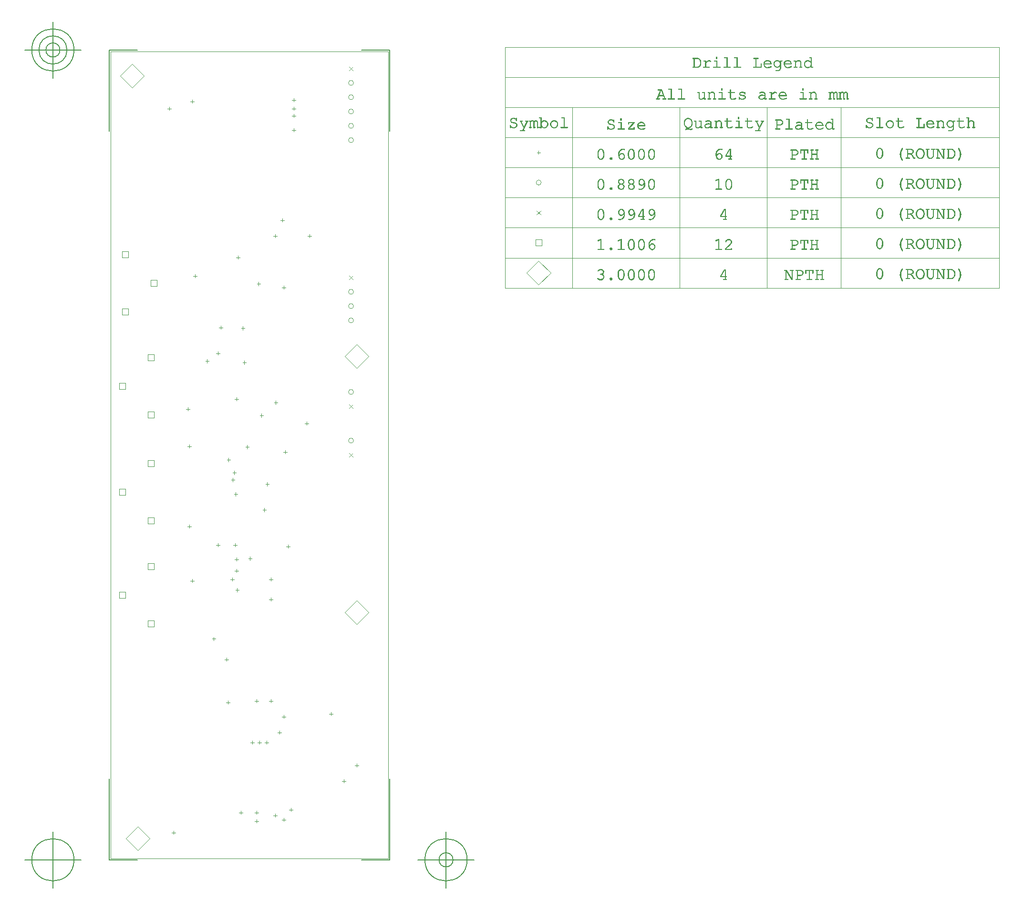
<source format=gbr>
G04 Generated by Ultiboard 14.1 *
%FSLAX34Y34*%
%MOMM*%

%ADD10C,0.0001*%
%ADD11C,0.0100*%
%ADD12C,0.1000*%
%ADD13C,0.0010*%
%ADD14C,0.1270*%


G04 ColorRGB 000000 for the following layer *
%LNDrill Symbols-Copper Top-Copper Bottom*%
%LPD*%
G54D11*
X386080Y-246840D02*
X386080Y-240840D01*
X383080Y-243840D02*
X389080Y-243840D01*
X383080Y-228600D02*
X389080Y-228600D01*
X386080Y-231600D02*
X386080Y-225600D01*
X419100Y-236680D02*
X419100Y-230680D01*
X416100Y-233680D02*
X422100Y-233680D01*
X431340Y-241300D02*
X437340Y-241300D01*
X434340Y-244300D02*
X434340Y-238300D01*
X515160Y-53340D02*
X521160Y-53340D01*
X518160Y-56340D02*
X518160Y-50340D01*
X335280Y-36020D02*
X335280Y-30020D01*
X332280Y-33020D02*
X338280Y-33020D01*
X383080Y-30480D02*
X389080Y-30480D01*
X386080Y-33480D02*
X386080Y-27480D01*
X329740Y43180D02*
X335740Y43180D01*
X332740Y40180D02*
X332740Y46180D01*
X348555Y166605D02*
X354555Y166605D01*
X351555Y163605D02*
X351555Y169605D01*
X271780Y179880D02*
X271780Y185880D01*
X268780Y182880D02*
X274780Y182880D01*
X342900Y182420D02*
X342900Y188420D01*
X339900Y185420D02*
X345900Y185420D01*
X374415Y219485D02*
X374415Y225485D01*
X371415Y222485D02*
X377415Y222485D01*
X399815Y305845D02*
X399815Y311845D01*
X396815Y308845D02*
X402815Y308845D01*
X346015Y336785D02*
X352015Y336785D01*
X349015Y333785D02*
X349015Y339785D01*
X401895Y354565D02*
X407895Y354565D01*
X404895Y351565D02*
X404895Y357565D01*
X346475Y371885D02*
X346475Y377885D01*
X343475Y374885D02*
X349475Y374885D01*
X333315Y397745D02*
X339315Y397745D01*
X336315Y394745D02*
X336315Y400745D01*
X436880Y408480D02*
X436880Y414480D01*
X433880Y411480D02*
X439880Y411480D01*
X366335Y420605D02*
X372335Y420605D01*
X369335Y417605D02*
X369335Y423605D01*
X391735Y476485D02*
X397735Y476485D01*
X394735Y473485D02*
X394735Y479485D01*
X471980Y462280D02*
X477980Y462280D01*
X474980Y459280D02*
X474980Y465280D01*
X347520Y505460D02*
X353520Y505460D01*
X350520Y502460D02*
X350520Y508460D01*
X420135Y496345D02*
X420135Y502345D01*
X417135Y499345D02*
X423135Y499345D01*
X298215Y570005D02*
X298215Y576005D01*
X295215Y573005D02*
X301215Y573005D01*
X364255Y567465D02*
X364255Y573465D01*
X361255Y570465D02*
X367255Y570465D01*
X314500Y586740D02*
X320500Y586740D01*
X317500Y583740D02*
X317500Y589740D01*
X361715Y628425D02*
X361715Y634425D01*
X358715Y631425D02*
X364715Y631425D01*
X386655Y710165D02*
X392655Y710165D01*
X389655Y707165D02*
X389655Y713165D01*
X550202Y409918D02*
X557238Y402882D01*
X550202Y402882D02*
X557238Y409918D01*
X549275Y431800D02*
G75*
D01*
G02X549275Y431800I4445J0*
G01*
X549275Y670560D02*
G75*
D01*
G02X549275Y670560I4445J0*
G01*
X549275Y695960D02*
G75*
D01*
G02X549275Y695960I4445J0*
G01*
X550202Y717842D02*
X557238Y724878D01*
X550202Y724878D02*
X557238Y717842D01*
X549275Y645160D02*
G75*
D01*
G02X549275Y645160I4445J0*
G01*
X438960Y243840D02*
X444960Y243840D01*
X441960Y240840D02*
X441960Y246840D01*
X408480Y149860D02*
X414480Y149860D01*
X411480Y146860D02*
X411480Y152860D01*
X408480Y185420D02*
X414480Y185420D01*
X411480Y182420D02*
X411480Y188420D01*
X419100Y792020D02*
X419100Y798020D01*
X416100Y795020D02*
X422100Y795020D01*
X477060Y795020D02*
X483060Y795020D01*
X480060Y792020D02*
X480060Y798020D01*
X549275Y1066800D02*
G75*
D01*
G02X549275Y1066800I4445J0*
G01*
X550202Y1088682D02*
X557238Y1095718D01*
X550202Y1095718D02*
X557238Y1088682D01*
X549275Y1041400D02*
G75*
D01*
G02X549275Y1041400I4445J0*
G01*
X549275Y990600D02*
G75*
D01*
G02X549275Y990600I4445J0*
G01*
X549275Y1016000D02*
G75*
D01*
G02X549275Y1016000I4445J0*
G01*
X549275Y965200D02*
G75*
D01*
G02X549275Y965200I4445J0*
G01*
X235760Y-264160D02*
X241760Y-264160D01*
X238760Y-267160D02*
X238760Y-261160D01*
X560880Y-144780D02*
X566880Y-144780D01*
X563880Y-147780D02*
X563880Y-141780D01*
X449120Y982980D02*
X455120Y982980D01*
X452120Y979980D02*
X452120Y985980D01*
X231140Y1018080D02*
X231140Y1024080D01*
X228140Y1021080D02*
X234140Y1021080D01*
X452120Y1018080D02*
X452120Y1024080D01*
X449120Y1021080D02*
X455120Y1021080D01*
X452120Y1005380D02*
X452120Y1011380D01*
X449120Y1008380D02*
X455120Y1008380D01*
X268780Y1033780D02*
X274780Y1033780D01*
X271780Y1030780D02*
X271780Y1036780D01*
X452120Y1033320D02*
X452120Y1039320D01*
X449120Y1036320D02*
X455120Y1036320D01*
X408480Y-30480D02*
X414480Y-30480D01*
X411480Y-33480D02*
X411480Y-27480D01*
X358140Y-231600D02*
X358140Y-225600D01*
X355140Y-228600D02*
X361140Y-228600D01*
X444040Y-223520D02*
X450040Y-223520D01*
X447040Y-226520D02*
X447040Y-220520D01*
X541020Y-175720D02*
X541020Y-169720D01*
X538020Y-172720D02*
X544020Y-172720D01*
X375460Y-104140D02*
X381460Y-104140D01*
X378460Y-107140D02*
X378460Y-101140D01*
X388160Y-104140D02*
X394160Y-104140D01*
X391160Y-107140D02*
X391160Y-101140D01*
X403860Y-107140D02*
X403860Y-101140D01*
X400860Y-104140D02*
X406860Y-104140D01*
X428800Y822960D02*
X434800Y822960D01*
X431800Y819960D02*
X431800Y825960D01*
X423720Y-86360D02*
X429720Y-86360D01*
X426720Y-89360D02*
X426720Y-83360D01*
X434340Y-61420D02*
X434340Y-55420D01*
X431340Y-58420D02*
X437340Y-58420D01*
X550202Y496278D02*
X557238Y489242D01*
X550202Y489242D02*
X557238Y496278D01*
X549275Y518160D02*
G75*
D01*
G02X549275Y518160I4445J0*
G01*
X340935Y362185D02*
X346935Y362185D01*
X343935Y359185D02*
X343935Y365185D01*
X310000Y77000D02*
X310000Y83000D01*
X307000Y80000D02*
X313000Y80000D01*
X263700Y279400D02*
X269700Y279400D01*
X266700Y276400D02*
X266700Y282400D01*
X347980Y243380D02*
X347980Y249380D01*
X344980Y246380D02*
X350980Y246380D01*
X266700Y418640D02*
X266700Y424640D01*
X263700Y421640D02*
X269700Y421640D01*
X317500Y243380D02*
X317500Y249380D01*
X314500Y246380D02*
X320500Y246380D01*
X350520Y217980D02*
X350520Y223980D01*
X347520Y220980D02*
X353520Y220980D01*
X347520Y200660D02*
X353520Y200660D01*
X350520Y197660D02*
X350520Y203660D01*
X264160Y484680D02*
X264160Y490680D01*
X261160Y487680D02*
X267160Y487680D01*
X322580Y629460D02*
X322580Y635460D01*
X319580Y632460D02*
X325580Y632460D01*
X350060Y756920D02*
X356060Y756920D01*
X353060Y753920D02*
X353060Y759920D01*
X273860Y723900D02*
X279860Y723900D01*
X276860Y720900D02*
X276860Y726900D01*
X431340Y703580D02*
X437340Y703580D01*
X434340Y700580D02*
X434340Y706580D01*
X883296Y832862D02*
X890331Y839897D01*
X883296Y839897D02*
X890331Y832862D01*
X882369Y889806D02*
G75*
D01*
G02X882369Y889806I4445J0*
G01*
X886814Y940233D02*
X886814Y946233D01*
X883814Y943233D02*
X889814Y943233D01*
G54D12*
X197697Y705697D02*
X208703Y705697D01*
X208703Y716703D01*
X197697Y716703D01*
X197697Y705697D01*
X146897Y756497D02*
X157903Y756497D01*
X157903Y767503D01*
X146897Y767503D01*
X146897Y756497D01*
X146897Y654897D02*
X157903Y654897D01*
X157903Y665903D01*
X146897Y665903D01*
X146897Y654897D01*
X141817Y522817D02*
X152823Y522817D01*
X152823Y533823D01*
X141817Y533823D01*
X141817Y522817D01*
X192617Y472017D02*
X203623Y472017D01*
X203623Y483023D01*
X192617Y483023D01*
X192617Y472017D01*
X192617Y573617D02*
X203623Y573617D01*
X203623Y584623D01*
X192617Y584623D01*
X192617Y573617D01*
X141817Y334857D02*
X152823Y334857D01*
X152823Y345863D01*
X141817Y345863D01*
X141817Y334857D01*
X192617Y284057D02*
X203623Y284057D01*
X203623Y295063D01*
X192617Y295063D01*
X192617Y284057D01*
X192617Y385657D02*
X203623Y385657D01*
X203623Y396663D01*
X192617Y396663D01*
X192617Y385657D01*
X141817Y151977D02*
X152823Y151977D01*
X152823Y162983D01*
X141817Y162983D01*
X141817Y151977D01*
X192617Y101177D02*
X203623Y101177D01*
X203623Y112183D01*
X192617Y112183D01*
X192617Y101177D01*
X192617Y202777D02*
X203623Y202777D01*
X203623Y213783D01*
X192617Y213783D01*
X192617Y202777D01*
X165100Y1058287D02*
X186313Y1079500D01*
X165100Y1100713D01*
X143887Y1079500D01*
X165100Y1058287D01*
X563880Y560447D02*
X585093Y581660D01*
X563880Y602873D01*
X542667Y581660D01*
X563880Y560447D01*
X563880Y105787D02*
X585093Y127000D01*
X563880Y148213D01*
X542667Y127000D01*
X563880Y105787D01*
X175260Y-295533D02*
X196473Y-274320D01*
X175260Y-253107D01*
X154047Y-274320D01*
X175260Y-295533D01*
X886814Y708314D02*
X908027Y729527D01*
X886814Y750740D01*
X865601Y729527D01*
X886814Y708314D01*
X881311Y777450D02*
X892317Y777450D01*
X892317Y788456D01*
X881311Y788456D01*
X881311Y777450D01*
G54D13*
G36*
X999796Y734097D02*
X999796Y734097D01*
X999876Y735596D01*
X999189Y734559D01*
X999796Y734097D01*
D02*
G37*
X999876Y735596D01*
X999189Y734559D01*
X999796Y734097D01*
G36*
X999876Y735596D02*
X999876Y735596D01*
X999796Y734097D01*
X1000290Y733550D01*
X999876Y735596D01*
D02*
G37*
X999796Y734097D01*
X1000290Y733550D01*
X999876Y735596D01*
G36*
X1000290Y733550D02*
X1000290Y733550D01*
X1000675Y734984D01*
X999876Y735596D01*
X1000290Y733550D01*
D02*
G37*
X1000675Y734984D01*
X999876Y735596D01*
X1000290Y733550D01*
G36*
X1000675Y734984D02*
X1000675Y734984D01*
X1000290Y733550D01*
X1000854Y732334D01*
X1000675Y734984D01*
D02*
G37*
X1000290Y733550D01*
X1000854Y732334D01*
X1000675Y734984D01*
G36*
X1000854Y732334D02*
X1000854Y732334D01*
X1001329Y734251D01*
X1000675Y734984D01*
X1000854Y732334D01*
D02*
G37*
X1001329Y734251D01*
X1000675Y734984D01*
X1000854Y732334D01*
G36*
X1001329Y734251D02*
X1001329Y734251D01*
X1000854Y732334D01*
X1000924Y731666D01*
X1001329Y734251D01*
D02*
G37*
X1000854Y732334D01*
X1000924Y731666D01*
X1001329Y734251D01*
G36*
X1000924Y731666D02*
X1000924Y731666D01*
X1001451Y729322D01*
X1001329Y734251D01*
X1000924Y731666D01*
D02*
G37*
X1001451Y729322D01*
X1001329Y734251D01*
X1000924Y731666D01*
G36*
X1001451Y729322D02*
X1001451Y729322D01*
X1000924Y731666D01*
X1000857Y731019D01*
X1001451Y729322D01*
D02*
G37*
X1000924Y731666D01*
X1000857Y731019D01*
X1001451Y729322D01*
G36*
X1000857Y731019D02*
X1000857Y731019D01*
X1000565Y728333D01*
X1001451Y729322D01*
X1000857Y731019D01*
D02*
G37*
X1000565Y728333D01*
X1001451Y729322D01*
X1000857Y731019D01*
G36*
X1000565Y728333D02*
X1000565Y728333D01*
X1000857Y731019D01*
X1000319Y729847D01*
X1000565Y728333D01*
D02*
G37*
X1000857Y731019D01*
X1000319Y729847D01*
X1000565Y728333D01*
G36*
X1000319Y729847D02*
X1000319Y729847D01*
X999847Y729322D01*
X1000565Y728333D01*
X1000319Y729847D01*
D02*
G37*
X999847Y729322D01*
X1000565Y728333D01*
X1000319Y729847D01*
G36*
X995629Y735042D02*
X995629Y735042D01*
X995754Y736305D01*
X994508Y734713D01*
X995629Y735042D01*
D02*
G37*
X995754Y736305D01*
X994508Y734713D01*
X995629Y735042D01*
G36*
X995754Y736305D02*
X995754Y736305D01*
X995629Y735042D01*
X996852Y735152D01*
X995754Y736305D01*
D02*
G37*
X995629Y735042D01*
X996852Y735152D01*
X995754Y736305D01*
G36*
X996852Y735152D02*
X996852Y735152D01*
X996852Y736382D01*
X995754Y736305D01*
X996852Y735152D01*
D02*
G37*
X996852Y736382D01*
X995754Y736305D01*
X996852Y735152D01*
G36*
X996852Y736382D02*
X996852Y736382D01*
X996852Y735152D01*
X997717Y735086D01*
X996852Y736382D01*
D02*
G37*
X996852Y735152D01*
X997717Y735086D01*
X996852Y736382D01*
G36*
X997717Y735086D02*
X997717Y735086D01*
X997964Y736295D01*
X996852Y736382D01*
X997717Y735086D01*
D02*
G37*
X997964Y736295D01*
X996852Y736382D01*
X997717Y735086D01*
G36*
X997964Y736295D02*
X997964Y736295D01*
X997717Y735086D01*
X999189Y734559D01*
X997964Y736295D01*
D02*
G37*
X997717Y735086D01*
X999189Y734559D01*
X997964Y736295D01*
G36*
X999189Y734559D02*
X999189Y734559D01*
X999876Y735596D01*
X997964Y736295D01*
X999189Y734559D01*
D02*
G37*
X999876Y735596D01*
X997964Y736295D01*
X999189Y734559D01*
G36*
X992794Y733511D02*
X992794Y733511D01*
X992824Y735137D01*
X992587Y733275D01*
X992794Y733511D01*
D02*
G37*
X992824Y735137D01*
X992587Y733275D01*
X992794Y733511D01*
G36*
X992824Y735137D02*
X992824Y735137D01*
X992794Y733511D01*
X993545Y734193D01*
X992824Y735137D01*
D02*
G37*
X992794Y733511D01*
X993545Y734193D01*
X992824Y735137D01*
G36*
X993545Y734193D02*
X993545Y734193D01*
X993740Y735682D01*
X992824Y735137D01*
X993545Y734193D01*
D02*
G37*
X993740Y735682D01*
X992824Y735137D01*
X993545Y734193D01*
G36*
X993740Y735682D02*
X993740Y735682D01*
X993545Y734193D01*
X994508Y734713D01*
X993740Y735682D01*
D02*
G37*
X993545Y734193D01*
X994508Y734713D01*
X993740Y735682D01*
G36*
X994508Y734713D02*
X994508Y734713D01*
X995754Y736305D01*
X993740Y735682D01*
X994508Y734713D01*
D02*
G37*
X995754Y736305D01*
X993740Y735682D01*
X994508Y734713D01*
G36*
X992824Y735137D02*
X992824Y735137D01*
X991868Y734321D01*
X991919Y733129D01*
X992824Y735137D01*
D02*
G37*
X991868Y734321D01*
X991919Y733129D01*
X992824Y735137D01*
G36*
X992824Y735137D01*
X991919Y733129D01*
X992150Y733087D01*
X992824Y735137D01*
D02*
G37*
X991919Y733129D01*
X992150Y733087D01*
X992824Y735137D01*
G36*
X992824Y735137D01*
X992150Y733087D01*
X992302Y733103D01*
X992824Y735137D01*
D02*
G37*
X992150Y733087D01*
X992302Y733103D01*
X992824Y735137D01*
G36*
X992824Y735137D01*
X992302Y733103D01*
X992435Y733152D01*
X992824Y735137D01*
D02*
G37*
X992302Y733103D01*
X992435Y733152D01*
X992824Y735137D01*
G36*
X992824Y735137D01*
X992435Y733152D01*
X992587Y733275D01*
X992824Y735137D01*
D02*
G37*
X992435Y733152D01*
X992587Y733275D01*
X992824Y735137D01*
G36*
X991868Y734321D02*
X991868Y734321D01*
X991549Y733658D01*
X991593Y733440D01*
X991868Y734321D01*
D02*
G37*
X991549Y733658D01*
X991593Y733440D01*
X991868Y734321D01*
G36*
X991868Y734321D01*
X991593Y733440D01*
X991725Y733255D01*
X991868Y734321D01*
D02*
G37*
X991593Y733440D01*
X991725Y733255D01*
X991868Y734321D01*
G36*
X991868Y734321D01*
X991725Y733255D01*
X991919Y733129D01*
X991868Y734321D01*
D02*
G37*
X991725Y733255D01*
X991919Y733129D01*
X991868Y734321D01*
G36*
X1002076Y732584D02*
X1002076Y732584D01*
X1001329Y734251D01*
X1001451Y729322D01*
X1002076Y732584D01*
D02*
G37*
X1001329Y734251D01*
X1001451Y729322D01*
X1002076Y732584D01*
G36*
X1002076Y732584D01*
X1001451Y729322D01*
X1001990Y730454D01*
X1002076Y732584D01*
D02*
G37*
X1001451Y729322D01*
X1001990Y730454D01*
X1002076Y732584D01*
G36*
X1002076Y732584D01*
X1001990Y730454D01*
X1002169Y731651D01*
X1002076Y732584D01*
D02*
G37*
X1001990Y730454D01*
X1002169Y731651D01*
X1002076Y732584D01*
G36*
X999847Y729322D02*
X999847Y729322D01*
X999342Y727564D01*
X1000565Y728333D01*
X999847Y729322D01*
D02*
G37*
X999342Y727564D01*
X1000565Y728333D01*
X999847Y729322D01*
G36*
X999342Y727564D02*
X999342Y727564D01*
X999847Y729322D01*
X999273Y728880D01*
X999342Y727564D01*
D02*
G37*
X999847Y729322D01*
X999273Y728880D01*
X999342Y727564D01*
G36*
X999273Y728880D02*
X999273Y728880D01*
X998844Y726487D01*
X999342Y727564D01*
X999273Y728880D01*
D02*
G37*
X998844Y726487D01*
X999342Y727564D01*
X999273Y728880D01*
G36*
X998844Y726487D02*
X998844Y726487D01*
X999273Y728880D01*
X997907Y728374D01*
X998844Y726487D01*
D02*
G37*
X999273Y728880D01*
X997907Y728374D01*
X998844Y726487D01*
G36*
X997907Y728374D02*
X997907Y728374D01*
X997504Y726943D01*
X998844Y726487D01*
X997907Y728374D01*
D02*
G37*
X997504Y726943D01*
X998844Y726487D01*
X997907Y728374D01*
G36*
X997504Y726943D02*
X997504Y726943D01*
X997907Y728374D01*
X997116Y728311D01*
X997504Y726943D01*
D02*
G37*
X997907Y728374D01*
X997116Y728311D01*
X997504Y726943D01*
G36*
X997116Y728311D02*
X997116Y728311D01*
X996149Y727095D01*
X997504Y726943D01*
X997116Y728311D01*
D02*
G37*
X996149Y727095D01*
X997504Y726943D01*
X997116Y728311D01*
G36*
X996149Y727095D02*
X996149Y727095D01*
X997116Y728311D01*
X996061Y728326D01*
X996149Y727095D01*
D02*
G37*
X997116Y728311D01*
X996061Y728326D01*
X996149Y727095D01*
G36*
X996061Y728326D02*
X996061Y728326D01*
X995772Y727137D01*
X996149Y727095D01*
X996061Y728326D01*
D02*
G37*
X995772Y727137D01*
X996149Y727095D01*
X996061Y728326D01*
G36*
X995772Y727137D02*
X995772Y727137D01*
X996061Y728326D01*
X995740Y728282D01*
X995772Y727137D01*
D02*
G37*
X996061Y728326D01*
X995740Y728282D01*
X995772Y727137D01*
G36*
X995740Y728282D02*
X995740Y728282D01*
X995519Y727264D01*
X995772Y727137D01*
X995740Y728282D01*
D02*
G37*
X995519Y727264D01*
X995772Y727137D01*
X995740Y728282D01*
G36*
X995519Y727264D02*
X995519Y727264D01*
X995740Y728282D01*
X995512Y728150D01*
X995519Y727264D01*
D02*
G37*
X995740Y728282D01*
X995512Y728150D01*
X995519Y727264D01*
G36*
X995512Y728150D02*
X995512Y728150D01*
X995376Y727460D01*
X995519Y727264D01*
X995512Y728150D01*
D02*
G37*
X995376Y727460D01*
X995519Y727264D01*
X995512Y728150D01*
G36*
X995376Y727460D02*
X995376Y727460D01*
X995512Y728150D01*
X995374Y727952D01*
X995376Y727460D01*
D02*
G37*
X995512Y728150D01*
X995374Y727952D01*
X995376Y727460D01*
G36*
X995374Y727952D02*
X995374Y727952D01*
X995328Y727711D01*
X995376Y727460D01*
X995374Y727952D01*
D02*
G37*
X995328Y727711D01*
X995376Y727460D01*
X995374Y727952D01*
G36*
X1002605Y724124D02*
X1002605Y724124D01*
X1002716Y721642D01*
X1002828Y722715D01*
X1002605Y724124D01*
D02*
G37*
X1002716Y721642D01*
X1002828Y722715D01*
X1002605Y724124D01*
G36*
X1002716Y721642D02*
X1002716Y721642D01*
X1002605Y724124D01*
X1001935Y725477D01*
X1002716Y721642D01*
D02*
G37*
X1002605Y724124D01*
X1001935Y725477D01*
X1002716Y721642D01*
G36*
X1001935Y725477D02*
X1001935Y725477D01*
X1001819Y719690D01*
X1002716Y721642D01*
X1001935Y725477D01*
D02*
G37*
X1001819Y719690D01*
X1002716Y721642D01*
X1001935Y725477D01*
G36*
X1001819Y719690D02*
X1001819Y719690D01*
X1001935Y725477D01*
X1001598Y722672D01*
X1001819Y719690D01*
D02*
G37*
X1001935Y725477D01*
X1001598Y722672D01*
X1001819Y719690D01*
G36*
X1001598Y722672D02*
X1001598Y722672D01*
X1001508Y721870D01*
X1001819Y719690D01*
X1001598Y722672D01*
D02*
G37*
X1001508Y721870D01*
X1001819Y719690D01*
X1001598Y722672D01*
G36*
X1000021Y725768D02*
X1000021Y725768D01*
X1000840Y726661D01*
X999342Y727564D01*
X1000021Y725768D01*
D02*
G37*
X1000840Y726661D01*
X999342Y727564D01*
X1000021Y725768D01*
G36*
X1000840Y726661D02*
X1000840Y726661D01*
X1000021Y725768D01*
X1000888Y724825D01*
X1000840Y726661D01*
D02*
G37*
X1000021Y725768D01*
X1000888Y724825D01*
X1000840Y726661D01*
G36*
X1000888Y724825D02*
X1000888Y724825D01*
X1001935Y725477D01*
X1000840Y726661D01*
X1000888Y724825D01*
D02*
G37*
X1001935Y725477D01*
X1000840Y726661D01*
X1000888Y724825D01*
G36*
X1001935Y725477D02*
X1001935Y725477D01*
X1000888Y724825D01*
X1001420Y723759D01*
X1001935Y725477D01*
D02*
G37*
X1000888Y724825D01*
X1001420Y723759D01*
X1001935Y725477D01*
G36*
X1001420Y723759D02*
X1001420Y723759D01*
X1001598Y722672D01*
X1001935Y725477D01*
X1001420Y723759D01*
D02*
G37*
X1001598Y722672D01*
X1001935Y725477D01*
X1001420Y723759D01*
G36*
X1001034Y718812D02*
X1001034Y718812D01*
X1001819Y719690D01*
X1001508Y721870D01*
X1001034Y718812D01*
D02*
G37*
X1001819Y719690D01*
X1001508Y721870D01*
X1001034Y718812D01*
G36*
X1001034Y718812D01*
X1001508Y721870D01*
X1000786Y720380D01*
X1001034Y718812D01*
D02*
G37*
X1001508Y721870D01*
X1000786Y720380D01*
X1001034Y718812D01*
G36*
X1001034Y718812D01*
X1000786Y720380D01*
X1000155Y719691D01*
X1001034Y718812D01*
D02*
G37*
X1000786Y720380D01*
X1000155Y719691D01*
X1001034Y718812D01*
G36*
X1001034Y718812D01*
X1000155Y719691D01*
X1000080Y718072D01*
X1001034Y718812D01*
D02*
G37*
X1000155Y719691D01*
X1000080Y718072D01*
X1001034Y718812D01*
G36*
X999390Y719104D02*
X999390Y719104D01*
X997599Y718434D01*
X997836Y717226D01*
X999390Y719104D01*
D02*
G37*
X997599Y718434D01*
X997836Y717226D01*
X999390Y719104D01*
G36*
X999390Y719104D01*
X997836Y717226D01*
X1000080Y718072D01*
X999390Y719104D01*
D02*
G37*
X997836Y717226D01*
X1000080Y718072D01*
X999390Y719104D01*
G36*
X999390Y719104D01*
X1000080Y718072D01*
X1000155Y719691D01*
X999390Y719104D01*
D02*
G37*
X1000080Y718072D01*
X1000155Y719691D01*
X999390Y719104D01*
G36*
X994933Y717288D02*
X994933Y717288D01*
X995323Y718456D01*
X993263Y717794D01*
X994933Y717288D01*
D02*
G37*
X995323Y718456D01*
X993263Y717794D01*
X994933Y717288D01*
G36*
X995323Y718456D02*
X995323Y718456D01*
X994933Y717288D01*
X996544Y717120D01*
X995323Y718456D01*
D02*
G37*
X994933Y717288D01*
X996544Y717120D01*
X995323Y718456D01*
G36*
X996544Y717120D02*
X996544Y717120D01*
X996574Y718350D01*
X995323Y718456D01*
X996544Y717120D01*
D02*
G37*
X996574Y718350D01*
X995323Y718456D01*
X996544Y717120D01*
G36*
X996574Y718350D02*
X996574Y718350D01*
X996544Y717120D01*
X997836Y717226D01*
X996574Y718350D01*
D02*
G37*
X996544Y717120D01*
X997836Y717226D01*
X996574Y718350D01*
G36*
X997836Y717226D02*
X997836Y717226D01*
X997599Y718434D01*
X996574Y718350D01*
X997836Y717226D01*
D02*
G37*
X997599Y718434D01*
X996574Y718350D01*
X997836Y717226D01*
G36*
X992921Y719298D02*
X992921Y719298D01*
X991769Y720035D01*
X991820Y718475D01*
X992921Y719298D01*
D02*
G37*
X991769Y720035D01*
X991820Y718475D01*
X992921Y719298D01*
G36*
X992921Y719298D01*
X991820Y718475D01*
X993263Y717794D01*
X992921Y719298D01*
D02*
G37*
X991820Y718475D01*
X993263Y717794D01*
X992921Y719298D01*
G36*
X992921Y719298D01*
X993263Y717794D01*
X995323Y718456D01*
X992921Y719298D01*
D02*
G37*
X993263Y717794D01*
X995323Y718456D01*
X992921Y719298D01*
G36*
X991820Y718475D02*
X991820Y718475D01*
X991769Y720035D01*
X991491Y720200D01*
X991820Y718475D01*
D02*
G37*
X991769Y720035D01*
X991491Y720200D01*
X991820Y718475D01*
G36*
X991820Y718475D01*
X991491Y720200D01*
X991242Y720255D01*
X991820Y718475D01*
D02*
G37*
X991491Y720200D01*
X991242Y720255D01*
X991820Y718475D01*
G36*
X991820Y718475D01*
X991242Y720255D01*
X991024Y720211D01*
X991820Y718475D01*
D02*
G37*
X991242Y720255D01*
X991024Y720211D01*
X991820Y718475D01*
G36*
X991820Y718475D01*
X991024Y720211D01*
X990890Y719171D01*
X991820Y718475D01*
D02*
G37*
X991024Y720211D01*
X990890Y719171D01*
X991820Y718475D01*
G36*
X990839Y720079D02*
X990839Y720079D01*
X990712Y719888D01*
X990725Y719412D01*
X990839Y720079D01*
D02*
G37*
X990712Y719888D01*
X990725Y719412D01*
X990839Y720079D01*
G36*
X990839Y720079D01*
X990725Y719412D01*
X990890Y719171D01*
X990839Y720079D01*
D02*
G37*
X990725Y719412D01*
X990890Y719171D01*
X990839Y720079D01*
G36*
X990839Y720079D01*
X990890Y719171D01*
X991024Y720211D01*
X990839Y720079D01*
D02*
G37*
X990890Y719171D01*
X991024Y720211D01*
X990839Y720079D01*
G36*
X990725Y719412D02*
X990725Y719412D01*
X990712Y719888D01*
X990670Y719669D01*
X990725Y719412D01*
D02*
G37*
X990712Y719888D01*
X990670Y719669D01*
X990725Y719412D01*
G36*
X999342Y727564D02*
X999342Y727564D01*
X998844Y726487D01*
X1000021Y725768D01*
X999342Y727564D01*
D02*
G37*
X998844Y726487D01*
X1000021Y725768D01*
X999342Y727564D01*
G36*
X1014562Y721090D02*
X1014562Y721090D01*
X1013809Y720947D01*
X1014562Y721090D01*
D02*
G37*
X1013809Y720947D01*
X1014562Y721090D01*
G36*
X1014562Y721090D01*
X1013809Y720947D01*
X1013163Y720518D01*
X1014562Y721090D01*
D02*
G37*
X1013809Y720947D01*
X1013163Y720518D01*
X1014562Y721090D01*
G36*
X1014562Y721090D01*
X1013163Y720518D01*
X1012718Y719877D01*
X1014562Y721090D01*
D02*
G37*
X1013163Y720518D01*
X1012718Y719877D01*
X1014562Y721090D01*
G36*
X1014562Y721090D01*
X1012718Y719877D01*
X1012570Y719097D01*
X1014562Y721090D01*
D02*
G37*
X1012718Y719877D01*
X1012570Y719097D01*
X1014562Y721090D01*
G36*
X1014562Y721090D01*
X1012570Y719097D01*
X1012716Y718337D01*
X1014562Y721090D01*
D02*
G37*
X1012570Y719097D01*
X1012716Y718337D01*
X1014562Y721090D01*
G36*
X1014562Y721090D01*
X1012716Y718337D01*
X1013156Y717698D01*
X1014562Y721090D01*
D02*
G37*
X1012716Y718337D01*
X1013156Y717698D01*
X1014562Y721090D01*
G36*
X1014562Y721090D01*
X1013156Y717698D01*
X1013800Y717265D01*
X1014562Y721090D01*
D02*
G37*
X1013156Y717698D01*
X1013800Y717265D01*
X1014562Y721090D01*
G36*
X1014562Y721090D01*
X1013800Y717265D01*
X1014562Y717120D01*
X1014562Y721090D01*
D02*
G37*
X1013800Y717265D01*
X1014562Y717120D01*
X1014562Y721090D01*
G36*
X1014562Y721090D01*
X1014562Y717120D01*
X1015089Y717120D01*
X1014562Y721090D01*
D02*
G37*
X1014562Y717120D01*
X1015089Y717120D01*
X1014562Y721090D01*
G36*
X1014562Y721090D01*
X1015089Y717120D01*
X1015842Y717263D01*
X1014562Y721090D01*
D02*
G37*
X1015089Y717120D01*
X1015842Y717263D01*
X1014562Y721090D01*
G36*
X1014562Y721090D01*
X1015842Y717263D01*
X1016488Y717691D01*
X1014562Y721090D01*
D02*
G37*
X1015842Y717263D01*
X1016488Y717691D01*
X1014562Y721090D01*
G36*
X1014562Y721090D01*
X1016488Y717691D01*
X1016933Y718332D01*
X1014562Y721090D01*
D02*
G37*
X1016488Y717691D01*
X1016933Y718332D01*
X1014562Y721090D01*
G36*
X1014562Y721090D01*
X1016933Y718332D01*
X1017081Y719112D01*
X1014562Y721090D01*
D02*
G37*
X1016933Y718332D01*
X1017081Y719112D01*
X1014562Y721090D01*
G36*
X1014562Y721090D01*
X1017081Y719112D01*
X1016935Y719872D01*
X1014562Y721090D01*
D02*
G37*
X1017081Y719112D01*
X1016935Y719872D01*
X1014562Y721090D01*
G36*
X1014562Y721090D01*
X1016935Y719872D01*
X1016495Y720511D01*
X1014562Y721090D01*
D02*
G37*
X1016935Y719872D01*
X1016495Y720511D01*
X1014562Y721090D01*
G36*
X1014562Y721090D01*
X1016495Y720511D01*
X1015851Y720945D01*
X1014562Y721090D01*
D02*
G37*
X1016495Y720511D01*
X1015851Y720945D01*
X1014562Y721090D01*
G36*
X1014562Y721090D01*
X1015851Y720945D01*
X1015089Y721090D01*
X1014562Y721090D01*
D02*
G37*
X1015851Y720945D01*
X1015089Y721090D01*
X1014562Y721090D01*
G36*
X1038388Y729857D02*
X1038388Y729857D01*
X1038146Y731226D01*
X1038350Y723339D01*
X1038388Y729857D01*
D02*
G37*
X1038146Y731226D01*
X1038350Y723339D01*
X1038388Y729857D01*
G36*
X1038388Y729857D01*
X1038350Y723339D01*
X1038468Y725220D01*
X1038388Y729857D01*
D02*
G37*
X1038350Y723339D01*
X1038468Y725220D01*
X1038388Y729857D01*
G36*
X1038388Y729857D01*
X1038468Y725220D01*
X1038468Y728267D01*
X1038388Y729857D01*
D02*
G37*
X1038468Y725220D01*
X1038468Y728267D01*
X1038388Y729857D01*
G36*
X1037846Y732153D02*
X1037846Y732153D01*
X1038350Y723339D01*
X1038146Y731226D01*
X1037846Y732153D01*
D02*
G37*
X1038350Y723339D01*
X1038146Y731226D01*
X1037846Y732153D01*
G36*
X1038350Y723339D02*
X1038350Y723339D01*
X1037846Y732153D01*
X1037413Y733174D01*
X1038350Y723339D01*
D02*
G37*
X1037846Y732153D01*
X1037413Y733174D01*
X1038350Y723339D01*
G36*
X1037413Y733174D02*
X1037413Y733174D01*
X1037405Y720197D01*
X1038350Y723339D01*
X1037413Y733174D01*
D02*
G37*
X1037405Y720197D01*
X1038350Y723339D01*
X1037413Y733174D01*
G36*
X1037405Y720197D02*
X1037405Y720197D01*
X1037413Y733174D01*
X1037238Y728106D01*
X1037405Y720197D01*
D02*
G37*
X1037413Y733174D01*
X1037238Y728106D01*
X1037405Y720197D01*
G36*
X1037238Y728106D02*
X1037238Y728106D01*
X1037238Y725396D01*
X1037405Y720197D01*
X1037238Y728106D01*
D02*
G37*
X1037238Y725396D01*
X1037405Y720197D01*
X1037238Y728106D01*
G36*
X1035641Y733746D02*
X1035641Y733746D01*
X1035732Y735432D01*
X1035220Y734222D01*
X1035641Y733746D01*
D02*
G37*
X1035732Y735432D01*
X1035220Y734222D01*
X1035641Y733746D01*
G36*
X1035732Y735432D02*
X1035732Y735432D01*
X1035641Y733746D01*
X1036225Y732700D01*
X1035732Y735432D01*
D02*
G37*
X1035641Y733746D01*
X1036225Y732700D01*
X1035732Y735432D01*
G36*
X1036225Y732700D02*
X1036225Y732700D01*
X1036476Y734742D01*
X1035732Y735432D01*
X1036225Y732700D01*
D02*
G37*
X1036476Y734742D01*
X1035732Y735432D01*
X1036225Y732700D01*
G36*
X1036476Y734742D02*
X1036476Y734742D01*
X1036225Y732700D01*
X1036747Y731351D01*
X1036476Y734742D01*
D02*
G37*
X1036225Y732700D01*
X1036747Y731351D01*
X1036476Y734742D01*
G36*
X1036747Y731351D02*
X1036747Y731351D01*
X1036930Y734101D01*
X1036476Y734742D01*
X1036747Y731351D01*
D02*
G37*
X1036930Y734101D01*
X1036476Y734742D01*
X1036747Y731351D01*
G36*
X1036930Y734101D02*
X1036930Y734101D01*
X1036747Y731351D01*
X1037115Y729789D01*
X1036930Y734101D01*
D02*
G37*
X1036747Y731351D01*
X1037115Y729789D01*
X1036930Y734101D01*
G36*
X1037115Y729789D02*
X1037115Y729789D01*
X1037413Y733174D01*
X1036930Y734101D01*
X1037115Y729789D01*
D02*
G37*
X1037413Y733174D01*
X1036930Y734101D01*
X1037115Y729789D01*
G36*
X1037413Y733174D02*
X1037413Y733174D01*
X1037115Y729789D01*
X1037238Y728106D01*
X1037413Y733174D01*
D02*
G37*
X1037115Y729789D01*
X1037238Y728106D01*
X1037413Y733174D01*
G36*
X1033803Y735009D02*
X1033803Y735009D01*
X1033861Y736274D01*
X1032814Y735137D01*
X1033803Y735009D01*
D02*
G37*
X1033861Y736274D01*
X1032814Y735137D01*
X1033803Y735009D01*
G36*
X1033861Y736274D02*
X1033861Y736274D01*
X1033803Y735009D01*
X1034689Y734625D01*
X1033861Y736274D01*
D02*
G37*
X1033803Y735009D01*
X1034689Y734625D01*
X1033861Y736274D01*
G36*
X1034689Y734625D02*
X1034689Y734625D01*
X1034850Y735950D01*
X1033861Y736274D01*
X1034689Y734625D01*
D02*
G37*
X1034850Y735950D01*
X1033861Y736274D01*
X1034689Y734625D01*
G36*
X1034850Y735950D02*
X1034850Y735950D01*
X1034689Y734625D01*
X1035220Y734222D01*
X1034850Y735950D01*
D02*
G37*
X1034689Y734625D01*
X1035220Y734222D01*
X1034850Y735950D01*
G36*
X1035220Y734222D02*
X1035220Y734222D01*
X1035732Y735432D01*
X1034850Y735950D01*
X1035220Y734222D01*
D02*
G37*
X1035732Y735432D01*
X1034850Y735950D01*
X1035220Y734222D01*
G36*
X1029064Y731929D02*
X1029064Y731929D01*
X1029064Y734566D01*
X1028478Y729468D01*
X1029064Y731929D01*
D02*
G37*
X1029064Y734566D01*
X1028478Y729468D01*
X1029064Y731929D01*
G36*
X1029064Y734566D02*
X1029064Y734566D01*
X1029064Y731929D01*
X1029576Y733028D01*
X1029064Y734566D01*
D02*
G37*
X1029064Y731929D01*
X1029576Y733028D01*
X1029064Y734566D01*
G36*
X1029576Y733028D02*
X1029576Y733028D01*
X1029852Y735361D01*
X1029064Y734566D01*
X1029576Y733028D01*
D02*
G37*
X1029852Y735361D01*
X1029064Y734566D01*
X1029576Y733028D01*
G36*
X1029852Y735361D02*
X1029852Y735361D01*
X1029576Y733028D01*
X1030218Y733951D01*
X1029852Y735361D01*
D02*
G37*
X1029576Y733028D01*
X1030218Y733951D01*
X1029852Y735361D01*
G36*
X1030218Y733951D02*
X1030218Y733951D01*
X1031720Y736269D01*
X1029852Y735361D01*
X1030218Y733951D01*
D02*
G37*
X1031720Y736269D01*
X1029852Y735361D01*
X1030218Y733951D01*
G36*
X1031720Y736269D02*
X1031720Y736269D01*
X1030218Y733951D01*
X1031837Y735006D01*
X1031720Y736269D01*
D02*
G37*
X1030218Y733951D01*
X1031837Y735006D01*
X1031720Y736269D01*
G36*
X1031837Y735006D02*
X1031837Y735006D01*
X1032799Y736382D01*
X1031720Y736269D01*
X1031837Y735006D01*
D02*
G37*
X1032799Y736382D01*
X1031720Y736269D01*
X1031837Y735006D01*
G36*
X1032799Y736382D02*
X1032799Y736382D01*
X1031837Y735006D01*
X1032814Y735137D01*
X1032799Y736382D01*
D02*
G37*
X1031837Y735006D01*
X1032814Y735137D01*
X1032799Y736382D01*
G36*
X1032814Y735137D02*
X1032814Y735137D01*
X1033861Y736274D01*
X1032799Y736382D01*
X1032814Y735137D01*
D02*
G37*
X1033861Y736274D01*
X1032799Y736382D01*
X1032814Y735137D01*
G36*
X1028237Y733304D02*
X1028237Y733304D01*
X1027292Y730155D01*
X1027511Y722276D01*
X1028237Y733304D01*
D02*
G37*
X1027292Y730155D01*
X1027511Y722276D01*
X1028237Y733304D01*
G36*
X1028237Y733304D01*
X1027511Y722276D01*
X1027802Y721339D01*
X1028237Y733304D01*
D02*
G37*
X1027511Y722276D01*
X1027802Y721339D01*
X1028237Y733304D01*
G36*
X1028237Y733304D01*
X1027802Y721339D01*
X1028236Y720313D01*
X1028237Y733304D01*
D02*
G37*
X1027802Y721339D01*
X1028236Y720313D01*
X1028237Y733304D01*
G36*
X1028237Y733304D01*
X1028236Y720313D01*
X1028405Y725396D01*
X1028237Y733304D01*
D02*
G37*
X1028236Y720313D01*
X1028405Y725396D01*
X1028237Y733304D01*
G36*
X1028237Y733304D01*
X1028405Y725396D01*
X1028405Y728106D01*
X1028237Y733304D01*
D02*
G37*
X1028405Y725396D01*
X1028405Y728106D01*
X1028237Y733304D01*
G36*
X1028237Y733304D01*
X1028405Y728106D01*
X1028478Y729468D01*
X1028237Y733304D01*
D02*
G37*
X1028405Y728106D01*
X1028478Y729468D01*
X1028237Y733304D01*
G36*
X1028237Y733304D01*
X1028478Y729468D01*
X1029064Y734566D01*
X1028237Y733304D01*
D02*
G37*
X1028478Y729468D01*
X1029064Y734566D01*
X1028237Y733304D01*
G36*
X1037164Y724033D02*
X1037164Y724033D01*
X1037405Y720197D01*
X1037238Y725396D01*
X1037164Y724033D01*
D02*
G37*
X1037405Y720197D01*
X1037238Y725396D01*
X1037164Y724033D01*
G36*
X1037405Y720197D02*
X1037405Y720197D01*
X1037164Y724033D01*
X1036578Y721569D01*
X1037405Y720197D01*
D02*
G37*
X1037164Y724033D01*
X1036578Y721569D01*
X1037405Y720197D01*
G36*
X1036578Y721569D02*
X1036578Y721569D01*
X1036578Y718936D01*
X1037405Y720197D01*
X1036578Y721569D01*
D02*
G37*
X1036578Y718936D01*
X1037405Y720197D01*
X1036578Y721569D01*
G36*
X1036578Y718936D02*
X1036578Y718936D01*
X1036578Y721569D01*
X1036066Y720467D01*
X1036578Y718936D01*
D02*
G37*
X1036578Y721569D01*
X1036066Y720467D01*
X1036578Y718936D01*
G36*
X1036066Y720467D02*
X1036066Y720467D01*
X1035790Y718142D01*
X1036578Y718936D01*
X1036066Y720467D01*
D02*
G37*
X1035790Y718142D01*
X1036578Y718936D01*
X1036066Y720467D01*
G36*
X1035790Y718142D02*
X1035790Y718142D01*
X1036066Y720467D01*
X1035425Y719541D01*
X1035790Y718142D01*
D02*
G37*
X1036066Y720467D01*
X1035425Y719541D01*
X1035790Y718142D01*
G36*
X1035425Y719541D02*
X1035425Y719541D01*
X1033922Y717234D01*
X1035790Y718142D01*
X1035425Y719541D01*
D02*
G37*
X1033922Y717234D01*
X1035790Y718142D01*
X1035425Y719541D01*
G36*
X1033922Y717234D02*
X1033922Y717234D01*
X1035425Y719541D01*
X1033814Y718483D01*
X1033922Y717234D01*
D02*
G37*
X1035425Y719541D01*
X1033814Y718483D01*
X1033922Y717234D01*
G36*
X1033814Y718483D02*
X1033814Y718483D01*
X1032843Y718350D01*
X1033922Y717234D01*
X1033814Y718483D01*
D02*
G37*
X1032843Y718350D01*
X1033922Y717234D01*
X1033814Y718483D01*
G36*
X1032843Y718350D02*
X1032843Y718350D01*
X1032843Y717120D01*
X1033922Y717234D01*
X1032843Y718350D01*
D02*
G37*
X1032843Y717120D01*
X1033922Y717234D01*
X1032843Y718350D01*
G36*
X1032843Y717120D02*
X1032843Y717120D01*
X1032843Y718350D01*
X1031843Y718482D01*
X1032843Y717120D01*
D02*
G37*
X1032843Y718350D01*
X1031843Y718482D01*
X1032843Y717120D01*
G36*
X1031843Y718482D02*
X1031843Y718482D01*
X1031790Y717228D01*
X1032843Y717120D01*
X1031843Y718482D01*
D02*
G37*
X1031790Y717228D01*
X1032843Y717120D01*
X1031843Y718482D01*
G36*
X1031790Y717228D02*
X1031790Y717228D01*
X1031843Y718482D01*
X1030953Y718878D01*
X1031790Y717228D01*
D02*
G37*
X1031843Y718482D01*
X1030953Y718878D01*
X1031790Y717228D01*
G36*
X1030953Y718878D02*
X1030953Y718878D01*
X1030800Y717552D01*
X1031790Y717228D01*
X1030953Y718878D01*
D02*
G37*
X1030800Y717552D01*
X1031790Y717228D01*
X1030953Y718878D01*
G36*
X1030800Y717552D02*
X1030800Y717552D01*
X1030953Y718878D01*
X1030426Y719277D01*
X1030800Y717552D01*
D02*
G37*
X1030953Y718878D01*
X1030426Y719277D01*
X1030800Y717552D01*
G36*
X1030426Y719277D02*
X1030426Y719277D01*
X1030016Y719742D01*
X1030800Y717552D01*
X1030426Y719277D01*
D02*
G37*
X1030016Y719742D01*
X1030800Y717552D01*
X1030426Y719277D01*
G36*
X1030016Y719742D02*
X1030016Y719742D01*
X1029912Y718070D01*
X1030800Y717552D01*
X1030016Y719742D01*
D02*
G37*
X1029912Y718070D01*
X1030800Y717552D01*
X1030016Y719742D01*
G36*
X1029912Y718070D02*
X1029912Y718070D01*
X1030016Y719742D01*
X1029421Y720789D01*
X1029912Y718070D01*
D02*
G37*
X1030016Y719742D01*
X1029421Y720789D01*
X1029912Y718070D01*
G36*
X1029421Y720789D02*
X1029421Y720789D01*
X1029166Y718760D01*
X1029912Y718070D01*
X1029421Y720789D01*
D02*
G37*
X1029166Y718760D01*
X1029912Y718070D01*
X1029421Y720789D01*
G36*
X1029166Y718760D02*
X1029166Y718760D01*
X1029421Y720789D01*
X1028895Y722144D01*
X1029166Y718760D01*
D02*
G37*
X1029421Y720789D01*
X1028895Y722144D01*
X1029166Y718760D01*
G36*
X1028895Y722144D02*
X1028895Y722144D01*
X1028721Y719390D01*
X1029166Y718760D01*
X1028895Y722144D01*
D02*
G37*
X1028721Y719390D01*
X1029166Y718760D01*
X1028895Y722144D01*
G36*
X1028721Y719390D02*
X1028721Y719390D01*
X1028895Y722144D01*
X1028527Y723712D01*
X1028721Y719390D01*
D02*
G37*
X1028895Y722144D01*
X1028527Y723712D01*
X1028721Y719390D01*
G36*
X1028527Y723712D02*
X1028527Y723712D01*
X1028405Y725396D01*
X1028721Y719390D01*
X1028527Y723712D01*
D02*
G37*
X1028405Y725396D01*
X1028721Y719390D01*
X1028527Y723712D01*
G36*
X1027258Y723642D02*
X1027258Y723642D01*
X1027511Y722276D01*
X1027292Y730155D01*
X1027258Y723642D01*
D02*
G37*
X1027511Y722276D01*
X1027292Y730155D01*
X1027258Y723642D01*
G36*
X1027258Y723642D01*
X1027292Y730155D01*
X1027174Y728267D01*
X1027258Y723642D01*
D02*
G37*
X1027292Y730155D01*
X1027174Y728267D01*
X1027258Y723642D01*
G36*
X1027258Y723642D01*
X1027174Y728267D01*
X1027174Y725220D01*
X1027258Y723642D01*
D02*
G37*
X1027174Y728267D01*
X1027174Y725220D01*
X1027258Y723642D01*
G36*
X1028405Y725396D02*
X1028405Y725396D01*
X1028236Y720313D01*
X1028721Y719390D01*
X1028405Y725396D01*
D02*
G37*
X1028236Y720313D01*
X1028721Y719390D01*
X1028405Y725396D01*
G36*
X1056390Y729857D02*
X1056390Y729857D01*
X1056149Y731226D01*
X1056353Y723339D01*
X1056390Y729857D01*
D02*
G37*
X1056149Y731226D01*
X1056353Y723339D01*
X1056390Y729857D01*
G36*
X1056390Y729857D01*
X1056353Y723339D01*
X1056471Y725220D01*
X1056390Y729857D01*
D02*
G37*
X1056353Y723339D01*
X1056471Y725220D01*
X1056390Y729857D01*
G36*
X1056390Y729857D01*
X1056471Y725220D01*
X1056471Y728267D01*
X1056390Y729857D01*
D02*
G37*
X1056471Y725220D01*
X1056471Y728267D01*
X1056390Y729857D01*
G36*
X1055848Y732153D02*
X1055848Y732153D01*
X1056353Y723339D01*
X1056149Y731226D01*
X1055848Y732153D01*
D02*
G37*
X1056353Y723339D01*
X1056149Y731226D01*
X1055848Y732153D01*
G36*
X1056353Y723339D02*
X1056353Y723339D01*
X1055848Y732153D01*
X1055416Y733174D01*
X1056353Y723339D01*
D02*
G37*
X1055848Y732153D01*
X1055416Y733174D01*
X1056353Y723339D01*
G36*
X1055416Y733174D02*
X1055416Y733174D01*
X1055408Y720197D01*
X1056353Y723339D01*
X1055416Y733174D01*
D02*
G37*
X1055408Y720197D01*
X1056353Y723339D01*
X1055416Y733174D01*
G36*
X1055408Y720197D02*
X1055408Y720197D01*
X1055416Y733174D01*
X1055241Y728106D01*
X1055408Y720197D01*
D02*
G37*
X1055416Y733174D01*
X1055241Y728106D01*
X1055408Y720197D01*
G36*
X1055241Y728106D02*
X1055241Y728106D01*
X1055241Y725396D01*
X1055408Y720197D01*
X1055241Y728106D01*
D02*
G37*
X1055241Y725396D01*
X1055408Y720197D01*
X1055241Y728106D01*
G36*
X1053644Y733746D02*
X1053644Y733746D01*
X1053735Y735432D01*
X1053223Y734222D01*
X1053644Y733746D01*
D02*
G37*
X1053735Y735432D01*
X1053223Y734222D01*
X1053644Y733746D01*
G36*
X1053735Y735432D02*
X1053735Y735432D01*
X1053644Y733746D01*
X1054228Y732700D01*
X1053735Y735432D01*
D02*
G37*
X1053644Y733746D01*
X1054228Y732700D01*
X1053735Y735432D01*
G36*
X1054228Y732700D02*
X1054228Y732700D01*
X1054479Y734742D01*
X1053735Y735432D01*
X1054228Y732700D01*
D02*
G37*
X1054479Y734742D01*
X1053735Y735432D01*
X1054228Y732700D01*
G36*
X1054479Y734742D02*
X1054479Y734742D01*
X1054228Y732700D01*
X1054750Y731351D01*
X1054479Y734742D01*
D02*
G37*
X1054228Y732700D01*
X1054750Y731351D01*
X1054479Y734742D01*
G36*
X1054750Y731351D02*
X1054750Y731351D01*
X1054933Y734101D01*
X1054479Y734742D01*
X1054750Y731351D01*
D02*
G37*
X1054933Y734101D01*
X1054479Y734742D01*
X1054750Y731351D01*
G36*
X1054933Y734101D02*
X1054933Y734101D01*
X1054750Y731351D01*
X1055118Y729789D01*
X1054933Y734101D01*
D02*
G37*
X1054750Y731351D01*
X1055118Y729789D01*
X1054933Y734101D01*
G36*
X1055118Y729789D02*
X1055118Y729789D01*
X1055416Y733174D01*
X1054933Y734101D01*
X1055118Y729789D01*
D02*
G37*
X1055416Y733174D01*
X1054933Y734101D01*
X1055118Y729789D01*
G36*
X1055416Y733174D02*
X1055416Y733174D01*
X1055118Y729789D01*
X1055241Y728106D01*
X1055416Y733174D01*
D02*
G37*
X1055118Y729789D01*
X1055241Y728106D01*
X1055416Y733174D01*
G36*
X1051805Y735009D02*
X1051805Y735009D01*
X1051864Y736274D01*
X1050817Y735137D01*
X1051805Y735009D01*
D02*
G37*
X1051864Y736274D01*
X1050817Y735137D01*
X1051805Y735009D01*
G36*
X1051864Y736274D02*
X1051864Y736274D01*
X1051805Y735009D01*
X1052692Y734625D01*
X1051864Y736274D01*
D02*
G37*
X1051805Y735009D01*
X1052692Y734625D01*
X1051864Y736274D01*
G36*
X1052692Y734625D02*
X1052692Y734625D01*
X1052853Y735950D01*
X1051864Y736274D01*
X1052692Y734625D01*
D02*
G37*
X1052853Y735950D01*
X1051864Y736274D01*
X1052692Y734625D01*
G36*
X1052853Y735950D02*
X1052853Y735950D01*
X1052692Y734625D01*
X1053223Y734222D01*
X1052853Y735950D01*
D02*
G37*
X1052692Y734625D01*
X1053223Y734222D01*
X1052853Y735950D01*
G36*
X1053223Y734222D02*
X1053223Y734222D01*
X1053735Y735432D01*
X1052853Y735950D01*
X1053223Y734222D01*
D02*
G37*
X1053735Y735432D01*
X1052853Y735950D01*
X1053223Y734222D01*
G36*
X1047067Y731929D02*
X1047067Y731929D01*
X1047067Y734566D01*
X1046481Y729468D01*
X1047067Y731929D01*
D02*
G37*
X1047067Y734566D01*
X1046481Y729468D01*
X1047067Y731929D01*
G36*
X1047067Y734566D02*
X1047067Y734566D01*
X1047067Y731929D01*
X1047579Y733028D01*
X1047067Y734566D01*
D02*
G37*
X1047067Y731929D01*
X1047579Y733028D01*
X1047067Y734566D01*
G36*
X1047579Y733028D02*
X1047579Y733028D01*
X1047855Y735361D01*
X1047067Y734566D01*
X1047579Y733028D01*
D02*
G37*
X1047855Y735361D01*
X1047067Y734566D01*
X1047579Y733028D01*
G36*
X1047855Y735361D02*
X1047855Y735361D01*
X1047579Y733028D01*
X1048221Y733951D01*
X1047855Y735361D01*
D02*
G37*
X1047579Y733028D01*
X1048221Y733951D01*
X1047855Y735361D01*
G36*
X1048221Y733951D02*
X1048221Y733951D01*
X1049723Y736269D01*
X1047855Y735361D01*
X1048221Y733951D01*
D02*
G37*
X1049723Y736269D01*
X1047855Y735361D01*
X1048221Y733951D01*
G36*
X1049723Y736269D02*
X1049723Y736269D01*
X1048221Y733951D01*
X1049840Y735006D01*
X1049723Y736269D01*
D02*
G37*
X1048221Y733951D01*
X1049840Y735006D01*
X1049723Y736269D01*
G36*
X1049840Y735006D02*
X1049840Y735006D01*
X1050802Y736382D01*
X1049723Y736269D01*
X1049840Y735006D01*
D02*
G37*
X1050802Y736382D01*
X1049723Y736269D01*
X1049840Y735006D01*
G36*
X1050802Y736382D02*
X1050802Y736382D01*
X1049840Y735006D01*
X1050817Y735137D01*
X1050802Y736382D01*
D02*
G37*
X1049840Y735006D01*
X1050817Y735137D01*
X1050802Y736382D01*
G36*
X1050817Y735137D02*
X1050817Y735137D01*
X1051864Y736274D01*
X1050802Y736382D01*
X1050817Y735137D01*
D02*
G37*
X1051864Y736274D01*
X1050802Y736382D01*
X1050817Y735137D01*
G36*
X1046240Y733304D02*
X1046240Y733304D01*
X1045295Y730155D01*
X1045514Y722276D01*
X1046240Y733304D01*
D02*
G37*
X1045295Y730155D01*
X1045514Y722276D01*
X1046240Y733304D01*
G36*
X1046240Y733304D01*
X1045514Y722276D01*
X1045805Y721339D01*
X1046240Y733304D01*
D02*
G37*
X1045514Y722276D01*
X1045805Y721339D01*
X1046240Y733304D01*
G36*
X1046240Y733304D01*
X1045805Y721339D01*
X1046239Y720313D01*
X1046240Y733304D01*
D02*
G37*
X1045805Y721339D01*
X1046239Y720313D01*
X1046240Y733304D01*
G36*
X1046240Y733304D01*
X1046239Y720313D01*
X1046408Y725396D01*
X1046240Y733304D01*
D02*
G37*
X1046239Y720313D01*
X1046408Y725396D01*
X1046240Y733304D01*
G36*
X1046240Y733304D01*
X1046408Y725396D01*
X1046408Y728106D01*
X1046240Y733304D01*
D02*
G37*
X1046408Y725396D01*
X1046408Y728106D01*
X1046240Y733304D01*
G36*
X1046240Y733304D01*
X1046408Y728106D01*
X1046481Y729468D01*
X1046240Y733304D01*
D02*
G37*
X1046408Y728106D01*
X1046481Y729468D01*
X1046240Y733304D01*
G36*
X1046240Y733304D01*
X1046481Y729468D01*
X1047067Y734566D01*
X1046240Y733304D01*
D02*
G37*
X1046481Y729468D01*
X1047067Y734566D01*
X1046240Y733304D01*
G36*
X1055167Y724033D02*
X1055167Y724033D01*
X1055408Y720197D01*
X1055241Y725396D01*
X1055167Y724033D01*
D02*
G37*
X1055408Y720197D01*
X1055241Y725396D01*
X1055167Y724033D01*
G36*
X1055408Y720197D02*
X1055408Y720197D01*
X1055167Y724033D01*
X1054581Y721569D01*
X1055408Y720197D01*
D02*
G37*
X1055167Y724033D01*
X1054581Y721569D01*
X1055408Y720197D01*
G36*
X1054581Y721569D02*
X1054581Y721569D01*
X1054581Y718936D01*
X1055408Y720197D01*
X1054581Y721569D01*
D02*
G37*
X1054581Y718936D01*
X1055408Y720197D01*
X1054581Y721569D01*
G36*
X1054581Y718936D02*
X1054581Y718936D01*
X1054581Y721569D01*
X1054069Y720467D01*
X1054581Y718936D01*
D02*
G37*
X1054581Y721569D01*
X1054069Y720467D01*
X1054581Y718936D01*
G36*
X1054069Y720467D02*
X1054069Y720467D01*
X1053793Y718142D01*
X1054581Y718936D01*
X1054069Y720467D01*
D02*
G37*
X1053793Y718142D01*
X1054581Y718936D01*
X1054069Y720467D01*
G36*
X1053793Y718142D02*
X1053793Y718142D01*
X1054069Y720467D01*
X1053428Y719541D01*
X1053793Y718142D01*
D02*
G37*
X1054069Y720467D01*
X1053428Y719541D01*
X1053793Y718142D01*
G36*
X1053428Y719541D02*
X1053428Y719541D01*
X1051925Y717234D01*
X1053793Y718142D01*
X1053428Y719541D01*
D02*
G37*
X1051925Y717234D01*
X1053793Y718142D01*
X1053428Y719541D01*
G36*
X1051925Y717234D02*
X1051925Y717234D01*
X1053428Y719541D01*
X1051816Y718483D01*
X1051925Y717234D01*
D02*
G37*
X1053428Y719541D01*
X1051816Y718483D01*
X1051925Y717234D01*
G36*
X1051816Y718483D02*
X1051816Y718483D01*
X1050846Y718350D01*
X1051925Y717234D01*
X1051816Y718483D01*
D02*
G37*
X1050846Y718350D01*
X1051925Y717234D01*
X1051816Y718483D01*
G36*
X1050846Y718350D02*
X1050846Y718350D01*
X1050846Y717120D01*
X1051925Y717234D01*
X1050846Y718350D01*
D02*
G37*
X1050846Y717120D01*
X1051925Y717234D01*
X1050846Y718350D01*
G36*
X1050846Y717120D02*
X1050846Y717120D01*
X1050846Y718350D01*
X1049846Y718482D01*
X1050846Y717120D01*
D02*
G37*
X1050846Y718350D01*
X1049846Y718482D01*
X1050846Y717120D01*
G36*
X1049846Y718482D02*
X1049846Y718482D01*
X1049793Y717228D01*
X1050846Y717120D01*
X1049846Y718482D01*
D02*
G37*
X1049793Y717228D01*
X1050846Y717120D01*
X1049846Y718482D01*
G36*
X1049793Y717228D02*
X1049793Y717228D01*
X1049846Y718482D01*
X1048956Y718878D01*
X1049793Y717228D01*
D02*
G37*
X1049846Y718482D01*
X1048956Y718878D01*
X1049793Y717228D01*
G36*
X1048956Y718878D02*
X1048956Y718878D01*
X1048803Y717552D01*
X1049793Y717228D01*
X1048956Y718878D01*
D02*
G37*
X1048803Y717552D01*
X1049793Y717228D01*
X1048956Y718878D01*
G36*
X1048803Y717552D02*
X1048803Y717552D01*
X1048956Y718878D01*
X1048429Y719277D01*
X1048803Y717552D01*
D02*
G37*
X1048956Y718878D01*
X1048429Y719277D01*
X1048803Y717552D01*
G36*
X1048429Y719277D02*
X1048429Y719277D01*
X1048019Y719742D01*
X1048803Y717552D01*
X1048429Y719277D01*
D02*
G37*
X1048019Y719742D01*
X1048803Y717552D01*
X1048429Y719277D01*
G36*
X1048019Y719742D02*
X1048019Y719742D01*
X1047914Y718070D01*
X1048803Y717552D01*
X1048019Y719742D01*
D02*
G37*
X1047914Y718070D01*
X1048803Y717552D01*
X1048019Y719742D01*
G36*
X1047914Y718070D02*
X1047914Y718070D01*
X1048019Y719742D01*
X1047424Y720789D01*
X1047914Y718070D01*
D02*
G37*
X1048019Y719742D01*
X1047424Y720789D01*
X1047914Y718070D01*
G36*
X1047424Y720789D02*
X1047424Y720789D01*
X1047169Y718760D01*
X1047914Y718070D01*
X1047424Y720789D01*
D02*
G37*
X1047169Y718760D01*
X1047914Y718070D01*
X1047424Y720789D01*
G36*
X1047169Y718760D02*
X1047169Y718760D01*
X1047424Y720789D01*
X1046898Y722144D01*
X1047169Y718760D01*
D02*
G37*
X1047424Y720789D01*
X1046898Y722144D01*
X1047169Y718760D01*
G36*
X1046898Y722144D02*
X1046898Y722144D01*
X1046724Y719390D01*
X1047169Y718760D01*
X1046898Y722144D01*
D02*
G37*
X1046724Y719390D01*
X1047169Y718760D01*
X1046898Y722144D01*
G36*
X1046724Y719390D02*
X1046724Y719390D01*
X1046898Y722144D01*
X1046530Y723712D01*
X1046724Y719390D01*
D02*
G37*
X1046898Y722144D01*
X1046530Y723712D01*
X1046724Y719390D01*
G36*
X1046530Y723712D02*
X1046530Y723712D01*
X1046408Y725396D01*
X1046724Y719390D01*
X1046530Y723712D01*
D02*
G37*
X1046408Y725396D01*
X1046724Y719390D01*
X1046530Y723712D01*
G36*
X1045261Y723642D02*
X1045261Y723642D01*
X1045514Y722276D01*
X1045295Y730155D01*
X1045261Y723642D01*
D02*
G37*
X1045514Y722276D01*
X1045295Y730155D01*
X1045261Y723642D01*
G36*
X1045261Y723642D01*
X1045295Y730155D01*
X1045177Y728267D01*
X1045261Y723642D01*
D02*
G37*
X1045295Y730155D01*
X1045177Y728267D01*
X1045261Y723642D01*
G36*
X1045261Y723642D01*
X1045177Y728267D01*
X1045177Y725220D01*
X1045261Y723642D01*
D02*
G37*
X1045177Y728267D01*
X1045177Y725220D01*
X1045261Y723642D01*
G36*
X1046408Y725396D02*
X1046408Y725396D01*
X1046239Y720313D01*
X1046724Y719390D01*
X1046408Y725396D01*
D02*
G37*
X1046239Y720313D01*
X1046724Y719390D01*
X1046408Y725396D01*
G36*
X1074393Y729857D02*
X1074393Y729857D01*
X1074152Y731226D01*
X1074356Y723339D01*
X1074393Y729857D01*
D02*
G37*
X1074152Y731226D01*
X1074356Y723339D01*
X1074393Y729857D01*
G36*
X1074393Y729857D01*
X1074356Y723339D01*
X1074474Y725220D01*
X1074393Y729857D01*
D02*
G37*
X1074356Y723339D01*
X1074474Y725220D01*
X1074393Y729857D01*
G36*
X1074393Y729857D01*
X1074474Y725220D01*
X1074474Y728267D01*
X1074393Y729857D01*
D02*
G37*
X1074474Y725220D01*
X1074474Y728267D01*
X1074393Y729857D01*
G36*
X1073851Y732153D02*
X1073851Y732153D01*
X1074356Y723339D01*
X1074152Y731226D01*
X1073851Y732153D01*
D02*
G37*
X1074356Y723339D01*
X1074152Y731226D01*
X1073851Y732153D01*
G36*
X1074356Y723339D02*
X1074356Y723339D01*
X1073851Y732153D01*
X1073419Y733174D01*
X1074356Y723339D01*
D02*
G37*
X1073851Y732153D01*
X1073419Y733174D01*
X1074356Y723339D01*
G36*
X1073419Y733174D02*
X1073419Y733174D01*
X1073411Y720197D01*
X1074356Y723339D01*
X1073419Y733174D01*
D02*
G37*
X1073411Y720197D01*
X1074356Y723339D01*
X1073419Y733174D01*
G36*
X1073411Y720197D02*
X1073411Y720197D01*
X1073419Y733174D01*
X1073243Y728106D01*
X1073411Y720197D01*
D02*
G37*
X1073419Y733174D01*
X1073243Y728106D01*
X1073411Y720197D01*
G36*
X1073243Y728106D02*
X1073243Y728106D01*
X1073243Y725396D01*
X1073411Y720197D01*
X1073243Y728106D01*
D02*
G37*
X1073243Y725396D01*
X1073411Y720197D01*
X1073243Y728106D01*
G36*
X1071647Y733746D02*
X1071647Y733746D01*
X1071738Y735432D01*
X1071226Y734222D01*
X1071647Y733746D01*
D02*
G37*
X1071738Y735432D01*
X1071226Y734222D01*
X1071647Y733746D01*
G36*
X1071738Y735432D02*
X1071738Y735432D01*
X1071647Y733746D01*
X1072231Y732700D01*
X1071738Y735432D01*
D02*
G37*
X1071647Y733746D01*
X1072231Y732700D01*
X1071738Y735432D01*
G36*
X1072231Y732700D02*
X1072231Y732700D01*
X1072482Y734742D01*
X1071738Y735432D01*
X1072231Y732700D01*
D02*
G37*
X1072482Y734742D01*
X1071738Y735432D01*
X1072231Y732700D01*
G36*
X1072482Y734742D02*
X1072482Y734742D01*
X1072231Y732700D01*
X1072753Y731351D01*
X1072482Y734742D01*
D02*
G37*
X1072231Y732700D01*
X1072753Y731351D01*
X1072482Y734742D01*
G36*
X1072753Y731351D02*
X1072753Y731351D01*
X1072936Y734101D01*
X1072482Y734742D01*
X1072753Y731351D01*
D02*
G37*
X1072936Y734101D01*
X1072482Y734742D01*
X1072753Y731351D01*
G36*
X1072936Y734101D02*
X1072936Y734101D01*
X1072753Y731351D01*
X1073121Y729789D01*
X1072936Y734101D01*
D02*
G37*
X1072753Y731351D01*
X1073121Y729789D01*
X1072936Y734101D01*
G36*
X1073121Y729789D02*
X1073121Y729789D01*
X1073419Y733174D01*
X1072936Y734101D01*
X1073121Y729789D01*
D02*
G37*
X1073419Y733174D01*
X1072936Y734101D01*
X1073121Y729789D01*
G36*
X1073419Y733174D02*
X1073419Y733174D01*
X1073121Y729789D01*
X1073243Y728106D01*
X1073419Y733174D01*
D02*
G37*
X1073121Y729789D01*
X1073243Y728106D01*
X1073419Y733174D01*
G36*
X1069808Y735009D02*
X1069808Y735009D01*
X1069867Y736274D01*
X1068820Y735137D01*
X1069808Y735009D01*
D02*
G37*
X1069867Y736274D01*
X1068820Y735137D01*
X1069808Y735009D01*
G36*
X1069867Y736274D02*
X1069867Y736274D01*
X1069808Y735009D01*
X1070695Y734625D01*
X1069867Y736274D01*
D02*
G37*
X1069808Y735009D01*
X1070695Y734625D01*
X1069867Y736274D01*
G36*
X1070695Y734625D02*
X1070695Y734625D01*
X1070856Y735950D01*
X1069867Y736274D01*
X1070695Y734625D01*
D02*
G37*
X1070856Y735950D01*
X1069867Y736274D01*
X1070695Y734625D01*
G36*
X1070856Y735950D02*
X1070856Y735950D01*
X1070695Y734625D01*
X1071226Y734222D01*
X1070856Y735950D01*
D02*
G37*
X1070695Y734625D01*
X1071226Y734222D01*
X1070856Y735950D01*
G36*
X1071226Y734222D02*
X1071226Y734222D01*
X1071738Y735432D01*
X1070856Y735950D01*
X1071226Y734222D01*
D02*
G37*
X1071738Y735432D01*
X1070856Y735950D01*
X1071226Y734222D01*
G36*
X1065070Y731929D02*
X1065070Y731929D01*
X1065070Y734566D01*
X1064484Y729468D01*
X1065070Y731929D01*
D02*
G37*
X1065070Y734566D01*
X1064484Y729468D01*
X1065070Y731929D01*
G36*
X1065070Y734566D02*
X1065070Y734566D01*
X1065070Y731929D01*
X1065582Y733028D01*
X1065070Y734566D01*
D02*
G37*
X1065070Y731929D01*
X1065582Y733028D01*
X1065070Y734566D01*
G36*
X1065582Y733028D02*
X1065582Y733028D01*
X1065858Y735361D01*
X1065070Y734566D01*
X1065582Y733028D01*
D02*
G37*
X1065858Y735361D01*
X1065070Y734566D01*
X1065582Y733028D01*
G36*
X1065858Y735361D02*
X1065858Y735361D01*
X1065582Y733028D01*
X1066224Y733951D01*
X1065858Y735361D01*
D02*
G37*
X1065582Y733028D01*
X1066224Y733951D01*
X1065858Y735361D01*
G36*
X1066224Y733951D02*
X1066224Y733951D01*
X1067726Y736269D01*
X1065858Y735361D01*
X1066224Y733951D01*
D02*
G37*
X1067726Y736269D01*
X1065858Y735361D01*
X1066224Y733951D01*
G36*
X1067726Y736269D02*
X1067726Y736269D01*
X1066224Y733951D01*
X1067843Y735006D01*
X1067726Y736269D01*
D02*
G37*
X1066224Y733951D01*
X1067843Y735006D01*
X1067726Y736269D01*
G36*
X1067843Y735006D02*
X1067843Y735006D01*
X1068805Y736382D01*
X1067726Y736269D01*
X1067843Y735006D01*
D02*
G37*
X1068805Y736382D01*
X1067726Y736269D01*
X1067843Y735006D01*
G36*
X1068805Y736382D02*
X1068805Y736382D01*
X1067843Y735006D01*
X1068820Y735137D01*
X1068805Y736382D01*
D02*
G37*
X1067843Y735006D01*
X1068820Y735137D01*
X1068805Y736382D01*
G36*
X1068820Y735137D02*
X1068820Y735137D01*
X1069867Y736274D01*
X1068805Y736382D01*
X1068820Y735137D01*
D02*
G37*
X1069867Y736274D01*
X1068805Y736382D01*
X1068820Y735137D01*
G36*
X1064243Y733304D02*
X1064243Y733304D01*
X1063298Y730155D01*
X1063517Y722276D01*
X1064243Y733304D01*
D02*
G37*
X1063298Y730155D01*
X1063517Y722276D01*
X1064243Y733304D01*
G36*
X1064243Y733304D01*
X1063517Y722276D01*
X1063808Y721339D01*
X1064243Y733304D01*
D02*
G37*
X1063517Y722276D01*
X1063808Y721339D01*
X1064243Y733304D01*
G36*
X1064243Y733304D01*
X1063808Y721339D01*
X1064242Y720313D01*
X1064243Y733304D01*
D02*
G37*
X1063808Y721339D01*
X1064242Y720313D01*
X1064243Y733304D01*
G36*
X1064243Y733304D01*
X1064242Y720313D01*
X1064410Y725396D01*
X1064243Y733304D01*
D02*
G37*
X1064242Y720313D01*
X1064410Y725396D01*
X1064243Y733304D01*
G36*
X1064243Y733304D01*
X1064410Y725396D01*
X1064410Y728106D01*
X1064243Y733304D01*
D02*
G37*
X1064410Y725396D01*
X1064410Y728106D01*
X1064243Y733304D01*
G36*
X1064243Y733304D01*
X1064410Y728106D01*
X1064484Y729468D01*
X1064243Y733304D01*
D02*
G37*
X1064410Y728106D01*
X1064484Y729468D01*
X1064243Y733304D01*
G36*
X1064243Y733304D01*
X1064484Y729468D01*
X1065070Y734566D01*
X1064243Y733304D01*
D02*
G37*
X1064484Y729468D01*
X1065070Y734566D01*
X1064243Y733304D01*
G36*
X1073170Y724033D02*
X1073170Y724033D01*
X1073411Y720197D01*
X1073243Y725396D01*
X1073170Y724033D01*
D02*
G37*
X1073411Y720197D01*
X1073243Y725396D01*
X1073170Y724033D01*
G36*
X1073411Y720197D02*
X1073411Y720197D01*
X1073170Y724033D01*
X1072584Y721569D01*
X1073411Y720197D01*
D02*
G37*
X1073170Y724033D01*
X1072584Y721569D01*
X1073411Y720197D01*
G36*
X1072584Y721569D02*
X1072584Y721569D01*
X1072584Y718936D01*
X1073411Y720197D01*
X1072584Y721569D01*
D02*
G37*
X1072584Y718936D01*
X1073411Y720197D01*
X1072584Y721569D01*
G36*
X1072584Y718936D02*
X1072584Y718936D01*
X1072584Y721569D01*
X1072072Y720467D01*
X1072584Y718936D01*
D02*
G37*
X1072584Y721569D01*
X1072072Y720467D01*
X1072584Y718936D01*
G36*
X1072072Y720467D02*
X1072072Y720467D01*
X1071796Y718142D01*
X1072584Y718936D01*
X1072072Y720467D01*
D02*
G37*
X1071796Y718142D01*
X1072584Y718936D01*
X1072072Y720467D01*
G36*
X1071796Y718142D02*
X1071796Y718142D01*
X1072072Y720467D01*
X1071431Y719541D01*
X1071796Y718142D01*
D02*
G37*
X1072072Y720467D01*
X1071431Y719541D01*
X1071796Y718142D01*
G36*
X1071431Y719541D02*
X1071431Y719541D01*
X1069928Y717234D01*
X1071796Y718142D01*
X1071431Y719541D01*
D02*
G37*
X1069928Y717234D01*
X1071796Y718142D01*
X1071431Y719541D01*
G36*
X1069928Y717234D02*
X1069928Y717234D01*
X1071431Y719541D01*
X1069819Y718483D01*
X1069928Y717234D01*
D02*
G37*
X1071431Y719541D01*
X1069819Y718483D01*
X1069928Y717234D01*
G36*
X1069819Y718483D02*
X1069819Y718483D01*
X1068849Y718350D01*
X1069928Y717234D01*
X1069819Y718483D01*
D02*
G37*
X1068849Y718350D01*
X1069928Y717234D01*
X1069819Y718483D01*
G36*
X1068849Y718350D02*
X1068849Y718350D01*
X1068849Y717120D01*
X1069928Y717234D01*
X1068849Y718350D01*
D02*
G37*
X1068849Y717120D01*
X1069928Y717234D01*
X1068849Y718350D01*
G36*
X1068849Y717120D02*
X1068849Y717120D01*
X1068849Y718350D01*
X1067849Y718482D01*
X1068849Y717120D01*
D02*
G37*
X1068849Y718350D01*
X1067849Y718482D01*
X1068849Y717120D01*
G36*
X1067849Y718482D02*
X1067849Y718482D01*
X1067796Y717228D01*
X1068849Y717120D01*
X1067849Y718482D01*
D02*
G37*
X1067796Y717228D01*
X1068849Y717120D01*
X1067849Y718482D01*
G36*
X1067796Y717228D02*
X1067796Y717228D01*
X1067849Y718482D01*
X1066959Y718878D01*
X1067796Y717228D01*
D02*
G37*
X1067849Y718482D01*
X1066959Y718878D01*
X1067796Y717228D01*
G36*
X1066959Y718878D02*
X1066959Y718878D01*
X1066805Y717552D01*
X1067796Y717228D01*
X1066959Y718878D01*
D02*
G37*
X1066805Y717552D01*
X1067796Y717228D01*
X1066959Y718878D01*
G36*
X1066805Y717552D02*
X1066805Y717552D01*
X1066959Y718878D01*
X1066432Y719277D01*
X1066805Y717552D01*
D02*
G37*
X1066959Y718878D01*
X1066432Y719277D01*
X1066805Y717552D01*
G36*
X1066432Y719277D02*
X1066432Y719277D01*
X1066022Y719742D01*
X1066805Y717552D01*
X1066432Y719277D01*
D02*
G37*
X1066022Y719742D01*
X1066805Y717552D01*
X1066432Y719277D01*
G36*
X1066022Y719742D02*
X1066022Y719742D01*
X1065917Y718070D01*
X1066805Y717552D01*
X1066022Y719742D01*
D02*
G37*
X1065917Y718070D01*
X1066805Y717552D01*
X1066022Y719742D01*
G36*
X1065917Y718070D02*
X1065917Y718070D01*
X1066022Y719742D01*
X1065427Y720789D01*
X1065917Y718070D01*
D02*
G37*
X1066022Y719742D01*
X1065427Y720789D01*
X1065917Y718070D01*
G36*
X1065427Y720789D02*
X1065427Y720789D01*
X1065172Y718760D01*
X1065917Y718070D01*
X1065427Y720789D01*
D02*
G37*
X1065172Y718760D01*
X1065917Y718070D01*
X1065427Y720789D01*
G36*
X1065172Y718760D02*
X1065172Y718760D01*
X1065427Y720789D01*
X1064901Y722144D01*
X1065172Y718760D01*
D02*
G37*
X1065427Y720789D01*
X1064901Y722144D01*
X1065172Y718760D01*
G36*
X1064901Y722144D02*
X1064901Y722144D01*
X1064727Y719390D01*
X1065172Y718760D01*
X1064901Y722144D01*
D02*
G37*
X1064727Y719390D01*
X1065172Y718760D01*
X1064901Y722144D01*
G36*
X1064727Y719390D02*
X1064727Y719390D01*
X1064901Y722144D01*
X1064533Y723712D01*
X1064727Y719390D01*
D02*
G37*
X1064901Y722144D01*
X1064533Y723712D01*
X1064727Y719390D01*
G36*
X1064533Y723712D02*
X1064533Y723712D01*
X1064410Y725396D01*
X1064727Y719390D01*
X1064533Y723712D01*
D02*
G37*
X1064410Y725396D01*
X1064727Y719390D01*
X1064533Y723712D01*
G36*
X1063264Y723642D02*
X1063264Y723642D01*
X1063517Y722276D01*
X1063298Y730155D01*
X1063264Y723642D01*
D02*
G37*
X1063517Y722276D01*
X1063298Y730155D01*
X1063264Y723642D01*
G36*
X1063264Y723642D01*
X1063298Y730155D01*
X1063180Y728267D01*
X1063264Y723642D01*
D02*
G37*
X1063298Y730155D01*
X1063180Y728267D01*
X1063264Y723642D01*
G36*
X1063264Y723642D01*
X1063180Y728267D01*
X1063180Y725220D01*
X1063264Y723642D01*
D02*
G37*
X1063180Y728267D01*
X1063180Y725220D01*
X1063264Y723642D01*
G36*
X1064410Y725396D02*
X1064410Y725396D01*
X1064242Y720313D01*
X1064727Y719390D01*
X1064410Y725396D01*
D02*
G37*
X1064242Y720313D01*
X1064727Y719390D01*
X1064410Y725396D01*
G36*
X1092396Y729857D02*
X1092396Y729857D01*
X1092155Y731226D01*
X1092359Y723339D01*
X1092396Y729857D01*
D02*
G37*
X1092155Y731226D01*
X1092359Y723339D01*
X1092396Y729857D01*
G36*
X1092396Y729857D01*
X1092359Y723339D01*
X1092477Y725220D01*
X1092396Y729857D01*
D02*
G37*
X1092359Y723339D01*
X1092477Y725220D01*
X1092396Y729857D01*
G36*
X1092396Y729857D01*
X1092477Y725220D01*
X1092477Y728267D01*
X1092396Y729857D01*
D02*
G37*
X1092477Y725220D01*
X1092477Y728267D01*
X1092396Y729857D01*
G36*
X1091854Y732153D02*
X1091854Y732153D01*
X1092359Y723339D01*
X1092155Y731226D01*
X1091854Y732153D01*
D02*
G37*
X1092359Y723339D01*
X1092155Y731226D01*
X1091854Y732153D01*
G36*
X1092359Y723339D02*
X1092359Y723339D01*
X1091854Y732153D01*
X1091422Y733174D01*
X1092359Y723339D01*
D02*
G37*
X1091854Y732153D01*
X1091422Y733174D01*
X1092359Y723339D01*
G36*
X1091422Y733174D02*
X1091422Y733174D01*
X1091414Y720197D01*
X1092359Y723339D01*
X1091422Y733174D01*
D02*
G37*
X1091414Y720197D01*
X1092359Y723339D01*
X1091422Y733174D01*
G36*
X1091414Y720197D02*
X1091414Y720197D01*
X1091422Y733174D01*
X1091246Y728106D01*
X1091414Y720197D01*
D02*
G37*
X1091422Y733174D01*
X1091246Y728106D01*
X1091414Y720197D01*
G36*
X1091246Y728106D02*
X1091246Y728106D01*
X1091246Y725396D01*
X1091414Y720197D01*
X1091246Y728106D01*
D02*
G37*
X1091246Y725396D01*
X1091414Y720197D01*
X1091246Y728106D01*
G36*
X1089650Y733746D02*
X1089650Y733746D01*
X1089741Y735432D01*
X1089229Y734222D01*
X1089650Y733746D01*
D02*
G37*
X1089741Y735432D01*
X1089229Y734222D01*
X1089650Y733746D01*
G36*
X1089741Y735432D02*
X1089741Y735432D01*
X1089650Y733746D01*
X1090234Y732700D01*
X1089741Y735432D01*
D02*
G37*
X1089650Y733746D01*
X1090234Y732700D01*
X1089741Y735432D01*
G36*
X1090234Y732700D02*
X1090234Y732700D01*
X1090485Y734742D01*
X1089741Y735432D01*
X1090234Y732700D01*
D02*
G37*
X1090485Y734742D01*
X1089741Y735432D01*
X1090234Y732700D01*
G36*
X1090485Y734742D02*
X1090485Y734742D01*
X1090234Y732700D01*
X1090756Y731351D01*
X1090485Y734742D01*
D02*
G37*
X1090234Y732700D01*
X1090756Y731351D01*
X1090485Y734742D01*
G36*
X1090756Y731351D02*
X1090756Y731351D01*
X1090939Y734101D01*
X1090485Y734742D01*
X1090756Y731351D01*
D02*
G37*
X1090939Y734101D01*
X1090485Y734742D01*
X1090756Y731351D01*
G36*
X1090939Y734101D02*
X1090939Y734101D01*
X1090756Y731351D01*
X1091124Y729789D01*
X1090939Y734101D01*
D02*
G37*
X1090756Y731351D01*
X1091124Y729789D01*
X1090939Y734101D01*
G36*
X1091124Y729789D02*
X1091124Y729789D01*
X1091422Y733174D01*
X1090939Y734101D01*
X1091124Y729789D01*
D02*
G37*
X1091422Y733174D01*
X1090939Y734101D01*
X1091124Y729789D01*
G36*
X1091422Y733174D02*
X1091422Y733174D01*
X1091124Y729789D01*
X1091246Y728106D01*
X1091422Y733174D01*
D02*
G37*
X1091124Y729789D01*
X1091246Y728106D01*
X1091422Y733174D01*
G36*
X1087811Y735009D02*
X1087811Y735009D01*
X1087870Y736274D01*
X1086823Y735137D01*
X1087811Y735009D01*
D02*
G37*
X1087870Y736274D01*
X1086823Y735137D01*
X1087811Y735009D01*
G36*
X1087870Y736274D02*
X1087870Y736274D01*
X1087811Y735009D01*
X1088698Y734625D01*
X1087870Y736274D01*
D02*
G37*
X1087811Y735009D01*
X1088698Y734625D01*
X1087870Y736274D01*
G36*
X1088698Y734625D02*
X1088698Y734625D01*
X1088859Y735950D01*
X1087870Y736274D01*
X1088698Y734625D01*
D02*
G37*
X1088859Y735950D01*
X1087870Y736274D01*
X1088698Y734625D01*
G36*
X1088859Y735950D02*
X1088859Y735950D01*
X1088698Y734625D01*
X1089229Y734222D01*
X1088859Y735950D01*
D02*
G37*
X1088698Y734625D01*
X1089229Y734222D01*
X1088859Y735950D01*
G36*
X1089229Y734222D02*
X1089229Y734222D01*
X1089741Y735432D01*
X1088859Y735950D01*
X1089229Y734222D01*
D02*
G37*
X1089741Y735432D01*
X1088859Y735950D01*
X1089229Y734222D01*
G36*
X1083073Y731929D02*
X1083073Y731929D01*
X1083073Y734566D01*
X1082487Y729468D01*
X1083073Y731929D01*
D02*
G37*
X1083073Y734566D01*
X1082487Y729468D01*
X1083073Y731929D01*
G36*
X1083073Y734566D02*
X1083073Y734566D01*
X1083073Y731929D01*
X1083585Y733028D01*
X1083073Y734566D01*
D02*
G37*
X1083073Y731929D01*
X1083585Y733028D01*
X1083073Y734566D01*
G36*
X1083585Y733028D02*
X1083585Y733028D01*
X1083861Y735361D01*
X1083073Y734566D01*
X1083585Y733028D01*
D02*
G37*
X1083861Y735361D01*
X1083073Y734566D01*
X1083585Y733028D01*
G36*
X1083861Y735361D02*
X1083861Y735361D01*
X1083585Y733028D01*
X1084227Y733951D01*
X1083861Y735361D01*
D02*
G37*
X1083585Y733028D01*
X1084227Y733951D01*
X1083861Y735361D01*
G36*
X1084227Y733951D02*
X1084227Y733951D01*
X1085729Y736269D01*
X1083861Y735361D01*
X1084227Y733951D01*
D02*
G37*
X1085729Y736269D01*
X1083861Y735361D01*
X1084227Y733951D01*
G36*
X1085729Y736269D02*
X1085729Y736269D01*
X1084227Y733951D01*
X1085846Y735006D01*
X1085729Y736269D01*
D02*
G37*
X1084227Y733951D01*
X1085846Y735006D01*
X1085729Y736269D01*
G36*
X1085846Y735006D02*
X1085846Y735006D01*
X1086808Y736382D01*
X1085729Y736269D01*
X1085846Y735006D01*
D02*
G37*
X1086808Y736382D01*
X1085729Y736269D01*
X1085846Y735006D01*
G36*
X1086808Y736382D02*
X1086808Y736382D01*
X1085846Y735006D01*
X1086823Y735137D01*
X1086808Y736382D01*
D02*
G37*
X1085846Y735006D01*
X1086823Y735137D01*
X1086808Y736382D01*
G36*
X1086823Y735137D02*
X1086823Y735137D01*
X1087870Y736274D01*
X1086808Y736382D01*
X1086823Y735137D01*
D02*
G37*
X1087870Y736274D01*
X1086808Y736382D01*
X1086823Y735137D01*
G36*
X1082246Y733304D02*
X1082246Y733304D01*
X1081301Y730155D01*
X1081520Y722276D01*
X1082246Y733304D01*
D02*
G37*
X1081301Y730155D01*
X1081520Y722276D01*
X1082246Y733304D01*
G36*
X1082246Y733304D01*
X1081520Y722276D01*
X1081811Y721339D01*
X1082246Y733304D01*
D02*
G37*
X1081520Y722276D01*
X1081811Y721339D01*
X1082246Y733304D01*
G36*
X1082246Y733304D01*
X1081811Y721339D01*
X1082245Y720313D01*
X1082246Y733304D01*
D02*
G37*
X1081811Y721339D01*
X1082245Y720313D01*
X1082246Y733304D01*
G36*
X1082246Y733304D01*
X1082245Y720313D01*
X1082413Y725396D01*
X1082246Y733304D01*
D02*
G37*
X1082245Y720313D01*
X1082413Y725396D01*
X1082246Y733304D01*
G36*
X1082246Y733304D01*
X1082413Y725396D01*
X1082413Y728106D01*
X1082246Y733304D01*
D02*
G37*
X1082413Y725396D01*
X1082413Y728106D01*
X1082246Y733304D01*
G36*
X1082246Y733304D01*
X1082413Y728106D01*
X1082487Y729468D01*
X1082246Y733304D01*
D02*
G37*
X1082413Y728106D01*
X1082487Y729468D01*
X1082246Y733304D01*
G36*
X1082246Y733304D01*
X1082487Y729468D01*
X1083073Y734566D01*
X1082246Y733304D01*
D02*
G37*
X1082487Y729468D01*
X1083073Y734566D01*
X1082246Y733304D01*
G36*
X1091173Y724033D02*
X1091173Y724033D01*
X1091414Y720197D01*
X1091246Y725396D01*
X1091173Y724033D01*
D02*
G37*
X1091414Y720197D01*
X1091246Y725396D01*
X1091173Y724033D01*
G36*
X1091414Y720197D02*
X1091414Y720197D01*
X1091173Y724033D01*
X1090587Y721569D01*
X1091414Y720197D01*
D02*
G37*
X1091173Y724033D01*
X1090587Y721569D01*
X1091414Y720197D01*
G36*
X1090587Y721569D02*
X1090587Y721569D01*
X1090587Y718936D01*
X1091414Y720197D01*
X1090587Y721569D01*
D02*
G37*
X1090587Y718936D01*
X1091414Y720197D01*
X1090587Y721569D01*
G36*
X1090587Y718936D02*
X1090587Y718936D01*
X1090587Y721569D01*
X1090075Y720467D01*
X1090587Y718936D01*
D02*
G37*
X1090587Y721569D01*
X1090075Y720467D01*
X1090587Y718936D01*
G36*
X1090075Y720467D02*
X1090075Y720467D01*
X1089799Y718142D01*
X1090587Y718936D01*
X1090075Y720467D01*
D02*
G37*
X1089799Y718142D01*
X1090587Y718936D01*
X1090075Y720467D01*
G36*
X1089799Y718142D02*
X1089799Y718142D01*
X1090075Y720467D01*
X1089434Y719541D01*
X1089799Y718142D01*
D02*
G37*
X1090075Y720467D01*
X1089434Y719541D01*
X1089799Y718142D01*
G36*
X1089434Y719541D02*
X1089434Y719541D01*
X1087931Y717234D01*
X1089799Y718142D01*
X1089434Y719541D01*
D02*
G37*
X1087931Y717234D01*
X1089799Y718142D01*
X1089434Y719541D01*
G36*
X1087931Y717234D02*
X1087931Y717234D01*
X1089434Y719541D01*
X1087822Y718483D01*
X1087931Y717234D01*
D02*
G37*
X1089434Y719541D01*
X1087822Y718483D01*
X1087931Y717234D01*
G36*
X1087822Y718483D02*
X1087822Y718483D01*
X1086852Y718350D01*
X1087931Y717234D01*
X1087822Y718483D01*
D02*
G37*
X1086852Y718350D01*
X1087931Y717234D01*
X1087822Y718483D01*
G36*
X1086852Y718350D02*
X1086852Y718350D01*
X1086852Y717120D01*
X1087931Y717234D01*
X1086852Y718350D01*
D02*
G37*
X1086852Y717120D01*
X1087931Y717234D01*
X1086852Y718350D01*
G36*
X1086852Y717120D02*
X1086852Y717120D01*
X1086852Y718350D01*
X1085852Y718482D01*
X1086852Y717120D01*
D02*
G37*
X1086852Y718350D01*
X1085852Y718482D01*
X1086852Y717120D01*
G36*
X1085852Y718482D02*
X1085852Y718482D01*
X1085799Y717228D01*
X1086852Y717120D01*
X1085852Y718482D01*
D02*
G37*
X1085799Y717228D01*
X1086852Y717120D01*
X1085852Y718482D01*
G36*
X1085799Y717228D02*
X1085799Y717228D01*
X1085852Y718482D01*
X1084962Y718878D01*
X1085799Y717228D01*
D02*
G37*
X1085852Y718482D01*
X1084962Y718878D01*
X1085799Y717228D01*
G36*
X1084962Y718878D02*
X1084962Y718878D01*
X1084808Y717552D01*
X1085799Y717228D01*
X1084962Y718878D01*
D02*
G37*
X1084808Y717552D01*
X1085799Y717228D01*
X1084962Y718878D01*
G36*
X1084808Y717552D02*
X1084808Y717552D01*
X1084962Y718878D01*
X1084435Y719277D01*
X1084808Y717552D01*
D02*
G37*
X1084962Y718878D01*
X1084435Y719277D01*
X1084808Y717552D01*
G36*
X1084435Y719277D02*
X1084435Y719277D01*
X1084025Y719742D01*
X1084808Y717552D01*
X1084435Y719277D01*
D02*
G37*
X1084025Y719742D01*
X1084808Y717552D01*
X1084435Y719277D01*
G36*
X1084025Y719742D02*
X1084025Y719742D01*
X1083920Y718070D01*
X1084808Y717552D01*
X1084025Y719742D01*
D02*
G37*
X1083920Y718070D01*
X1084808Y717552D01*
X1084025Y719742D01*
G36*
X1083920Y718070D02*
X1083920Y718070D01*
X1084025Y719742D01*
X1083430Y720789D01*
X1083920Y718070D01*
D02*
G37*
X1084025Y719742D01*
X1083430Y720789D01*
X1083920Y718070D01*
G36*
X1083430Y720789D02*
X1083430Y720789D01*
X1083175Y718760D01*
X1083920Y718070D01*
X1083430Y720789D01*
D02*
G37*
X1083175Y718760D01*
X1083920Y718070D01*
X1083430Y720789D01*
G36*
X1083175Y718760D02*
X1083175Y718760D01*
X1083430Y720789D01*
X1082904Y722144D01*
X1083175Y718760D01*
D02*
G37*
X1083430Y720789D01*
X1082904Y722144D01*
X1083175Y718760D01*
G36*
X1082904Y722144D02*
X1082904Y722144D01*
X1082730Y719390D01*
X1083175Y718760D01*
X1082904Y722144D01*
D02*
G37*
X1082730Y719390D01*
X1083175Y718760D01*
X1082904Y722144D01*
G36*
X1082730Y719390D02*
X1082730Y719390D01*
X1082904Y722144D01*
X1082536Y723712D01*
X1082730Y719390D01*
D02*
G37*
X1082904Y722144D01*
X1082536Y723712D01*
X1082730Y719390D01*
G36*
X1082536Y723712D02*
X1082536Y723712D01*
X1082413Y725396D01*
X1082730Y719390D01*
X1082536Y723712D01*
D02*
G37*
X1082413Y725396D01*
X1082730Y719390D01*
X1082536Y723712D01*
G36*
X1081267Y723642D02*
X1081267Y723642D01*
X1081520Y722276D01*
X1081301Y730155D01*
X1081267Y723642D01*
D02*
G37*
X1081520Y722276D01*
X1081301Y730155D01*
X1081267Y723642D01*
G36*
X1081267Y723642D01*
X1081301Y730155D01*
X1081183Y728267D01*
X1081267Y723642D01*
D02*
G37*
X1081301Y730155D01*
X1081183Y728267D01*
X1081267Y723642D01*
G36*
X1081267Y723642D01*
X1081183Y728267D01*
X1081183Y725220D01*
X1081267Y723642D01*
D02*
G37*
X1081183Y728267D01*
X1081183Y725220D01*
X1081267Y723642D01*
G36*
X1082413Y725396D02*
X1082413Y725396D01*
X1082245Y720313D01*
X1082730Y719390D01*
X1082413Y725396D01*
D02*
G37*
X1082245Y720313D01*
X1082730Y719390D01*
X1082413Y725396D01*
G36*
X1214040Y717823D02*
X1214040Y717823D01*
X1214040Y718315D01*
X1213992Y718065D01*
X1214040Y717823D01*
D02*
G37*
X1214040Y718315D01*
X1213992Y718065D01*
X1214040Y717823D01*
G36*
X1214040Y718315D02*
X1214040Y718315D01*
X1214040Y717823D01*
X1214182Y717625D01*
X1214040Y718315D01*
D02*
G37*
X1214040Y717823D01*
X1214182Y717625D01*
X1214040Y718315D01*
G36*
X1214182Y717625D02*
X1214182Y717625D01*
X1214182Y718511D01*
X1214040Y718315D01*
X1214182Y717625D01*
D02*
G37*
X1214182Y718511D01*
X1214040Y718315D01*
X1214182Y717625D01*
G36*
X1214182Y718511D02*
X1214182Y718511D01*
X1214182Y717625D01*
X1214439Y717493D01*
X1214182Y718511D01*
D02*
G37*
X1214182Y717625D01*
X1214439Y717493D01*
X1214182Y718511D01*
G36*
X1214439Y717493D02*
X1214439Y717493D01*
X1214439Y718638D01*
X1214182Y718511D01*
X1214439Y717493D01*
D02*
G37*
X1214439Y718638D01*
X1214182Y718511D01*
X1214439Y717493D01*
G36*
X1214439Y718638D02*
X1214439Y718638D01*
X1214439Y717493D01*
X1214827Y717449D01*
X1214439Y718638D01*
D02*
G37*
X1214439Y717493D01*
X1214827Y717449D01*
X1214439Y718638D01*
G36*
X1214827Y717449D02*
X1214827Y717449D01*
X1214827Y718680D01*
X1214439Y718638D01*
X1214827Y717449D01*
D02*
G37*
X1214827Y718680D01*
X1214439Y718638D01*
X1214827Y717449D01*
G36*
X1214827Y718680D02*
X1214827Y718680D01*
X1214827Y717449D01*
X1219397Y717449D01*
X1214827Y718680D01*
D02*
G37*
X1214827Y717449D01*
X1219397Y717449D01*
X1214827Y718680D01*
G36*
X1219397Y717449D02*
X1219397Y717449D01*
X1217127Y718680D01*
X1214827Y718680D01*
X1219397Y717449D01*
D02*
G37*
X1217127Y718680D01*
X1214827Y718680D01*
X1219397Y717449D01*
G36*
X1217127Y718680D02*
X1217127Y718680D01*
X1219397Y717449D01*
X1218372Y718680D01*
X1217127Y718680D01*
D02*
G37*
X1219397Y717449D01*
X1218372Y718680D01*
X1217127Y718680D01*
G36*
X1218372Y718680D02*
X1218372Y718680D01*
X1217127Y722591D01*
X1217127Y718680D01*
X1218372Y718680D01*
D02*
G37*
X1217127Y722591D01*
X1217127Y718680D01*
X1218372Y718680D01*
G36*
X1217127Y722591D02*
X1217127Y722591D01*
X1218372Y718680D01*
X1217127Y723821D01*
X1217127Y722591D01*
D02*
G37*
X1218372Y718680D01*
X1217127Y723821D01*
X1217127Y722591D01*
G36*
X1217127Y723821D02*
X1217127Y723821D01*
X1210257Y723821D01*
X1217127Y722591D01*
X1217127Y723821D01*
D02*
G37*
X1210257Y723821D01*
X1217127Y722591D01*
X1217127Y723821D01*
G36*
X1217127Y722591D02*
X1217127Y722591D01*
X1208968Y724012D01*
X1208968Y722591D01*
X1217127Y722591D01*
D02*
G37*
X1208968Y724012D01*
X1208968Y722591D01*
X1217127Y722591D01*
G36*
X1208968Y724012D02*
X1208968Y724012D01*
X1217127Y722591D01*
X1210257Y723821D01*
X1208968Y724012D01*
D02*
G37*
X1217127Y722591D01*
X1210257Y723821D01*
X1208968Y724012D01*
G36*
X1210257Y723821D02*
X1210257Y723821D01*
X1215808Y735833D01*
X1208968Y724012D01*
X1210257Y723821D01*
D02*
G37*
X1215808Y735833D01*
X1208968Y724012D01*
X1210257Y723821D01*
G36*
X1215808Y735833D02*
X1215808Y735833D01*
X1210257Y723821D01*
X1216482Y734588D01*
X1215808Y735833D01*
D02*
G37*
X1210257Y723821D01*
X1216482Y734588D01*
X1215808Y735833D01*
G36*
X1216482Y734588D02*
X1216482Y734588D01*
X1218372Y735833D01*
X1215808Y735833D01*
X1216482Y734588D01*
D02*
G37*
X1218372Y735833D01*
X1215808Y735833D01*
X1216482Y734588D01*
G36*
X1218372Y735833D02*
X1218372Y735833D01*
X1216482Y734588D01*
X1217127Y734588D01*
X1218372Y735833D01*
D02*
G37*
X1216482Y734588D01*
X1217127Y734588D01*
X1218372Y735833D01*
G36*
X1217127Y734588D02*
X1217127Y734588D01*
X1218372Y718680D01*
X1218372Y735833D01*
X1217127Y734588D01*
D02*
G37*
X1218372Y718680D01*
X1218372Y735833D01*
X1217127Y734588D01*
G36*
X1218372Y718680D02*
X1218372Y718680D01*
X1217127Y734588D01*
X1217127Y723821D01*
X1218372Y718680D01*
D02*
G37*
X1217127Y734588D01*
X1217127Y723821D01*
X1218372Y718680D01*
G36*
X1220185Y723457D02*
X1220185Y723457D01*
X1220185Y722964D01*
X1220232Y723206D01*
X1220185Y723457D01*
D02*
G37*
X1220185Y722964D01*
X1220232Y723206D01*
X1220185Y723457D01*
G36*
X1220185Y722964D02*
X1220185Y722964D01*
X1220185Y723457D01*
X1220042Y723653D01*
X1220185Y722964D01*
D02*
G37*
X1220185Y723457D01*
X1220042Y723653D01*
X1220185Y722964D01*
G36*
X1220042Y723653D02*
X1220042Y723653D01*
X1220042Y722767D01*
X1220185Y722964D01*
X1220042Y723653D01*
D02*
G37*
X1220042Y722767D01*
X1220185Y722964D01*
X1220042Y723653D01*
G36*
X1220042Y722767D02*
X1220042Y722767D01*
X1220042Y723653D01*
X1219785Y723779D01*
X1220042Y722767D01*
D02*
G37*
X1220042Y723653D01*
X1219785Y723779D01*
X1220042Y722767D01*
G36*
X1219785Y723779D02*
X1219785Y723779D01*
X1219785Y722635D01*
X1220042Y722767D01*
X1219785Y723779D01*
D02*
G37*
X1219785Y722635D01*
X1220042Y722767D01*
X1219785Y723779D01*
G36*
X1219785Y722635D02*
X1219785Y722635D01*
X1219785Y723779D01*
X1219397Y723821D01*
X1219785Y722635D01*
D02*
G37*
X1219785Y723779D01*
X1219397Y723821D01*
X1219785Y722635D01*
G36*
X1219397Y723821D02*
X1219397Y723821D01*
X1219397Y722591D01*
X1219785Y722635D01*
X1219397Y723821D01*
D02*
G37*
X1219397Y722591D01*
X1219785Y722635D01*
X1219397Y723821D01*
G36*
X1219397Y722591D02*
X1219397Y722591D01*
X1219397Y723821D01*
X1218372Y723821D01*
X1219397Y722591D01*
D02*
G37*
X1219397Y723821D01*
X1218372Y723821D01*
X1219397Y722591D01*
G36*
X1218372Y723821D02*
X1218372Y723821D01*
X1218372Y722591D01*
X1219397Y722591D01*
X1218372Y723821D01*
D02*
G37*
X1218372Y722591D01*
X1219397Y722591D01*
X1218372Y723821D01*
G36*
X1218372Y722591D02*
X1218372Y722591D01*
X1218372Y735833D01*
X1218372Y722591D01*
D02*
G37*
X1218372Y735833D01*
X1218372Y722591D01*
G36*
X1218372Y735833D02*
X1218372Y735833D01*
X1218372Y718680D01*
X1218372Y722591D01*
X1218372Y735833D01*
D02*
G37*
X1218372Y718680D01*
X1218372Y722591D01*
X1218372Y735833D01*
G36*
X1219397Y717449D02*
X1219397Y717449D01*
X1219397Y718680D01*
X1218372Y718680D01*
X1219397Y717449D01*
D02*
G37*
X1219397Y718680D01*
X1218372Y718680D01*
X1219397Y717449D01*
G36*
X1219397Y718680D02*
X1219397Y718680D01*
X1219397Y717449D01*
X1219785Y717493D01*
X1219397Y718680D01*
D02*
G37*
X1219397Y717449D01*
X1219785Y717493D01*
X1219397Y718680D01*
G36*
X1219785Y717493D02*
X1219785Y717493D01*
X1219785Y718638D01*
X1219397Y718680D01*
X1219785Y717493D01*
D02*
G37*
X1219785Y718638D01*
X1219397Y718680D01*
X1219785Y717493D01*
G36*
X1219785Y718638D02*
X1219785Y718638D01*
X1219785Y717493D01*
X1220042Y717625D01*
X1219785Y718638D01*
D02*
G37*
X1219785Y717493D01*
X1220042Y717625D01*
X1219785Y718638D01*
G36*
X1220042Y717625D02*
X1220042Y717625D01*
X1220042Y718511D01*
X1219785Y718638D01*
X1220042Y717625D01*
D02*
G37*
X1220042Y718511D01*
X1219785Y718638D01*
X1220042Y717625D01*
G36*
X1220042Y718511D02*
X1220042Y718511D01*
X1220042Y717625D01*
X1220185Y717823D01*
X1220042Y718511D01*
D02*
G37*
X1220042Y717625D01*
X1220185Y717823D01*
X1220042Y718511D01*
G36*
X1220185Y717823D02*
X1220185Y717823D01*
X1220185Y718315D01*
X1220042Y718511D01*
X1220185Y717823D01*
D02*
G37*
X1220185Y718315D01*
X1220042Y718511D01*
X1220185Y717823D01*
G36*
X1220185Y718315D02*
X1220185Y718315D01*
X1220185Y717823D01*
X1220232Y718065D01*
X1220185Y718315D01*
D02*
G37*
X1220185Y717823D01*
X1220232Y718065D01*
X1220185Y718315D01*
G36*
X1337909Y733665D02*
X1337909Y733665D01*
X1337909Y734896D01*
X1336869Y733665D01*
X1337909Y733665D01*
D02*
G37*
X1337909Y734896D01*
X1336869Y733665D01*
X1337909Y733665D01*
G36*
X1337909Y734896D02*
X1337909Y734896D01*
X1337909Y733665D01*
X1338287Y733707D01*
X1337909Y734896D01*
D02*
G37*
X1337909Y733665D01*
X1338287Y733707D01*
X1337909Y734896D01*
G36*
X1338287Y733707D02*
X1338287Y733707D01*
X1338287Y734854D01*
X1337909Y734896D01*
X1338287Y733707D01*
D02*
G37*
X1338287Y734854D01*
X1337909Y734896D01*
X1338287Y733707D01*
G36*
X1338287Y734854D02*
X1338287Y734854D01*
X1338287Y733707D01*
X1338539Y733834D01*
X1338287Y734854D01*
D02*
G37*
X1338287Y733707D01*
X1338539Y733834D01*
X1338287Y734854D01*
G36*
X1338539Y733834D02*
X1338539Y733834D01*
X1338539Y734727D01*
X1338287Y734854D01*
X1338539Y733834D01*
D02*
G37*
X1338539Y734727D01*
X1338287Y734854D01*
X1338539Y733834D01*
G36*
X1338539Y734727D02*
X1338539Y734727D01*
X1338539Y733834D01*
X1338682Y734030D01*
X1338539Y734727D01*
D02*
G37*
X1338539Y733834D01*
X1338682Y734030D01*
X1338539Y734727D01*
G36*
X1338682Y734030D02*
X1338682Y734030D01*
X1338682Y734531D01*
X1338539Y734727D01*
X1338682Y734030D01*
D02*
G37*
X1338682Y734531D01*
X1338539Y734727D01*
X1338682Y734030D01*
G36*
X1338682Y734531D02*
X1338682Y734531D01*
X1338682Y734030D01*
X1338730Y734280D01*
X1338682Y734531D01*
D02*
G37*
X1338682Y734030D01*
X1338730Y734280D01*
X1338682Y734531D01*
G36*
X1323177Y718131D02*
X1323177Y718131D01*
X1323177Y718623D01*
X1323129Y718372D01*
X1323177Y718131D01*
D02*
G37*
X1323177Y718623D01*
X1323129Y718372D01*
X1323177Y718131D01*
G36*
X1323177Y718623D02*
X1323177Y718623D01*
X1323177Y718131D01*
X1323320Y717933D01*
X1323177Y718623D01*
D02*
G37*
X1323177Y718131D01*
X1323320Y717933D01*
X1323177Y718623D01*
G36*
X1323320Y717933D02*
X1323320Y717933D01*
X1323320Y718819D01*
X1323177Y718623D01*
X1323320Y717933D01*
D02*
G37*
X1323320Y718819D01*
X1323177Y718623D01*
X1323320Y717933D01*
G36*
X1323320Y718819D02*
X1323320Y718819D01*
X1323320Y717933D01*
X1323576Y717801D01*
X1323320Y718819D01*
D02*
G37*
X1323320Y717933D01*
X1323576Y717801D01*
X1323320Y718819D01*
G36*
X1323576Y717801D02*
X1323576Y717801D01*
X1323576Y718945D01*
X1323320Y718819D01*
X1323576Y717801D01*
D02*
G37*
X1323576Y718945D01*
X1323320Y718819D01*
X1323576Y717801D01*
G36*
X1323576Y718945D02*
X1323576Y718945D01*
X1323576Y717801D01*
X1323964Y717757D01*
X1323576Y718945D01*
D02*
G37*
X1323576Y717801D01*
X1323964Y717757D01*
X1323576Y718945D01*
G36*
X1323964Y717757D02*
X1323964Y717757D01*
X1323964Y718987D01*
X1323576Y718945D01*
X1323964Y717757D01*
D02*
G37*
X1323964Y718987D01*
X1323576Y718945D01*
X1323964Y717757D01*
G36*
X1323964Y718987D02*
X1323964Y718987D01*
X1323964Y717757D01*
X1328491Y717757D01*
X1323964Y718987D01*
D02*
G37*
X1323964Y717757D01*
X1328491Y717757D01*
X1323964Y718987D01*
G36*
X1328491Y717757D02*
X1328491Y717757D01*
X1324990Y718987D01*
X1323964Y718987D01*
X1328491Y717757D01*
D02*
G37*
X1324990Y718987D01*
X1323964Y718987D01*
X1328491Y717757D01*
G36*
X1324990Y718987D02*
X1324990Y718987D01*
X1328491Y717757D01*
X1326220Y718987D01*
X1324990Y718987D01*
D02*
G37*
X1328491Y717757D01*
X1326220Y718987D01*
X1324990Y718987D01*
G36*
X1326220Y718987D02*
X1326220Y718987D01*
X1324990Y733665D01*
X1324990Y718987D01*
X1326220Y718987D01*
D02*
G37*
X1324990Y733665D01*
X1324990Y718987D01*
X1326220Y718987D01*
G36*
X1324990Y733665D02*
X1324990Y733665D01*
X1326220Y718987D01*
X1326220Y733094D01*
X1324990Y733665D01*
D02*
G37*
X1326220Y718987D01*
X1326220Y733094D01*
X1324990Y733665D01*
G36*
X1326220Y733094D02*
X1326220Y733094D01*
X1326557Y734896D01*
X1324990Y733665D01*
X1326220Y733094D01*
D02*
G37*
X1326557Y734896D01*
X1324990Y733665D01*
X1326220Y733094D01*
G36*
X1326557Y734896D02*
X1326557Y734896D01*
X1326220Y733094D01*
X1335287Y717757D01*
X1326557Y734896D01*
D02*
G37*
X1326220Y733094D01*
X1335287Y717757D01*
X1326557Y734896D01*
G36*
X1335287Y717757D02*
X1335287Y717757D01*
X1335639Y719529D01*
X1326557Y734896D01*
X1335287Y717757D01*
D02*
G37*
X1335639Y719529D01*
X1326557Y734896D01*
X1335287Y717757D01*
G36*
X1335639Y719529D02*
X1335639Y719529D01*
X1335287Y717757D01*
X1336869Y717757D01*
X1335639Y719529D01*
D02*
G37*
X1335287Y717757D01*
X1336869Y717757D01*
X1335639Y719529D01*
G36*
X1336869Y717757D02*
X1336869Y717757D01*
X1335639Y733665D01*
X1335639Y719529D01*
X1336869Y717757D01*
D02*
G37*
X1335639Y733665D01*
X1335639Y719529D01*
X1336869Y717757D01*
G36*
X1335639Y733665D02*
X1335639Y733665D01*
X1336869Y717757D01*
X1336869Y733665D01*
X1335639Y733665D01*
D02*
G37*
X1336869Y717757D01*
X1336869Y733665D01*
X1335639Y733665D01*
G36*
X1336869Y733665D02*
X1336869Y733665D01*
X1337909Y734896D01*
X1335639Y733665D01*
X1336869Y733665D01*
D02*
G37*
X1337909Y734896D01*
X1335639Y733665D01*
X1336869Y733665D01*
G36*
X1333368Y734896D02*
X1333368Y734896D01*
X1332982Y734854D01*
X1332991Y733707D01*
X1333368Y734896D01*
D02*
G37*
X1332982Y734854D01*
X1332991Y733707D01*
X1333368Y734896D01*
G36*
X1333368Y734896D01*
X1332991Y733707D01*
X1333368Y733665D01*
X1333368Y734896D01*
D02*
G37*
X1332991Y733707D01*
X1333368Y733665D01*
X1333368Y734896D01*
G36*
X1333368Y734896D01*
X1333368Y733665D01*
X1335639Y733665D01*
X1333368Y734896D01*
D02*
G37*
X1333368Y733665D01*
X1335639Y733665D01*
X1333368Y734896D01*
G36*
X1333368Y734896D01*
X1335639Y733665D01*
X1337909Y734896D01*
X1333368Y734896D01*
D02*
G37*
X1335639Y733665D01*
X1337909Y734896D01*
X1333368Y734896D01*
G36*
X1332982Y734854D02*
X1332982Y734854D01*
X1332739Y733834D01*
X1332991Y733707D01*
X1332982Y734854D01*
D02*
G37*
X1332739Y733834D01*
X1332991Y733707D01*
X1332982Y734854D01*
G36*
X1332739Y733834D02*
X1332739Y733834D01*
X1332982Y734854D01*
X1332731Y734727D01*
X1332739Y733834D01*
D02*
G37*
X1332982Y734854D01*
X1332731Y734727D01*
X1332739Y733834D01*
G36*
X1332731Y734727D02*
X1332731Y734727D01*
X1332596Y734030D01*
X1332739Y733834D01*
X1332731Y734727D01*
D02*
G37*
X1332596Y734030D01*
X1332739Y733834D01*
X1332731Y734727D01*
G36*
X1332596Y734030D02*
X1332596Y734030D01*
X1332731Y734727D01*
X1332594Y734531D01*
X1332596Y734030D01*
D02*
G37*
X1332731Y734727D01*
X1332594Y734531D01*
X1332596Y734030D01*
G36*
X1332594Y734531D02*
X1332594Y734531D01*
X1332548Y734280D01*
X1332596Y734030D01*
X1332594Y734531D01*
D02*
G37*
X1332548Y734280D01*
X1332596Y734030D01*
X1332594Y734531D01*
G36*
X1322562Y734030D02*
X1322562Y734030D01*
X1322562Y734531D01*
X1322514Y734280D01*
X1322562Y734030D01*
D02*
G37*
X1322562Y734531D01*
X1322514Y734280D01*
X1322562Y734030D01*
G36*
X1322562Y734531D02*
X1322562Y734531D01*
X1322562Y734030D01*
X1322704Y733834D01*
X1322562Y734531D01*
D02*
G37*
X1322562Y734030D01*
X1322704Y733834D01*
X1322562Y734531D01*
G36*
X1322704Y733834D02*
X1322704Y733834D01*
X1322704Y734727D01*
X1322562Y734531D01*
X1322704Y733834D01*
D02*
G37*
X1322704Y734727D01*
X1322562Y734531D01*
X1322704Y733834D01*
G36*
X1322704Y734727D02*
X1322704Y734727D01*
X1322704Y733834D01*
X1322957Y733707D01*
X1322704Y734727D01*
D02*
G37*
X1322704Y733834D01*
X1322957Y733707D01*
X1322704Y734727D01*
G36*
X1322957Y733707D02*
X1322957Y733707D01*
X1322957Y734854D01*
X1322704Y734727D01*
X1322957Y733707D01*
D02*
G37*
X1322957Y734854D01*
X1322704Y734727D01*
X1322957Y733707D01*
G36*
X1322957Y734854D02*
X1322957Y734854D01*
X1322957Y733707D01*
X1323334Y733665D01*
X1322957Y734854D01*
D02*
G37*
X1322957Y733707D01*
X1323334Y733665D01*
X1322957Y734854D01*
G36*
X1323334Y733665D02*
X1323334Y733665D01*
X1323334Y734896D01*
X1322957Y734854D01*
X1323334Y733665D01*
D02*
G37*
X1323334Y734896D01*
X1322957Y734854D01*
X1323334Y733665D01*
G36*
X1323334Y734896D02*
X1323334Y734896D01*
X1323334Y733665D01*
X1324990Y733665D01*
X1323334Y734896D01*
D02*
G37*
X1323334Y733665D01*
X1324990Y733665D01*
X1323334Y734896D01*
G36*
X1324990Y733665D02*
X1324990Y733665D01*
X1326557Y734896D01*
X1323334Y734896D01*
X1324990Y733665D01*
D02*
G37*
X1326557Y734896D01*
X1323334Y734896D01*
X1324990Y733665D01*
G36*
X1328491Y717757D02*
X1328491Y717757D01*
X1328491Y718987D01*
X1326220Y718987D01*
X1328491Y717757D01*
D02*
G37*
X1328491Y718987D01*
X1326220Y718987D01*
X1328491Y717757D01*
G36*
X1328491Y718987D02*
X1328491Y718987D01*
X1328491Y717757D01*
X1328879Y717801D01*
X1328491Y718987D01*
D02*
G37*
X1328491Y717757D01*
X1328879Y717801D01*
X1328491Y718987D01*
G36*
X1328879Y717801D02*
X1328879Y717801D01*
X1328879Y718945D01*
X1328491Y718987D01*
X1328879Y717801D01*
D02*
G37*
X1328879Y718945D01*
X1328491Y718987D01*
X1328879Y717801D01*
G36*
X1328879Y718945D02*
X1328879Y718945D01*
X1328879Y717801D01*
X1329135Y717933D01*
X1328879Y718945D01*
D02*
G37*
X1328879Y717801D01*
X1329135Y717933D01*
X1328879Y718945D01*
G36*
X1329135Y717933D02*
X1329135Y717933D01*
X1329135Y718819D01*
X1328879Y718945D01*
X1329135Y717933D01*
D02*
G37*
X1329135Y718819D01*
X1328879Y718945D01*
X1329135Y717933D01*
G36*
X1329135Y718819D02*
X1329135Y718819D01*
X1329135Y717933D01*
X1329278Y718131D01*
X1329135Y718819D01*
D02*
G37*
X1329135Y717933D01*
X1329278Y718131D01*
X1329135Y718819D01*
G36*
X1329278Y718131D02*
X1329278Y718131D01*
X1329278Y718623D01*
X1329135Y718819D01*
X1329278Y718131D01*
D02*
G37*
X1329278Y718623D01*
X1329135Y718819D01*
X1329278Y718131D01*
G36*
X1329278Y718623D02*
X1329278Y718623D01*
X1329278Y718131D01*
X1329325Y718372D01*
X1329278Y718623D01*
D02*
G37*
X1329278Y718131D01*
X1329325Y718372D01*
X1329278Y718623D01*
G36*
X1355083Y726912D02*
X1355083Y726912D01*
X1355274Y732622D01*
X1354946Y729901D01*
X1355083Y726912D01*
D02*
G37*
X1355274Y732622D01*
X1354946Y729901D01*
X1355083Y726912D01*
G36*
X1355274Y732622D02*
X1355274Y732622D01*
X1355083Y726912D01*
X1355656Y727762D01*
X1355274Y732622D01*
D02*
G37*
X1355083Y726912D01*
X1355656Y727762D01*
X1355274Y732622D01*
G36*
X1355656Y727762D02*
X1355656Y727762D01*
X1356076Y730872D01*
X1355274Y732622D01*
X1355656Y727762D01*
D02*
G37*
X1356076Y730872D01*
X1355274Y732622D01*
X1355656Y727762D01*
G36*
X1356076Y730872D02*
X1356076Y730872D01*
X1355656Y727762D01*
X1356046Y728773D01*
X1356076Y730872D01*
D02*
G37*
X1355656Y727762D01*
X1356046Y728773D01*
X1356076Y730872D01*
G36*
X1356046Y728773D02*
X1356046Y728773D01*
X1356176Y729901D01*
X1356076Y730872D01*
X1356046Y728773D01*
D02*
G37*
X1356176Y729901D01*
X1356076Y730872D01*
X1356046Y728773D01*
G36*
X1353700Y732508D02*
X1353700Y732508D01*
X1353712Y734055D01*
X1353037Y733014D01*
X1353700Y732508D01*
D02*
G37*
X1353712Y734055D01*
X1353037Y733014D01*
X1353700Y732508D01*
G36*
X1353712Y734055D02*
X1353712Y734055D01*
X1353700Y732508D01*
X1354245Y731911D01*
X1353712Y734055D01*
D02*
G37*
X1353700Y732508D01*
X1354245Y731911D01*
X1353712Y734055D01*
G36*
X1354245Y731911D02*
X1354245Y731911D01*
X1354572Y733402D01*
X1353712Y734055D01*
X1354245Y731911D01*
D02*
G37*
X1354572Y733402D01*
X1353712Y734055D01*
X1354245Y731911D01*
G36*
X1354572Y733402D02*
X1354572Y733402D01*
X1354245Y731911D01*
X1354868Y730607D01*
X1354572Y733402D01*
D02*
G37*
X1354245Y731911D01*
X1354868Y730607D01*
X1354572Y733402D01*
G36*
X1354868Y730607D02*
X1354868Y730607D01*
X1355274Y732622D01*
X1354572Y733402D01*
X1354868Y730607D01*
D02*
G37*
X1355274Y732622D01*
X1354572Y733402D01*
X1354868Y730607D01*
G36*
X1355274Y732622D02*
X1355274Y732622D01*
X1354868Y730607D01*
X1354946Y729901D01*
X1355274Y732622D01*
D02*
G37*
X1354868Y730607D01*
X1354946Y729901D01*
X1355274Y732622D01*
G36*
X1351643Y734802D02*
X1351643Y734802D01*
X1350434Y734896D01*
X1350551Y733665D01*
X1351643Y734802D01*
D02*
G37*
X1350434Y734896D01*
X1350551Y733665D01*
X1351643Y734802D01*
G36*
X1351643Y734802D01*
X1350551Y733665D01*
X1351462Y733593D01*
X1351643Y734802D01*
D02*
G37*
X1350551Y733665D01*
X1351462Y733593D01*
X1351643Y734802D01*
G36*
X1351643Y734802D01*
X1351462Y733593D01*
X1353037Y733014D01*
X1351643Y734802D01*
D02*
G37*
X1351462Y733593D01*
X1353037Y733014D01*
X1351643Y734802D01*
G36*
X1351643Y734802D01*
X1353037Y733014D01*
X1353712Y734055D01*
X1351643Y734802D01*
D02*
G37*
X1353037Y733014D01*
X1353712Y734055D01*
X1351643Y734802D01*
G36*
X1342513Y718131D02*
X1342513Y718131D01*
X1342513Y718623D01*
X1342465Y718372D01*
X1342513Y718131D01*
D02*
G37*
X1342513Y718623D01*
X1342465Y718372D01*
X1342513Y718131D01*
G36*
X1342513Y718623D02*
X1342513Y718623D01*
X1342513Y718131D01*
X1342656Y717933D01*
X1342513Y718623D01*
D02*
G37*
X1342513Y718131D01*
X1342656Y717933D01*
X1342513Y718623D01*
G36*
X1342656Y717933D02*
X1342656Y717933D01*
X1342656Y718819D01*
X1342513Y718623D01*
X1342656Y717933D01*
D02*
G37*
X1342656Y718819D01*
X1342513Y718623D01*
X1342656Y717933D01*
G36*
X1342656Y718819D02*
X1342656Y718819D01*
X1342656Y717933D01*
X1342908Y717801D01*
X1342656Y718819D01*
D02*
G37*
X1342656Y717933D01*
X1342908Y717801D01*
X1342656Y718819D01*
G36*
X1342908Y717801D02*
X1342908Y717801D01*
X1342908Y718945D01*
X1342656Y718819D01*
X1342908Y717801D01*
D02*
G37*
X1342908Y718945D01*
X1342656Y718819D01*
X1342908Y717801D01*
G36*
X1342908Y718945D02*
X1342908Y718945D01*
X1342908Y717801D01*
X1343285Y717757D01*
X1342908Y718945D01*
D02*
G37*
X1342908Y717801D01*
X1343285Y717757D01*
X1342908Y718945D01*
G36*
X1343285Y717757D02*
X1343285Y717757D01*
X1343285Y718987D01*
X1342908Y718945D01*
X1343285Y717757D01*
D02*
G37*
X1343285Y718987D01*
X1342908Y718945D01*
X1343285Y717757D01*
G36*
X1343285Y718987D02*
X1343285Y718987D01*
X1343285Y717757D01*
X1350390Y717757D01*
X1343285Y718987D01*
D02*
G37*
X1343285Y717757D01*
X1350390Y717757D01*
X1343285Y718987D01*
G36*
X1350390Y717757D02*
X1350390Y717757D01*
X1344941Y718987D01*
X1343285Y718987D01*
X1350390Y717757D01*
D02*
G37*
X1344941Y718987D01*
X1343285Y718987D01*
X1350390Y717757D01*
G36*
X1344941Y718987D02*
X1344941Y718987D01*
X1350390Y717757D01*
X1346171Y718987D01*
X1344941Y718987D01*
D02*
G37*
X1350390Y717757D01*
X1346171Y718987D01*
X1344941Y718987D01*
G36*
X1346171Y718987D02*
X1346171Y718987D01*
X1344941Y733665D01*
X1344941Y718987D01*
X1346171Y718987D01*
D02*
G37*
X1344941Y733665D01*
X1344941Y718987D01*
X1346171Y718987D01*
G36*
X1344941Y733665D02*
X1344941Y733665D01*
X1346171Y718987D01*
X1346171Y733665D01*
X1344941Y733665D01*
D02*
G37*
X1346171Y718987D01*
X1346171Y733665D01*
X1344941Y733665D01*
G36*
X1346171Y733665D02*
X1346171Y733665D01*
X1350434Y734896D01*
X1344941Y733665D01*
X1346171Y733665D01*
D02*
G37*
X1350434Y734896D01*
X1344941Y733665D01*
X1346171Y733665D01*
G36*
X1350434Y734896D02*
X1350434Y734896D01*
X1346171Y733665D01*
X1350551Y733665D01*
X1350434Y734896D01*
D02*
G37*
X1346171Y733665D01*
X1350551Y733665D01*
X1350434Y734896D01*
G36*
X1354396Y728113D02*
X1354396Y728113D01*
X1354404Y726268D01*
X1354808Y729000D01*
X1354396Y728113D01*
D02*
G37*
X1354404Y726268D01*
X1354808Y729000D01*
X1354396Y728113D01*
G36*
X1354404Y726268D02*
X1354404Y726268D01*
X1354396Y728113D01*
X1353686Y727302D01*
X1354404Y726268D01*
D02*
G37*
X1354396Y728113D01*
X1353686Y727302D01*
X1354404Y726268D01*
G36*
X1353686Y727302D02*
X1353686Y727302D01*
X1353287Y725557D01*
X1354404Y726268D01*
X1353686Y727302D01*
D02*
G37*
X1353287Y725557D01*
X1354404Y726268D01*
X1353686Y727302D01*
G36*
X1353287Y725557D02*
X1353287Y725557D01*
X1353686Y727302D01*
X1352653Y726627D01*
X1353287Y725557D01*
D02*
G37*
X1353686Y727302D01*
X1352653Y726627D01*
X1353287Y725557D01*
G36*
X1352653Y726627D02*
X1352653Y726627D01*
X1352133Y725067D01*
X1353287Y725557D01*
X1352653Y726627D01*
D02*
G37*
X1352133Y725067D01*
X1353287Y725557D01*
X1352653Y726627D01*
G36*
X1352133Y725067D02*
X1352133Y725067D01*
X1352653Y726627D01*
X1351417Y726171D01*
X1352133Y725067D01*
D02*
G37*
X1352653Y726627D01*
X1351417Y726171D01*
X1352133Y725067D01*
G36*
X1351417Y726171D02*
X1351417Y726171D01*
X1351181Y724858D01*
X1352133Y725067D01*
X1351417Y726171D01*
D02*
G37*
X1351181Y724858D01*
X1352133Y725067D01*
X1351417Y726171D01*
G36*
X1351181Y724858D02*
X1351181Y724858D01*
X1351417Y726171D01*
X1350097Y726019D01*
X1351181Y724858D01*
D02*
G37*
X1351417Y726171D01*
X1350097Y726019D01*
X1351181Y724858D01*
G36*
X1350097Y726019D02*
X1350097Y726019D01*
X1350024Y724788D01*
X1351181Y724858D01*
X1350097Y726019D01*
D02*
G37*
X1350024Y724788D01*
X1351181Y724858D01*
X1350097Y726019D01*
G36*
X1350024Y724788D02*
X1350024Y724788D01*
X1350097Y726019D01*
X1346171Y726019D01*
X1350024Y724788D01*
D02*
G37*
X1350097Y726019D01*
X1346171Y726019D01*
X1350024Y724788D01*
G36*
X1346171Y726019D02*
X1346171Y726019D01*
X1346171Y724788D01*
X1350024Y724788D01*
X1346171Y726019D01*
D02*
G37*
X1346171Y724788D01*
X1350024Y724788D01*
X1346171Y726019D01*
G36*
X1346171Y724788D02*
X1346171Y724788D01*
X1346171Y733665D01*
X1346171Y724788D01*
D02*
G37*
X1346171Y733665D01*
X1346171Y724788D01*
G36*
X1346171Y733665D02*
X1346171Y733665D01*
X1346171Y718987D01*
X1346171Y724788D01*
X1346171Y733665D01*
D02*
G37*
X1346171Y718987D01*
X1346171Y724788D01*
X1346171Y733665D01*
G36*
X1342513Y734030D02*
X1342513Y734030D01*
X1342513Y734531D01*
X1342465Y734280D01*
X1342513Y734030D01*
D02*
G37*
X1342513Y734531D01*
X1342465Y734280D01*
X1342513Y734030D01*
G36*
X1342513Y734531D02*
X1342513Y734531D01*
X1342513Y734030D01*
X1342656Y733834D01*
X1342513Y734531D01*
D02*
G37*
X1342513Y734030D01*
X1342656Y733834D01*
X1342513Y734531D01*
G36*
X1342656Y733834D02*
X1342656Y733834D01*
X1342656Y734727D01*
X1342513Y734531D01*
X1342656Y733834D01*
D02*
G37*
X1342656Y734727D01*
X1342513Y734531D01*
X1342656Y733834D01*
G36*
X1342656Y734727D02*
X1342656Y734727D01*
X1342656Y733834D01*
X1342908Y733707D01*
X1342656Y734727D01*
D02*
G37*
X1342656Y733834D01*
X1342908Y733707D01*
X1342656Y734727D01*
G36*
X1342908Y733707D02*
X1342908Y733707D01*
X1342908Y734854D01*
X1342656Y734727D01*
X1342908Y733707D01*
D02*
G37*
X1342908Y734854D01*
X1342656Y734727D01*
X1342908Y733707D01*
G36*
X1342908Y734854D02*
X1342908Y734854D01*
X1342908Y733707D01*
X1343285Y733665D01*
X1342908Y734854D01*
D02*
G37*
X1342908Y733707D01*
X1343285Y733665D01*
X1342908Y734854D01*
G36*
X1343285Y733665D02*
X1343285Y733665D01*
X1343285Y734896D01*
X1342908Y734854D01*
X1343285Y733665D01*
D02*
G37*
X1343285Y734896D01*
X1342908Y734854D01*
X1343285Y733665D01*
G36*
X1343285Y734896D02*
X1343285Y734896D01*
X1343285Y733665D01*
X1344941Y733665D01*
X1343285Y734896D01*
D02*
G37*
X1343285Y733665D01*
X1344941Y733665D01*
X1343285Y734896D01*
G36*
X1344941Y733665D02*
X1344941Y733665D01*
X1350434Y734896D01*
X1343285Y734896D01*
X1344941Y733665D01*
D02*
G37*
X1350434Y734896D01*
X1343285Y734896D01*
X1344941Y733665D01*
G36*
X1354808Y729000D02*
X1354808Y729000D01*
X1354404Y726268D01*
X1355083Y726912D01*
X1354808Y729000D01*
D02*
G37*
X1354404Y726268D01*
X1355083Y726912D01*
X1354808Y729000D01*
G36*
X1354808Y729000D01*
X1355083Y726912D01*
X1354946Y729901D01*
X1354808Y729000D01*
D02*
G37*
X1355083Y726912D01*
X1354946Y729901D01*
X1354808Y729000D01*
G36*
X1350390Y717757D02*
X1350390Y717757D01*
X1350390Y718987D01*
X1346171Y718987D01*
X1350390Y717757D01*
D02*
G37*
X1350390Y718987D01*
X1346171Y718987D01*
X1350390Y717757D01*
G36*
X1350390Y718987D02*
X1350390Y718987D01*
X1350390Y717757D01*
X1350767Y717801D01*
X1350390Y718987D01*
D02*
G37*
X1350390Y717757D01*
X1350767Y717801D01*
X1350390Y718987D01*
G36*
X1350767Y717801D02*
X1350767Y717801D01*
X1350767Y718945D01*
X1350390Y718987D01*
X1350767Y717801D01*
D02*
G37*
X1350767Y718945D01*
X1350390Y718987D01*
X1350767Y717801D01*
G36*
X1350767Y718945D02*
X1350767Y718945D01*
X1350767Y717801D01*
X1351020Y717933D01*
X1350767Y718945D01*
D02*
G37*
X1350767Y717801D01*
X1351020Y717933D01*
X1350767Y718945D01*
G36*
X1351020Y717933D02*
X1351020Y717933D01*
X1351020Y718819D01*
X1350767Y718945D01*
X1351020Y717933D01*
D02*
G37*
X1351020Y718819D01*
X1350767Y718945D01*
X1351020Y717933D01*
G36*
X1351020Y718819D02*
X1351020Y718819D01*
X1351020Y717933D01*
X1351163Y718131D01*
X1351020Y718819D01*
D02*
G37*
X1351020Y717933D01*
X1351163Y718131D01*
X1351020Y718819D01*
G36*
X1351163Y718131D02*
X1351163Y718131D01*
X1351163Y718623D01*
X1351020Y718819D01*
X1351163Y718131D01*
D02*
G37*
X1351163Y718623D01*
X1351020Y718819D01*
X1351163Y718131D01*
G36*
X1351163Y718623D02*
X1351163Y718623D01*
X1351163Y718131D01*
X1351210Y718372D01*
X1351163Y718623D01*
D02*
G37*
X1351163Y718131D01*
X1351210Y718372D01*
X1351163Y718623D01*
G36*
X1373725Y734896D02*
X1373725Y734896D01*
X1359941Y734896D01*
X1361171Y733665D01*
X1373725Y734896D01*
D02*
G37*
X1359941Y734896D01*
X1361171Y733665D01*
X1373725Y734896D01*
G36*
X1373725Y734896D01*
X1361171Y733665D01*
X1366210Y733665D01*
X1373725Y734896D01*
D02*
G37*
X1361171Y733665D01*
X1366210Y733665D01*
X1373725Y734896D01*
G36*
X1373725Y734896D01*
X1366210Y733665D01*
X1367455Y733665D01*
X1373725Y734896D01*
D02*
G37*
X1366210Y733665D01*
X1367455Y733665D01*
X1373725Y734896D01*
G36*
X1373725Y734896D01*
X1367455Y733665D01*
X1372494Y733665D01*
X1373725Y734896D01*
D02*
G37*
X1367455Y733665D01*
X1372494Y733665D01*
X1373725Y734896D01*
G36*
X1373725Y734896D01*
X1372494Y733665D01*
X1372537Y729014D01*
X1373725Y734896D01*
D02*
G37*
X1372494Y733665D01*
X1372537Y729014D01*
X1373725Y734896D01*
G36*
X1373725Y734896D01*
X1372537Y729014D01*
X1372663Y728758D01*
X1373725Y734896D01*
D02*
G37*
X1372537Y729014D01*
X1372663Y728758D01*
X1373725Y734896D01*
G36*
X1373725Y734896D01*
X1372663Y728758D01*
X1372859Y728615D01*
X1373725Y734896D01*
D02*
G37*
X1372663Y728758D01*
X1372859Y728615D01*
X1373725Y734896D01*
G36*
X1373725Y734896D01*
X1372859Y728615D01*
X1373110Y728568D01*
X1373725Y734896D01*
D02*
G37*
X1372859Y728615D01*
X1373110Y728568D01*
X1373725Y734896D01*
G36*
X1373725Y734896D01*
X1373110Y728568D01*
X1373361Y728615D01*
X1373725Y734896D01*
D02*
G37*
X1373110Y728568D01*
X1373361Y728615D01*
X1373725Y734896D01*
G36*
X1373725Y734896D01*
X1373361Y728615D01*
X1373556Y728758D01*
X1373725Y734896D01*
D02*
G37*
X1373361Y728615D01*
X1373556Y728758D01*
X1373725Y734896D01*
G36*
X1373725Y734896D01*
X1373556Y728758D01*
X1373683Y729014D01*
X1373725Y734896D01*
D02*
G37*
X1373556Y728758D01*
X1373683Y729014D01*
X1373725Y734896D01*
G36*
X1373725Y734896D01*
X1373683Y729014D01*
X1373725Y729402D01*
X1373725Y734896D01*
D02*
G37*
X1373683Y729014D01*
X1373725Y729402D01*
X1373725Y734896D01*
G36*
X1362244Y718131D02*
X1362244Y718131D01*
X1362244Y718623D01*
X1362197Y718372D01*
X1362244Y718131D01*
D02*
G37*
X1362244Y718623D01*
X1362197Y718372D01*
X1362244Y718131D01*
G36*
X1362244Y718623D02*
X1362244Y718623D01*
X1362244Y718131D01*
X1362387Y717933D01*
X1362244Y718623D01*
D02*
G37*
X1362244Y718131D01*
X1362387Y717933D01*
X1362244Y718623D01*
G36*
X1362387Y717933D02*
X1362387Y717933D01*
X1362387Y718819D01*
X1362244Y718623D01*
X1362387Y717933D01*
D02*
G37*
X1362387Y718819D01*
X1362244Y718623D01*
X1362387Y717933D01*
G36*
X1362387Y718819D02*
X1362387Y718819D01*
X1362387Y717933D01*
X1362640Y717801D01*
X1362387Y718819D01*
D02*
G37*
X1362387Y717933D01*
X1362640Y717801D01*
X1362387Y718819D01*
G36*
X1362640Y717801D02*
X1362640Y717801D01*
X1362640Y718945D01*
X1362387Y718819D01*
X1362640Y717801D01*
D02*
G37*
X1362640Y718945D01*
X1362387Y718819D01*
X1362640Y717801D01*
G36*
X1362640Y718945D02*
X1362640Y718945D01*
X1362640Y717801D01*
X1363017Y717757D01*
X1362640Y718945D01*
D02*
G37*
X1362640Y717801D01*
X1363017Y717757D01*
X1362640Y718945D01*
G36*
X1363017Y717757D02*
X1363017Y717757D01*
X1363017Y718987D01*
X1362640Y718945D01*
X1363017Y717757D01*
D02*
G37*
X1363017Y718987D01*
X1362640Y718945D01*
X1363017Y717757D01*
G36*
X1363017Y718987D02*
X1363017Y718987D01*
X1363017Y717757D01*
X1370649Y717757D01*
X1363017Y718987D01*
D02*
G37*
X1363017Y717757D01*
X1370649Y717757D01*
X1363017Y718987D01*
G36*
X1370649Y717757D02*
X1370649Y717757D01*
X1366210Y718987D01*
X1363017Y718987D01*
X1370649Y717757D01*
D02*
G37*
X1366210Y718987D01*
X1363017Y718987D01*
X1370649Y717757D01*
G36*
X1366210Y718987D02*
X1366210Y718987D01*
X1370649Y717757D01*
X1367455Y718987D01*
X1366210Y718987D01*
D02*
G37*
X1370649Y717757D01*
X1367455Y718987D01*
X1366210Y718987D01*
G36*
X1367455Y718987D02*
X1367455Y718987D01*
X1366210Y733665D01*
X1366210Y718987D01*
X1367455Y718987D01*
D02*
G37*
X1366210Y733665D01*
X1366210Y718987D01*
X1367455Y718987D01*
G36*
X1366210Y733665D02*
X1366210Y733665D01*
X1367455Y718987D01*
X1367455Y733665D01*
X1366210Y733665D01*
D02*
G37*
X1367455Y718987D01*
X1367455Y733665D01*
X1366210Y733665D01*
G36*
X1361171Y733665D02*
X1361171Y733665D01*
X1359941Y734896D01*
X1359985Y729014D01*
X1361171Y733665D01*
D02*
G37*
X1359941Y734896D01*
X1359985Y729014D01*
X1361171Y733665D01*
G36*
X1361171Y733665D01*
X1359985Y729014D01*
X1360116Y728758D01*
X1361171Y733665D01*
D02*
G37*
X1359985Y729014D01*
X1360116Y728758D01*
X1361171Y733665D01*
G36*
X1361171Y733665D01*
X1360116Y728758D01*
X1360314Y728615D01*
X1361171Y733665D01*
D02*
G37*
X1360116Y728758D01*
X1360314Y728615D01*
X1361171Y733665D01*
G36*
X1361171Y733665D01*
X1360314Y728615D01*
X1360556Y728568D01*
X1361171Y733665D01*
D02*
G37*
X1360314Y728615D01*
X1360556Y728568D01*
X1361171Y733665D01*
G36*
X1361171Y733665D01*
X1360556Y728568D01*
X1360807Y728615D01*
X1361171Y733665D01*
D02*
G37*
X1360556Y728568D01*
X1360807Y728615D01*
X1361171Y733665D01*
G36*
X1361171Y733665D01*
X1360807Y728615D01*
X1361003Y728758D01*
X1361171Y733665D01*
D02*
G37*
X1360807Y728615D01*
X1361003Y728758D01*
X1361171Y733665D01*
G36*
X1361171Y733665D01*
X1361003Y728758D01*
X1361129Y729014D01*
X1361171Y733665D01*
D02*
G37*
X1361003Y728758D01*
X1361129Y729014D01*
X1361171Y733665D01*
G36*
X1361171Y733665D01*
X1361129Y729014D01*
X1361171Y729402D01*
X1361171Y733665D01*
D02*
G37*
X1361129Y729014D01*
X1361171Y729402D01*
X1361171Y733665D01*
G36*
X1370649Y717757D02*
X1370649Y717757D01*
X1370649Y718987D01*
X1367455Y718987D01*
X1370649Y717757D01*
D02*
G37*
X1370649Y718987D01*
X1367455Y718987D01*
X1370649Y717757D01*
G36*
X1370649Y718987D02*
X1370649Y718987D01*
X1370649Y717757D01*
X1371026Y717801D01*
X1370649Y718987D01*
D02*
G37*
X1370649Y717757D01*
X1371026Y717801D01*
X1370649Y718987D01*
G36*
X1371026Y717801D02*
X1371026Y717801D01*
X1371026Y718945D01*
X1370649Y718987D01*
X1371026Y717801D01*
D02*
G37*
X1371026Y718945D01*
X1370649Y718987D01*
X1371026Y717801D01*
G36*
X1371026Y718945D02*
X1371026Y718945D01*
X1371026Y717801D01*
X1371279Y717933D01*
X1371026Y718945D01*
D02*
G37*
X1371026Y717801D01*
X1371279Y717933D01*
X1371026Y718945D01*
G36*
X1371279Y717933D02*
X1371279Y717933D01*
X1371279Y718819D01*
X1371026Y718945D01*
X1371279Y717933D01*
D02*
G37*
X1371279Y718819D01*
X1371026Y718945D01*
X1371279Y717933D01*
G36*
X1371279Y718819D02*
X1371279Y718819D01*
X1371279Y717933D01*
X1371421Y718131D01*
X1371279Y718819D01*
D02*
G37*
X1371279Y717933D01*
X1371421Y718131D01*
X1371279Y718819D01*
G36*
X1371421Y718131D02*
X1371421Y718131D01*
X1371421Y718623D01*
X1371279Y718819D01*
X1371421Y718131D01*
D02*
G37*
X1371421Y718623D01*
X1371279Y718819D01*
X1371421Y718131D01*
G36*
X1371421Y718623D02*
X1371421Y718623D01*
X1371421Y718131D01*
X1371469Y718372D01*
X1371421Y718623D01*
D02*
G37*
X1371421Y718131D01*
X1371469Y718372D01*
X1371421Y718623D01*
G36*
X1372537Y729014D02*
X1372537Y729014D01*
X1372494Y733665D01*
X1372494Y729402D01*
X1372537Y729014D01*
D02*
G37*
X1372494Y733665D01*
X1372494Y729402D01*
X1372537Y729014D01*
G36*
X1359985Y729014D02*
X1359985Y729014D01*
X1359941Y734896D01*
X1359941Y729402D01*
X1359985Y729014D01*
D02*
G37*
X1359941Y734896D01*
X1359941Y729402D01*
X1359985Y729014D01*
G36*
X1382514Y733665D02*
X1382514Y733665D01*
X1382514Y734896D01*
X1380859Y733665D01*
X1382514Y733665D01*
D02*
G37*
X1382514Y734896D01*
X1380859Y733665D01*
X1382514Y733665D01*
G36*
X1382514Y734896D02*
X1382514Y734896D01*
X1382514Y733665D01*
X1382891Y733707D01*
X1382514Y734896D01*
D02*
G37*
X1382514Y733665D01*
X1382891Y733707D01*
X1382514Y734896D01*
G36*
X1382891Y733707D02*
X1382891Y733707D01*
X1382891Y734854D01*
X1382514Y734896D01*
X1382891Y733707D01*
D02*
G37*
X1382891Y734854D01*
X1382514Y734896D01*
X1382891Y733707D01*
G36*
X1382891Y734854D02*
X1382891Y734854D01*
X1382891Y733707D01*
X1383144Y733834D01*
X1382891Y734854D01*
D02*
G37*
X1382891Y733707D01*
X1383144Y733834D01*
X1382891Y734854D01*
G36*
X1383144Y733834D02*
X1383144Y733834D01*
X1383144Y734727D01*
X1382891Y734854D01*
X1383144Y733834D01*
D02*
G37*
X1383144Y734727D01*
X1382891Y734854D01*
X1383144Y733834D01*
G36*
X1383144Y734727D02*
X1383144Y734727D01*
X1383144Y733834D01*
X1383287Y734030D01*
X1383144Y734727D01*
D02*
G37*
X1383144Y733834D01*
X1383287Y734030D01*
X1383144Y734727D01*
G36*
X1383287Y734030D02*
X1383287Y734030D01*
X1383287Y734531D01*
X1383144Y734727D01*
X1383287Y734030D01*
D02*
G37*
X1383287Y734531D01*
X1383144Y734727D01*
X1383287Y734030D01*
G36*
X1383287Y734531D02*
X1383287Y734531D01*
X1383287Y734030D01*
X1383334Y734280D01*
X1383287Y734531D01*
D02*
G37*
X1383287Y734030D01*
X1383334Y734280D01*
X1383287Y734531D01*
G36*
X1380859Y718987D02*
X1380859Y718987D01*
X1380859Y733665D01*
X1379628Y733665D01*
X1380859Y718987D01*
D02*
G37*
X1380859Y733665D01*
X1379628Y733665D01*
X1380859Y718987D01*
G36*
X1380859Y733665D02*
X1380859Y733665D01*
X1380859Y718987D01*
X1380859Y726048D01*
X1380859Y733665D01*
D02*
G37*
X1380859Y718987D01*
X1380859Y726048D01*
X1380859Y733665D01*
G36*
X1380859Y726048D02*
X1380859Y726048D01*
X1380859Y733665D01*
X1380859Y726048D01*
D02*
G37*
X1380859Y733665D01*
X1380859Y726048D01*
G36*
X1380859Y727278D02*
X1380859Y727278D01*
X1380859Y726048D01*
X1389018Y726048D01*
X1380859Y727278D01*
D02*
G37*
X1380859Y726048D01*
X1389018Y726048D01*
X1380859Y727278D01*
G36*
X1389018Y726048D02*
X1389018Y726048D01*
X1389018Y727278D01*
X1380859Y727278D01*
X1389018Y726048D01*
D02*
G37*
X1389018Y727278D01*
X1380859Y727278D01*
X1389018Y726048D01*
G36*
X1389018Y727278D02*
X1389018Y727278D01*
X1389018Y726048D01*
X1390263Y718987D01*
X1389018Y727278D01*
D02*
G37*
X1389018Y726048D01*
X1390263Y718987D01*
X1389018Y727278D01*
G36*
X1390263Y718987D02*
X1390263Y718987D01*
X1389018Y733665D01*
X1389018Y727278D01*
X1390263Y718987D01*
D02*
G37*
X1389018Y733665D01*
X1389018Y727278D01*
X1390263Y718987D01*
G36*
X1389018Y733665D02*
X1389018Y733665D01*
X1390263Y718987D01*
X1390263Y733665D01*
X1389018Y733665D01*
D02*
G37*
X1390263Y718987D01*
X1390263Y733665D01*
X1389018Y733665D01*
G36*
X1390263Y733665D02*
X1390263Y733665D01*
X1391025Y734896D01*
X1389018Y733665D01*
X1390263Y733665D01*
D02*
G37*
X1391025Y734896D01*
X1389018Y733665D01*
X1390263Y733665D01*
G36*
X1391025Y734896D02*
X1391025Y734896D01*
X1390263Y733665D01*
X1391025Y733665D01*
X1391025Y734896D01*
D02*
G37*
X1390263Y733665D01*
X1391025Y733665D01*
X1391025Y734896D01*
G36*
X1391025Y733665D02*
X1391025Y733665D01*
X1391413Y733707D01*
X1391025Y734896D01*
X1391025Y733665D01*
D02*
G37*
X1391413Y733707D01*
X1391025Y734896D01*
X1391025Y733665D01*
G36*
X1378079Y734030D02*
X1378079Y734030D01*
X1378079Y734531D01*
X1378032Y734280D01*
X1378079Y734030D01*
D02*
G37*
X1378079Y734531D01*
X1378032Y734280D01*
X1378079Y734030D01*
G36*
X1378079Y734531D02*
X1378079Y734531D01*
X1378079Y734030D01*
X1378222Y733834D01*
X1378079Y734531D01*
D02*
G37*
X1378079Y734030D01*
X1378222Y733834D01*
X1378079Y734531D01*
G36*
X1378222Y733834D02*
X1378222Y733834D01*
X1378222Y734727D01*
X1378079Y734531D01*
X1378222Y733834D01*
D02*
G37*
X1378222Y734727D01*
X1378079Y734531D01*
X1378222Y733834D01*
G36*
X1378222Y734727D02*
X1378222Y734727D01*
X1378222Y733834D01*
X1378478Y733707D01*
X1378222Y734727D01*
D02*
G37*
X1378222Y733834D01*
X1378478Y733707D01*
X1378222Y734727D01*
G36*
X1378478Y733707D02*
X1378478Y733707D01*
X1378478Y734854D01*
X1378222Y734727D01*
X1378478Y733707D01*
D02*
G37*
X1378478Y734854D01*
X1378222Y734727D01*
X1378478Y733707D01*
G36*
X1378478Y734854D02*
X1378478Y734854D01*
X1378478Y733707D01*
X1378866Y733665D01*
X1378478Y734854D01*
D02*
G37*
X1378478Y733707D01*
X1378866Y733665D01*
X1378478Y734854D01*
G36*
X1378866Y733665D02*
X1378866Y733665D01*
X1378866Y734896D01*
X1378478Y734854D01*
X1378866Y733665D01*
D02*
G37*
X1378866Y734896D01*
X1378478Y734854D01*
X1378866Y733665D01*
G36*
X1378866Y734896D02*
X1378866Y734896D01*
X1378866Y733665D01*
X1379628Y733665D01*
X1378866Y734896D01*
D02*
G37*
X1378866Y733665D01*
X1379628Y733665D01*
X1378866Y734896D01*
G36*
X1379628Y733665D02*
X1379628Y733665D01*
X1382514Y734896D01*
X1378866Y734896D01*
X1379628Y733665D01*
D02*
G37*
X1382514Y734896D01*
X1378866Y734896D01*
X1379628Y733665D01*
G36*
X1382514Y734896D02*
X1382514Y734896D01*
X1379628Y733665D01*
X1380859Y733665D01*
X1382514Y734896D01*
D02*
G37*
X1379628Y733665D01*
X1380859Y733665D01*
X1382514Y734896D01*
G36*
X1391413Y733707D02*
X1391413Y733707D01*
X1391413Y734854D01*
X1391025Y734896D01*
X1391413Y733707D01*
D02*
G37*
X1391413Y734854D01*
X1391025Y734896D01*
X1391413Y733707D01*
G36*
X1391413Y734854D02*
X1391413Y734854D01*
X1391413Y733707D01*
X1391669Y733834D01*
X1391413Y734854D01*
D02*
G37*
X1391413Y733707D01*
X1391669Y733834D01*
X1391413Y734854D01*
G36*
X1391669Y733834D02*
X1391669Y733834D01*
X1391669Y734727D01*
X1391413Y734854D01*
X1391669Y733834D01*
D02*
G37*
X1391669Y734727D01*
X1391413Y734854D01*
X1391669Y733834D01*
G36*
X1391669Y734727D02*
X1391669Y734727D01*
X1391669Y733834D01*
X1391812Y734030D01*
X1391669Y734727D01*
D02*
G37*
X1391669Y733834D01*
X1391812Y734030D01*
X1391669Y734727D01*
G36*
X1391812Y734030D02*
X1391812Y734030D01*
X1391812Y734531D01*
X1391669Y734727D01*
X1391812Y734030D01*
D02*
G37*
X1391812Y734531D01*
X1391669Y734727D01*
X1391812Y734030D01*
G36*
X1391812Y734531D02*
X1391812Y734531D01*
X1391812Y734030D01*
X1391860Y734280D01*
X1391812Y734531D01*
D02*
G37*
X1391812Y734030D01*
X1391860Y734280D01*
X1391812Y734531D01*
G36*
X1387377Y734896D02*
X1387377Y734896D01*
X1386991Y734854D01*
X1387000Y733707D01*
X1387377Y734896D01*
D02*
G37*
X1386991Y734854D01*
X1387000Y733707D01*
X1387377Y734896D01*
G36*
X1387377Y734896D01*
X1387000Y733707D01*
X1387377Y733665D01*
X1387377Y734896D01*
D02*
G37*
X1387000Y733707D01*
X1387377Y733665D01*
X1387377Y734896D01*
G36*
X1387377Y734896D01*
X1387377Y733665D01*
X1389018Y733665D01*
X1387377Y734896D01*
D02*
G37*
X1387377Y733665D01*
X1389018Y733665D01*
X1387377Y734896D01*
G36*
X1387377Y734896D01*
X1389018Y733665D01*
X1391025Y734896D01*
X1387377Y734896D01*
D02*
G37*
X1389018Y733665D01*
X1391025Y734896D01*
X1387377Y734896D01*
G36*
X1386991Y734854D02*
X1386991Y734854D01*
X1386747Y733834D01*
X1387000Y733707D01*
X1386991Y734854D01*
D02*
G37*
X1386747Y733834D01*
X1387000Y733707D01*
X1386991Y734854D01*
G36*
X1386747Y733834D02*
X1386747Y733834D01*
X1386991Y734854D01*
X1386740Y734727D01*
X1386747Y733834D01*
D02*
G37*
X1386991Y734854D01*
X1386740Y734727D01*
X1386747Y733834D01*
G36*
X1386740Y734727D02*
X1386740Y734727D01*
X1386605Y734030D01*
X1386747Y733834D01*
X1386740Y734727D01*
D02*
G37*
X1386605Y734030D01*
X1386747Y733834D01*
X1386740Y734727D01*
G36*
X1386605Y734030D02*
X1386605Y734030D01*
X1386740Y734727D01*
X1386603Y734531D01*
X1386605Y734030D01*
D02*
G37*
X1386740Y734727D01*
X1386603Y734531D01*
X1386605Y734030D01*
G36*
X1386603Y734531D02*
X1386603Y734531D01*
X1386557Y734280D01*
X1386605Y734030D01*
X1386603Y734531D01*
D02*
G37*
X1386557Y734280D01*
X1386605Y734030D01*
X1386603Y734531D01*
G36*
X1389018Y718987D02*
X1389018Y718987D01*
X1390263Y718987D01*
X1389018Y726048D01*
X1389018Y718987D01*
D02*
G37*
X1390263Y718987D01*
X1389018Y726048D01*
X1389018Y718987D01*
G36*
X1390263Y718987D02*
X1390263Y718987D01*
X1389018Y718987D01*
X1391655Y717757D01*
X1390263Y718987D01*
D02*
G37*
X1389018Y718987D01*
X1391655Y717757D01*
X1390263Y718987D01*
G36*
X1391655Y717757D02*
X1391655Y717757D01*
X1391655Y718987D01*
X1390263Y718987D01*
X1391655Y717757D01*
D02*
G37*
X1391655Y718987D01*
X1390263Y718987D01*
X1391655Y717757D01*
G36*
X1391655Y718987D02*
X1391655Y718987D01*
X1391655Y717757D01*
X1392032Y717801D01*
X1391655Y718987D01*
D02*
G37*
X1391655Y717757D01*
X1392032Y717801D01*
X1391655Y718987D01*
G36*
X1392032Y717801D02*
X1392032Y717801D01*
X1392032Y718945D01*
X1391655Y718987D01*
X1392032Y717801D01*
D02*
G37*
X1392032Y718945D01*
X1391655Y718987D01*
X1392032Y717801D01*
G36*
X1392032Y718945D02*
X1392032Y718945D01*
X1392032Y717801D01*
X1392284Y717933D01*
X1392032Y718945D01*
D02*
G37*
X1392032Y717801D01*
X1392284Y717933D01*
X1392032Y718945D01*
G36*
X1392284Y717933D02*
X1392284Y717933D01*
X1392284Y718819D01*
X1392032Y718945D01*
X1392284Y717933D01*
D02*
G37*
X1392284Y718819D01*
X1392032Y718945D01*
X1392284Y717933D01*
G36*
X1392284Y718819D02*
X1392284Y718819D01*
X1392284Y717933D01*
X1392427Y718131D01*
X1392284Y718819D01*
D02*
G37*
X1392284Y717933D01*
X1392427Y718131D01*
X1392284Y718819D01*
G36*
X1392427Y718131D02*
X1392427Y718131D01*
X1392427Y718623D01*
X1392284Y718819D01*
X1392427Y718131D01*
D02*
G37*
X1392427Y718623D01*
X1392284Y718819D01*
X1392427Y718131D01*
G36*
X1392427Y718623D02*
X1392427Y718623D01*
X1392427Y718131D01*
X1392475Y718372D01*
X1392427Y718623D01*
D02*
G37*
X1392427Y718131D01*
X1392475Y718372D01*
X1392427Y718623D01*
G36*
X1387377Y718987D02*
X1387377Y718987D01*
X1386991Y718945D01*
X1387000Y717801D01*
X1387377Y718987D01*
D02*
G37*
X1386991Y718945D01*
X1387000Y717801D01*
X1387377Y718987D01*
G36*
X1387377Y718987D01*
X1387000Y717801D01*
X1387377Y717757D01*
X1387377Y718987D01*
D02*
G37*
X1387000Y717801D01*
X1387377Y717757D01*
X1387377Y718987D01*
G36*
X1387377Y718987D01*
X1387377Y717757D01*
X1391655Y717757D01*
X1387377Y718987D01*
D02*
G37*
X1387377Y717757D01*
X1391655Y717757D01*
X1387377Y718987D01*
G36*
X1387377Y718987D01*
X1391655Y717757D01*
X1389018Y718987D01*
X1387377Y718987D01*
D02*
G37*
X1391655Y717757D01*
X1389018Y718987D01*
X1387377Y718987D01*
G36*
X1386991Y718945D02*
X1386991Y718945D01*
X1386747Y717933D01*
X1387000Y717801D01*
X1386991Y718945D01*
D02*
G37*
X1386747Y717933D01*
X1387000Y717801D01*
X1386991Y718945D01*
G36*
X1386747Y717933D02*
X1386747Y717933D01*
X1386991Y718945D01*
X1386740Y718819D01*
X1386747Y717933D01*
D02*
G37*
X1386991Y718945D01*
X1386740Y718819D01*
X1386747Y717933D01*
G36*
X1386740Y718819D02*
X1386740Y718819D01*
X1386605Y718131D01*
X1386747Y717933D01*
X1386740Y718819D01*
D02*
G37*
X1386605Y718131D01*
X1386747Y717933D01*
X1386740Y718819D01*
G36*
X1386605Y718131D02*
X1386605Y718131D01*
X1386740Y718819D01*
X1386603Y718623D01*
X1386605Y718131D01*
D02*
G37*
X1386740Y718819D01*
X1386603Y718623D01*
X1386605Y718131D01*
G36*
X1386603Y718623D02*
X1386603Y718623D01*
X1386557Y718372D01*
X1386605Y718131D01*
X1386603Y718623D01*
D02*
G37*
X1386557Y718372D01*
X1386605Y718131D01*
X1386603Y718623D01*
G36*
X1379628Y718987D02*
X1379628Y718987D01*
X1380859Y718987D01*
X1379628Y733665D01*
X1379628Y718987D01*
D02*
G37*
X1380859Y718987D01*
X1379628Y733665D01*
X1379628Y718987D01*
G36*
X1380859Y718987D02*
X1380859Y718987D01*
X1379628Y718987D01*
X1382514Y717757D01*
X1380859Y718987D01*
D02*
G37*
X1379628Y718987D01*
X1382514Y717757D01*
X1380859Y718987D01*
G36*
X1382514Y717757D02*
X1382514Y717757D01*
X1382514Y718987D01*
X1380859Y718987D01*
X1382514Y717757D01*
D02*
G37*
X1382514Y718987D01*
X1380859Y718987D01*
X1382514Y717757D01*
G36*
X1382514Y718987D02*
X1382514Y718987D01*
X1382514Y717757D01*
X1382891Y717801D01*
X1382514Y718987D01*
D02*
G37*
X1382514Y717757D01*
X1382891Y717801D01*
X1382514Y718987D01*
G36*
X1382891Y717801D02*
X1382891Y717801D01*
X1382891Y718945D01*
X1382514Y718987D01*
X1382891Y717801D01*
D02*
G37*
X1382891Y718945D01*
X1382514Y718987D01*
X1382891Y717801D01*
G36*
X1382891Y718945D02*
X1382891Y718945D01*
X1382891Y717801D01*
X1383144Y717933D01*
X1382891Y718945D01*
D02*
G37*
X1382891Y717801D01*
X1383144Y717933D01*
X1382891Y718945D01*
G36*
X1383144Y717933D02*
X1383144Y717933D01*
X1383144Y718819D01*
X1382891Y718945D01*
X1383144Y717933D01*
D02*
G37*
X1383144Y718819D01*
X1382891Y718945D01*
X1383144Y717933D01*
G36*
X1383144Y718819D02*
X1383144Y718819D01*
X1383144Y717933D01*
X1383287Y718131D01*
X1383144Y718819D01*
D02*
G37*
X1383144Y717933D01*
X1383287Y718131D01*
X1383144Y718819D01*
G36*
X1383287Y718131D02*
X1383287Y718131D01*
X1383287Y718623D01*
X1383144Y718819D01*
X1383287Y718131D01*
D02*
G37*
X1383287Y718623D01*
X1383144Y718819D01*
X1383287Y718131D01*
G36*
X1383287Y718623D02*
X1383287Y718623D01*
X1383287Y718131D01*
X1383334Y718372D01*
X1383287Y718623D01*
D02*
G37*
X1383287Y718131D01*
X1383334Y718372D01*
X1383287Y718623D01*
G36*
X1377464Y718131D02*
X1377464Y718131D01*
X1377464Y718623D01*
X1377416Y718372D01*
X1377464Y718131D01*
D02*
G37*
X1377464Y718623D01*
X1377416Y718372D01*
X1377464Y718131D01*
G36*
X1377464Y718623D02*
X1377464Y718623D01*
X1377464Y718131D01*
X1377607Y717933D01*
X1377464Y718623D01*
D02*
G37*
X1377464Y718131D01*
X1377607Y717933D01*
X1377464Y718623D01*
G36*
X1377607Y717933D02*
X1377607Y717933D01*
X1377607Y718819D01*
X1377464Y718623D01*
X1377607Y717933D01*
D02*
G37*
X1377607Y718819D01*
X1377464Y718623D01*
X1377607Y717933D01*
G36*
X1377607Y718819D02*
X1377607Y718819D01*
X1377607Y717933D01*
X1377859Y717801D01*
X1377607Y718819D01*
D02*
G37*
X1377607Y717933D01*
X1377859Y717801D01*
X1377607Y718819D01*
G36*
X1377859Y717801D02*
X1377859Y717801D01*
X1377859Y718945D01*
X1377607Y718819D01*
X1377859Y717801D01*
D02*
G37*
X1377859Y718945D01*
X1377607Y718819D01*
X1377859Y717801D01*
G36*
X1377859Y718945D02*
X1377859Y718945D01*
X1377859Y717801D01*
X1378237Y717757D01*
X1377859Y718945D01*
D02*
G37*
X1377859Y717801D01*
X1378237Y717757D01*
X1377859Y718945D01*
G36*
X1378237Y717757D02*
X1378237Y717757D01*
X1378237Y718987D01*
X1377859Y718945D01*
X1378237Y717757D01*
D02*
G37*
X1378237Y718987D01*
X1377859Y718945D01*
X1378237Y717757D01*
G36*
X1378237Y718987D02*
X1378237Y718987D01*
X1378237Y717757D01*
X1382514Y717757D01*
X1378237Y718987D01*
D02*
G37*
X1378237Y717757D01*
X1382514Y717757D01*
X1378237Y718987D01*
G36*
X1382514Y717757D02*
X1382514Y717757D01*
X1379628Y718987D01*
X1378237Y718987D01*
X1382514Y717757D01*
D02*
G37*
X1379628Y718987D01*
X1378237Y718987D01*
X1382514Y717757D01*
G36*
X1497401Y731541D02*
X1497401Y731541D01*
X1497159Y732911D01*
X1497363Y725024D01*
X1497401Y731541D01*
D02*
G37*
X1497159Y732911D01*
X1497363Y725024D01*
X1497401Y731541D01*
G36*
X1497401Y731541D01*
X1497363Y725024D01*
X1497481Y726905D01*
X1497401Y731541D01*
D02*
G37*
X1497363Y725024D01*
X1497481Y726905D01*
X1497401Y731541D01*
G36*
X1497401Y731541D01*
X1497481Y726905D01*
X1497481Y729952D01*
X1497401Y731541D01*
D02*
G37*
X1497481Y726905D01*
X1497481Y729952D01*
X1497401Y731541D01*
G36*
X1496859Y733837D02*
X1496859Y733837D01*
X1497363Y725024D01*
X1497159Y732911D01*
X1496859Y733837D01*
D02*
G37*
X1497363Y725024D01*
X1497159Y732911D01*
X1496859Y733837D01*
G36*
X1497363Y725024D02*
X1497363Y725024D01*
X1496859Y733837D01*
X1496427Y734859D01*
X1497363Y725024D01*
D02*
G37*
X1496859Y733837D01*
X1496427Y734859D01*
X1497363Y725024D01*
G36*
X1496427Y734859D02*
X1496427Y734859D01*
X1496418Y721881D01*
X1497363Y725024D01*
X1496427Y734859D01*
D02*
G37*
X1496418Y721881D01*
X1497363Y725024D01*
X1496427Y734859D01*
G36*
X1496418Y721881D02*
X1496418Y721881D01*
X1496427Y734859D01*
X1496251Y729791D01*
X1496418Y721881D01*
D02*
G37*
X1496427Y734859D01*
X1496251Y729791D01*
X1496418Y721881D01*
G36*
X1496251Y729791D02*
X1496251Y729791D01*
X1496251Y727081D01*
X1496418Y721881D01*
X1496251Y729791D01*
D02*
G37*
X1496251Y727081D01*
X1496418Y721881D01*
X1496251Y729791D01*
G36*
X1494654Y735430D02*
X1494654Y735430D01*
X1494746Y737117D01*
X1494233Y735906D01*
X1494654Y735430D01*
D02*
G37*
X1494746Y737117D01*
X1494233Y735906D01*
X1494654Y735430D01*
G36*
X1494746Y737117D02*
X1494746Y737117D01*
X1494654Y735430D01*
X1495238Y734385D01*
X1494746Y737117D01*
D02*
G37*
X1494654Y735430D01*
X1495238Y734385D01*
X1494746Y737117D01*
G36*
X1495238Y734385D02*
X1495238Y734385D01*
X1495489Y736426D01*
X1494746Y737117D01*
X1495238Y734385D01*
D02*
G37*
X1495489Y736426D01*
X1494746Y737117D01*
X1495238Y734385D01*
G36*
X1495489Y736426D02*
X1495489Y736426D01*
X1495238Y734385D01*
X1495760Y733035D01*
X1495489Y736426D01*
D02*
G37*
X1495238Y734385D01*
X1495760Y733035D01*
X1495489Y736426D01*
G36*
X1495760Y733035D02*
X1495760Y733035D01*
X1495943Y735786D01*
X1495489Y736426D01*
X1495760Y733035D01*
D02*
G37*
X1495943Y735786D01*
X1495489Y736426D01*
X1495760Y733035D01*
G36*
X1495943Y735786D02*
X1495943Y735786D01*
X1495760Y733035D01*
X1496128Y731473D01*
X1495943Y735786D01*
D02*
G37*
X1495760Y733035D01*
X1496128Y731473D01*
X1495943Y735786D01*
G36*
X1496128Y731473D02*
X1496128Y731473D01*
X1496427Y734859D01*
X1495943Y735786D01*
X1496128Y731473D01*
D02*
G37*
X1496427Y734859D01*
X1495943Y735786D01*
X1496128Y731473D01*
G36*
X1496427Y734859D02*
X1496427Y734859D01*
X1496128Y731473D01*
X1496251Y729791D01*
X1496427Y734859D01*
D02*
G37*
X1496128Y731473D01*
X1496251Y729791D01*
X1496427Y734859D01*
G36*
X1492816Y736694D02*
X1492816Y736694D01*
X1492874Y737959D01*
X1491827Y736822D01*
X1492816Y736694D01*
D02*
G37*
X1492874Y737959D01*
X1491827Y736822D01*
X1492816Y736694D01*
G36*
X1492874Y737959D02*
X1492874Y737959D01*
X1492816Y736694D01*
X1493702Y736309D01*
X1492874Y737959D01*
D02*
G37*
X1492816Y736694D01*
X1493702Y736309D01*
X1492874Y737959D01*
G36*
X1493702Y736309D02*
X1493702Y736309D01*
X1493863Y737635D01*
X1492874Y737959D01*
X1493702Y736309D01*
D02*
G37*
X1493863Y737635D01*
X1492874Y737959D01*
X1493702Y736309D01*
G36*
X1493863Y737635D02*
X1493863Y737635D01*
X1493702Y736309D01*
X1494233Y735906D01*
X1493863Y737635D01*
D02*
G37*
X1493702Y736309D01*
X1494233Y735906D01*
X1493863Y737635D01*
G36*
X1494233Y735906D02*
X1494233Y735906D01*
X1494746Y737117D01*
X1493863Y737635D01*
X1494233Y735906D01*
D02*
G37*
X1494746Y737117D01*
X1493863Y737635D01*
X1494233Y735906D01*
G36*
X1488077Y733614D02*
X1488077Y733614D01*
X1488077Y736251D01*
X1487491Y731153D01*
X1488077Y733614D01*
D02*
G37*
X1488077Y736251D01*
X1487491Y731153D01*
X1488077Y733614D01*
G36*
X1488077Y736251D02*
X1488077Y736251D01*
X1488077Y733614D01*
X1488590Y734713D01*
X1488077Y736251D01*
D02*
G37*
X1488077Y733614D01*
X1488590Y734713D01*
X1488077Y736251D01*
G36*
X1488590Y734713D02*
X1488590Y734713D01*
X1488865Y737045D01*
X1488077Y736251D01*
X1488590Y734713D01*
D02*
G37*
X1488865Y737045D01*
X1488077Y736251D01*
X1488590Y734713D01*
G36*
X1488865Y737045D02*
X1488865Y737045D01*
X1488590Y734713D01*
X1489231Y735635D01*
X1488865Y737045D01*
D02*
G37*
X1488590Y734713D01*
X1489231Y735635D01*
X1488865Y737045D01*
G36*
X1489231Y735635D02*
X1489231Y735635D01*
X1490733Y737954D01*
X1488865Y737045D01*
X1489231Y735635D01*
D02*
G37*
X1490733Y737954D01*
X1488865Y737045D01*
X1489231Y735635D01*
G36*
X1490733Y737954D02*
X1490733Y737954D01*
X1489231Y735635D01*
X1490850Y736690D01*
X1490733Y737954D01*
D02*
G37*
X1489231Y735635D01*
X1490850Y736690D01*
X1490733Y737954D01*
G36*
X1490850Y736690D02*
X1490850Y736690D01*
X1491812Y738067D01*
X1490733Y737954D01*
X1490850Y736690D01*
D02*
G37*
X1491812Y738067D01*
X1490733Y737954D01*
X1490850Y736690D01*
G36*
X1491812Y738067D02*
X1491812Y738067D01*
X1490850Y736690D01*
X1491827Y736822D01*
X1491812Y738067D01*
D02*
G37*
X1490850Y736690D01*
X1491827Y736822D01*
X1491812Y738067D01*
G36*
X1491827Y736822D02*
X1491827Y736822D01*
X1492874Y737959D01*
X1491812Y738067D01*
X1491827Y736822D01*
D02*
G37*
X1492874Y737959D01*
X1491812Y738067D01*
X1491827Y736822D01*
G36*
X1487250Y734989D02*
X1487250Y734989D01*
X1486305Y731840D01*
X1486524Y723961D01*
X1487250Y734989D01*
D02*
G37*
X1486305Y731840D01*
X1486524Y723961D01*
X1487250Y734989D01*
G36*
X1487250Y734989D01*
X1486524Y723961D01*
X1486815Y723023D01*
X1487250Y734989D01*
D02*
G37*
X1486524Y723961D01*
X1486815Y723023D01*
X1487250Y734989D01*
G36*
X1487250Y734989D01*
X1486815Y723023D01*
X1487249Y721998D01*
X1487250Y734989D01*
D02*
G37*
X1486815Y723023D01*
X1487249Y721998D01*
X1487250Y734989D01*
G36*
X1487250Y734989D01*
X1487249Y721998D01*
X1487418Y727081D01*
X1487250Y734989D01*
D02*
G37*
X1487249Y721998D01*
X1487418Y727081D01*
X1487250Y734989D01*
G36*
X1487250Y734989D01*
X1487418Y727081D01*
X1487418Y729791D01*
X1487250Y734989D01*
D02*
G37*
X1487418Y727081D01*
X1487418Y729791D01*
X1487250Y734989D01*
G36*
X1487250Y734989D01*
X1487418Y729791D01*
X1487491Y731153D01*
X1487250Y734989D01*
D02*
G37*
X1487418Y729791D01*
X1487491Y731153D01*
X1487250Y734989D01*
G36*
X1487250Y734989D01*
X1487491Y731153D01*
X1488077Y736251D01*
X1487250Y734989D01*
D02*
G37*
X1487491Y731153D01*
X1488077Y736251D01*
X1487250Y734989D01*
G36*
X1496178Y725718D02*
X1496178Y725718D01*
X1496418Y721881D01*
X1496251Y727081D01*
X1496178Y725718D01*
D02*
G37*
X1496418Y721881D01*
X1496251Y727081D01*
X1496178Y725718D01*
G36*
X1496418Y721881D02*
X1496418Y721881D01*
X1496178Y725718D01*
X1495592Y723253D01*
X1496418Y721881D01*
D02*
G37*
X1496178Y725718D01*
X1495592Y723253D01*
X1496418Y721881D01*
G36*
X1495592Y723253D02*
X1495592Y723253D01*
X1495592Y720621D01*
X1496418Y721881D01*
X1495592Y723253D01*
D02*
G37*
X1495592Y720621D01*
X1496418Y721881D01*
X1495592Y723253D01*
G36*
X1495592Y720621D02*
X1495592Y720621D01*
X1495592Y723253D01*
X1495079Y722152D01*
X1495592Y720621D01*
D02*
G37*
X1495592Y723253D01*
X1495079Y722152D01*
X1495592Y720621D01*
G36*
X1495079Y722152D02*
X1495079Y722152D01*
X1494803Y719826D01*
X1495592Y720621D01*
X1495079Y722152D01*
D02*
G37*
X1494803Y719826D01*
X1495592Y720621D01*
X1495079Y722152D01*
G36*
X1494803Y719826D02*
X1494803Y719826D01*
X1495079Y722152D01*
X1494438Y721225D01*
X1494803Y719826D01*
D02*
G37*
X1495079Y722152D01*
X1494438Y721225D01*
X1494803Y719826D01*
G36*
X1494438Y721225D02*
X1494438Y721225D01*
X1492936Y718918D01*
X1494803Y719826D01*
X1494438Y721225D01*
D02*
G37*
X1492936Y718918D01*
X1494803Y719826D01*
X1494438Y721225D01*
G36*
X1492936Y718918D02*
X1492936Y718918D01*
X1494438Y721225D01*
X1492827Y720167D01*
X1492936Y718918D01*
D02*
G37*
X1494438Y721225D01*
X1492827Y720167D01*
X1492936Y718918D01*
G36*
X1492827Y720167D02*
X1492827Y720167D01*
X1491856Y720035D01*
X1492936Y718918D01*
X1492827Y720167D01*
D02*
G37*
X1491856Y720035D01*
X1492936Y718918D01*
X1492827Y720167D01*
G36*
X1491856Y720035D02*
X1491856Y720035D01*
X1491856Y718805D01*
X1492936Y718918D01*
X1491856Y720035D01*
D02*
G37*
X1491856Y718805D01*
X1492936Y718918D01*
X1491856Y720035D01*
G36*
X1491856Y718805D02*
X1491856Y718805D01*
X1491856Y720035D01*
X1490856Y720167D01*
X1491856Y718805D01*
D02*
G37*
X1491856Y720035D01*
X1490856Y720167D01*
X1491856Y718805D01*
G36*
X1490856Y720167D02*
X1490856Y720167D01*
X1490803Y718913D01*
X1491856Y718805D01*
X1490856Y720167D01*
D02*
G37*
X1490803Y718913D01*
X1491856Y718805D01*
X1490856Y720167D01*
G36*
X1490803Y718913D02*
X1490803Y718913D01*
X1490856Y720167D01*
X1489967Y720562D01*
X1490803Y718913D01*
D02*
G37*
X1490856Y720167D01*
X1489967Y720562D01*
X1490803Y718913D01*
G36*
X1489967Y720562D02*
X1489967Y720562D01*
X1489813Y719237D01*
X1490803Y718913D01*
X1489967Y720562D01*
D02*
G37*
X1489813Y719237D01*
X1490803Y718913D01*
X1489967Y720562D01*
G36*
X1489813Y719237D02*
X1489813Y719237D01*
X1489967Y720562D01*
X1489439Y720961D01*
X1489813Y719237D01*
D02*
G37*
X1489967Y720562D01*
X1489439Y720961D01*
X1489813Y719237D01*
G36*
X1489439Y720961D02*
X1489439Y720961D01*
X1489029Y721426D01*
X1489813Y719237D01*
X1489439Y720961D01*
D02*
G37*
X1489029Y721426D01*
X1489813Y719237D01*
X1489439Y720961D01*
G36*
X1489029Y721426D02*
X1489029Y721426D01*
X1488925Y719755D01*
X1489813Y719237D01*
X1489029Y721426D01*
D02*
G37*
X1488925Y719755D01*
X1489813Y719237D01*
X1489029Y721426D01*
G36*
X1488925Y719755D02*
X1488925Y719755D01*
X1489029Y721426D01*
X1488434Y722474D01*
X1488925Y719755D01*
D02*
G37*
X1489029Y721426D01*
X1488434Y722474D01*
X1488925Y719755D01*
G36*
X1488434Y722474D02*
X1488434Y722474D01*
X1488179Y720445D01*
X1488925Y719755D01*
X1488434Y722474D01*
D02*
G37*
X1488179Y720445D01*
X1488925Y719755D01*
X1488434Y722474D01*
G36*
X1488179Y720445D02*
X1488179Y720445D01*
X1488434Y722474D01*
X1487908Y723829D01*
X1488179Y720445D01*
D02*
G37*
X1488434Y722474D01*
X1487908Y723829D01*
X1488179Y720445D01*
G36*
X1487908Y723829D02*
X1487908Y723829D01*
X1487735Y721075D01*
X1488179Y720445D01*
X1487908Y723829D01*
D02*
G37*
X1487735Y721075D01*
X1488179Y720445D01*
X1487908Y723829D01*
G36*
X1487735Y721075D02*
X1487735Y721075D01*
X1487908Y723829D01*
X1487540Y725396D01*
X1487735Y721075D01*
D02*
G37*
X1487908Y723829D01*
X1487540Y725396D01*
X1487735Y721075D01*
G36*
X1487540Y725396D02*
X1487540Y725396D01*
X1487418Y727081D01*
X1487735Y721075D01*
X1487540Y725396D01*
D02*
G37*
X1487418Y727081D01*
X1487735Y721075D01*
X1487540Y725396D01*
G36*
X1486272Y725327D02*
X1486272Y725327D01*
X1486524Y723961D01*
X1486305Y731840D01*
X1486272Y725327D01*
D02*
G37*
X1486524Y723961D01*
X1486305Y731840D01*
X1486272Y725327D01*
G36*
X1486272Y725327D01*
X1486305Y731840D01*
X1486187Y729952D01*
X1486272Y725327D01*
D02*
G37*
X1486305Y731840D01*
X1486187Y729952D01*
X1486272Y725327D01*
G36*
X1486272Y725327D01*
X1486187Y729952D01*
X1486187Y726905D01*
X1486272Y725327D01*
D02*
G37*
X1486187Y729952D01*
X1486187Y726905D01*
X1486272Y725327D01*
G36*
X1487418Y727081D02*
X1487418Y727081D01*
X1487249Y721998D01*
X1487735Y721075D01*
X1487418Y727081D01*
D02*
G37*
X1487249Y721998D01*
X1487735Y721075D01*
X1487418Y727081D01*
G36*
X1532606Y737258D02*
X1532606Y737258D01*
X1532469Y737452D01*
X1532550Y736705D01*
X1532606Y737258D01*
D02*
G37*
X1532469Y737452D01*
X1532550Y736705D01*
X1532606Y737258D01*
G36*
X1532606Y737258D01*
X1532550Y736705D01*
X1532627Y736873D01*
X1532606Y737258D01*
D02*
G37*
X1532550Y736705D01*
X1532627Y736873D01*
X1532606Y737258D01*
G36*
X1532606Y737258D01*
X1532627Y736873D01*
X1532652Y737027D01*
X1532606Y737258D01*
D02*
G37*
X1532627Y736873D01*
X1532652Y737027D01*
X1532606Y737258D01*
G36*
X1532550Y736705D02*
X1532550Y736705D01*
X1532469Y737452D01*
X1532266Y737584D01*
X1532550Y736705D01*
D02*
G37*
X1532469Y737452D01*
X1532266Y737584D01*
X1532550Y736705D01*
G36*
X1532550Y736705D01*
X1532266Y737584D01*
X1532022Y737628D01*
X1532550Y736705D01*
D02*
G37*
X1532266Y737584D01*
X1532022Y737628D01*
X1532550Y736705D01*
G36*
X1532550Y736705D01*
X1532022Y737628D01*
X1531824Y737587D01*
X1532550Y736705D01*
D02*
G37*
X1532022Y737628D01*
X1531824Y737587D01*
X1532550Y736705D01*
G36*
X1532550Y736705D01*
X1531824Y737587D01*
X1531641Y737466D01*
X1532550Y736705D01*
D02*
G37*
X1531824Y737587D01*
X1531641Y737466D01*
X1532550Y736705D01*
G36*
X1532550Y736705D01*
X1531641Y737466D01*
X1531169Y733885D01*
X1532550Y736705D01*
D02*
G37*
X1531641Y737466D01*
X1531169Y733885D01*
X1532550Y736705D01*
G36*
X1529733Y728941D02*
X1529733Y728941D01*
X1529825Y734478D01*
X1529561Y726539D01*
X1529733Y728941D01*
D02*
G37*
X1529825Y734478D01*
X1529561Y726539D01*
X1529733Y728941D01*
G36*
X1529825Y734478D02*
X1529825Y734478D01*
X1529733Y728941D01*
X1530250Y731343D01*
X1529825Y734478D01*
D02*
G37*
X1529733Y728941D01*
X1530250Y731343D01*
X1529825Y734478D01*
G36*
X1530250Y731343D02*
X1530250Y731343D01*
X1530902Y736463D01*
X1529825Y734478D01*
X1530250Y731343D01*
D02*
G37*
X1530902Y736463D01*
X1529825Y734478D01*
X1530250Y731343D01*
G36*
X1530902Y736463D02*
X1530902Y736463D01*
X1530250Y731343D01*
X1531169Y733885D01*
X1530902Y736463D01*
D02*
G37*
X1530250Y731343D01*
X1531169Y733885D01*
X1530902Y736463D01*
G36*
X1531169Y733885D02*
X1531169Y733885D01*
X1531641Y737466D01*
X1530902Y736463D01*
X1531169Y733885D01*
D02*
G37*
X1531641Y737466D01*
X1530902Y736463D01*
X1531169Y733885D01*
G36*
X1529825Y734478D02*
X1529825Y734478D01*
X1528829Y720789D01*
X1529561Y726539D01*
X1529825Y734478D01*
D02*
G37*
X1528829Y720789D01*
X1529561Y726539D01*
X1529825Y734478D01*
G36*
X1528829Y720789D02*
X1528829Y720789D01*
X1529825Y734478D01*
X1528781Y732149D01*
X1528829Y720789D01*
D02*
G37*
X1529825Y734478D01*
X1528781Y732149D01*
X1528829Y720789D01*
G36*
X1528781Y732149D02*
X1528781Y732149D01*
X1528170Y722789D01*
X1528829Y720789D01*
X1528781Y732149D01*
D02*
G37*
X1528170Y722789D01*
X1528829Y720789D01*
X1528781Y732149D01*
G36*
X1528170Y722789D02*
X1528170Y722789D01*
X1528781Y732149D01*
X1528140Y730113D01*
X1528170Y722789D01*
D02*
G37*
X1528781Y732149D01*
X1528140Y730113D01*
X1528170Y722789D01*
G36*
X1528140Y730113D02*
X1528140Y730113D01*
X1527818Y724656D01*
X1528170Y722789D01*
X1528140Y730113D01*
D02*
G37*
X1527818Y724656D01*
X1528170Y722789D01*
X1528140Y730113D01*
G36*
X1527818Y724656D02*
X1527818Y724656D01*
X1528140Y730113D01*
X1527811Y728275D01*
X1527818Y724656D01*
D02*
G37*
X1528140Y730113D01*
X1527811Y728275D01*
X1527818Y724656D01*
G36*
X1527811Y728275D02*
X1527811Y728275D01*
X1527701Y726539D01*
X1527818Y724656D01*
X1527811Y728275D01*
D02*
G37*
X1527701Y726539D01*
X1527818Y724656D01*
X1527811Y728275D01*
G36*
X1532469Y715619D02*
X1532469Y715619D01*
X1532550Y716373D01*
X1532266Y715481D01*
X1532469Y715619D01*
D02*
G37*
X1532550Y716373D01*
X1532266Y715481D01*
X1532469Y715619D01*
G36*
X1532550Y716373D02*
X1532550Y716373D01*
X1532469Y715619D01*
X1532606Y715818D01*
X1532550Y716373D01*
D02*
G37*
X1532469Y715619D01*
X1532606Y715818D01*
X1532550Y716373D01*
G36*
X1532606Y715818D02*
X1532606Y715818D01*
X1532627Y716204D01*
X1532550Y716373D01*
X1532606Y715818D01*
D02*
G37*
X1532627Y716204D01*
X1532550Y716373D01*
X1532606Y715818D01*
G36*
X1532627Y716204D02*
X1532627Y716204D01*
X1532606Y715818D01*
X1532652Y716051D01*
X1532627Y716204D01*
D02*
G37*
X1532606Y715818D01*
X1532652Y716051D01*
X1532627Y716204D01*
G36*
X1532550Y716373D02*
X1532550Y716373D01*
X1531169Y719182D01*
X1531641Y715597D01*
X1532550Y716373D01*
D02*
G37*
X1531169Y719182D01*
X1531641Y715597D01*
X1532550Y716373D01*
G36*
X1532550Y716373D01*
X1531641Y715597D01*
X1531824Y715476D01*
X1532550Y716373D01*
D02*
G37*
X1531641Y715597D01*
X1531824Y715476D01*
X1532550Y716373D01*
G36*
X1532550Y716373D01*
X1531824Y715476D01*
X1532022Y715435D01*
X1532550Y716373D01*
D02*
G37*
X1531824Y715476D01*
X1532022Y715435D01*
X1532550Y716373D01*
G36*
X1532550Y716373D01*
X1532022Y715435D01*
X1532266Y715481D01*
X1532550Y716373D01*
D02*
G37*
X1532022Y715435D01*
X1532266Y715481D01*
X1532550Y716373D01*
G36*
X1531169Y719182D02*
X1531169Y719182D01*
X1530927Y716574D01*
X1531641Y715597D01*
X1531169Y719182D01*
D02*
G37*
X1530927Y716574D01*
X1531641Y715597D01*
X1531169Y719182D01*
G36*
X1530927Y716574D02*
X1530927Y716574D01*
X1531169Y719182D01*
X1530250Y721719D01*
X1530927Y716574D01*
D02*
G37*
X1531169Y719182D01*
X1530250Y721719D01*
X1530927Y716574D01*
G36*
X1530250Y721719D02*
X1530250Y721719D01*
X1529869Y718512D01*
X1530927Y716574D01*
X1530250Y721719D01*
D02*
G37*
X1529869Y718512D01*
X1530927Y716574D01*
X1530250Y721719D01*
G36*
X1529869Y718512D02*
X1529869Y718512D01*
X1530250Y721719D01*
X1529733Y724125D01*
X1529869Y718512D01*
D02*
G37*
X1530250Y721719D01*
X1529733Y724125D01*
X1529869Y718512D01*
G36*
X1529733Y724125D02*
X1529733Y724125D01*
X1529561Y726539D01*
X1529869Y718512D01*
X1529733Y724125D01*
D02*
G37*
X1529561Y726539D01*
X1529869Y718512D01*
X1529733Y724125D01*
G36*
X1529869Y718512D02*
X1529869Y718512D01*
X1529561Y726539D01*
X1528829Y720789D01*
X1529869Y718512D01*
D02*
G37*
X1529561Y726539D01*
X1528829Y720789D01*
X1529869Y718512D01*
G36*
X1551743Y732529D02*
X1551743Y732529D01*
X1551598Y730356D01*
X1551842Y731636D01*
X1551743Y732529D01*
D02*
G37*
X1551598Y730356D01*
X1551842Y731636D01*
X1551743Y732529D01*
G36*
X1551598Y730356D02*
X1551598Y730356D01*
X1551743Y732529D01*
X1550956Y734173D01*
X1551598Y730356D01*
D02*
G37*
X1551743Y732529D01*
X1550956Y734173D01*
X1551598Y730356D01*
G36*
X1550956Y734173D02*
X1550956Y734173D01*
X1550867Y729153D01*
X1551598Y730356D01*
X1550956Y734173D01*
D02*
G37*
X1550867Y729153D01*
X1551598Y730356D01*
X1550956Y734173D01*
G36*
X1550867Y729153D02*
X1550867Y729153D01*
X1550956Y734173D01*
X1550611Y731695D01*
X1550867Y729153D01*
D02*
G37*
X1550956Y734173D01*
X1550611Y731695D01*
X1550867Y729153D01*
G36*
X1550611Y731695D02*
X1550611Y731695D01*
X1550463Y730882D01*
X1550867Y729153D01*
X1550611Y731695D01*
D02*
G37*
X1550463Y730882D01*
X1550867Y729153D01*
X1550611Y731695D01*
G36*
X1549373Y734039D02*
X1549373Y734039D01*
X1549434Y735563D01*
X1548721Y734526D01*
X1549373Y734039D01*
D02*
G37*
X1549434Y735563D01*
X1548721Y734526D01*
X1549373Y734039D01*
G36*
X1549434Y735563D02*
X1549434Y735563D01*
X1549373Y734039D01*
X1549915Y733475D01*
X1549434Y735563D01*
D02*
G37*
X1549373Y734039D01*
X1549915Y733475D01*
X1549434Y735563D01*
G36*
X1549915Y733475D02*
X1549915Y733475D01*
X1550267Y734925D01*
X1549434Y735563D01*
X1549915Y733475D01*
D02*
G37*
X1550267Y734925D01*
X1549434Y735563D01*
X1549915Y733475D01*
G36*
X1550267Y734925D02*
X1550267Y734925D01*
X1549915Y733475D01*
X1550534Y732303D01*
X1550267Y734925D01*
D02*
G37*
X1549915Y733475D01*
X1550534Y732303D01*
X1550267Y734925D01*
G36*
X1550534Y732303D02*
X1550534Y732303D01*
X1550956Y734173D01*
X1550267Y734925D01*
X1550534Y732303D01*
D02*
G37*
X1550956Y734173D01*
X1550267Y734925D01*
X1550534Y732303D01*
G36*
X1550956Y734173D02*
X1550956Y734173D01*
X1550534Y732303D01*
X1550611Y731695D01*
X1550956Y734173D01*
D02*
G37*
X1550534Y732303D01*
X1550611Y731695D01*
X1550956Y734173D01*
G36*
X1546363Y735152D02*
X1546363Y735152D01*
X1546392Y736382D01*
X1541837Y735152D01*
X1546363Y735152D01*
D02*
G37*
X1546392Y736382D01*
X1541837Y735152D01*
X1546363Y735152D01*
G36*
X1546392Y736382D02*
X1546392Y736382D01*
X1546363Y735152D01*
X1547216Y735082D01*
X1546392Y736382D01*
D02*
G37*
X1546363Y735152D01*
X1547216Y735082D01*
X1546392Y736382D01*
G36*
X1547216Y735082D02*
X1547216Y735082D01*
X1547497Y736291D01*
X1546392Y736382D01*
X1547216Y735082D01*
D02*
G37*
X1547497Y736291D01*
X1546392Y736382D01*
X1547216Y735082D01*
G36*
X1547497Y736291D02*
X1547497Y736291D01*
X1547216Y735082D01*
X1548721Y734526D01*
X1547497Y736291D01*
D02*
G37*
X1547216Y735082D01*
X1548721Y734526D01*
X1547497Y736291D01*
G36*
X1548721Y734526D02*
X1548721Y734526D01*
X1549434Y735563D01*
X1547497Y736291D01*
X1548721Y734526D01*
D02*
G37*
X1549434Y735563D01*
X1547497Y736291D01*
X1548721Y734526D01*
G36*
X1545191Y728121D02*
X1545191Y728121D01*
X1545748Y726890D01*
X1546727Y728267D01*
X1545191Y728121D01*
D02*
G37*
X1545748Y726890D01*
X1546727Y728267D01*
X1545191Y728121D01*
G36*
X1545748Y726890D02*
X1545748Y726890D01*
X1545191Y728121D01*
X1541837Y728121D01*
X1545748Y726890D01*
D02*
G37*
X1545191Y728121D01*
X1541837Y728121D01*
X1545748Y726890D01*
G36*
X1541837Y728121D02*
X1541837Y728121D01*
X1541837Y726890D01*
X1545748Y726890D01*
X1541837Y728121D01*
D02*
G37*
X1541837Y726890D01*
X1545748Y726890D01*
X1541837Y728121D01*
G36*
X1541837Y726890D02*
X1541837Y726890D01*
X1541837Y735152D01*
X1541837Y726890D01*
D02*
G37*
X1541837Y735152D01*
X1541837Y726890D01*
G36*
X1541837Y735152D02*
X1541837Y735152D01*
X1541837Y720474D01*
X1541837Y726890D01*
X1541837Y735152D01*
D02*
G37*
X1541837Y720474D01*
X1541837Y726890D01*
X1541837Y735152D01*
G36*
X1541837Y720474D02*
X1541837Y720474D01*
X1541837Y735152D01*
X1540606Y735152D01*
X1541837Y720474D01*
D02*
G37*
X1541837Y735152D01*
X1540606Y735152D01*
X1541837Y720474D01*
G36*
X1540606Y735152D02*
X1540606Y735152D01*
X1540606Y720474D01*
X1541837Y720474D01*
X1540606Y735152D01*
D02*
G37*
X1540606Y720474D01*
X1541837Y720474D01*
X1540606Y735152D01*
G36*
X1538178Y735516D02*
X1538178Y735516D01*
X1538178Y736018D01*
X1538131Y735767D01*
X1538178Y735516D01*
D02*
G37*
X1538178Y736018D01*
X1538131Y735767D01*
X1538178Y735516D01*
G36*
X1538178Y736018D02*
X1538178Y736018D01*
X1538178Y735516D01*
X1538321Y735320D01*
X1538178Y736018D01*
D02*
G37*
X1538178Y735516D01*
X1538321Y735320D01*
X1538178Y736018D01*
G36*
X1538321Y735320D02*
X1538321Y735320D01*
X1538321Y736214D01*
X1538178Y736018D01*
X1538321Y735320D01*
D02*
G37*
X1538321Y736214D01*
X1538178Y736018D01*
X1538321Y735320D01*
G36*
X1538321Y736214D02*
X1538321Y736214D01*
X1538321Y735320D01*
X1538574Y735194D01*
X1538321Y736214D01*
D02*
G37*
X1538321Y735320D01*
X1538574Y735194D01*
X1538321Y736214D01*
G36*
X1538574Y735194D02*
X1538574Y735194D01*
X1538574Y736340D01*
X1538321Y736214D01*
X1538574Y735194D01*
D02*
G37*
X1538574Y736340D01*
X1538321Y736214D01*
X1538574Y735194D01*
G36*
X1538574Y736340D02*
X1538574Y736340D01*
X1538574Y735194D01*
X1538951Y735152D01*
X1538574Y736340D01*
D02*
G37*
X1538574Y735194D01*
X1538951Y735152D01*
X1538574Y736340D01*
G36*
X1538951Y735152D02*
X1538951Y735152D01*
X1538951Y736382D01*
X1538574Y736340D01*
X1538951Y735152D01*
D02*
G37*
X1538951Y736382D01*
X1538574Y736340D01*
X1538951Y735152D01*
G36*
X1538951Y736382D02*
X1538951Y736382D01*
X1538951Y735152D01*
X1540606Y735152D01*
X1538951Y736382D01*
D02*
G37*
X1538951Y735152D01*
X1540606Y735152D01*
X1538951Y736382D01*
G36*
X1540606Y735152D02*
X1540606Y735152D01*
X1546392Y736382D01*
X1538951Y736382D01*
X1540606Y735152D01*
D02*
G37*
X1546392Y736382D01*
X1538951Y736382D01*
X1540606Y735152D01*
G36*
X1546392Y736382D02*
X1546392Y736382D01*
X1540606Y735152D01*
X1541837Y735152D01*
X1546392Y736382D01*
D02*
G37*
X1540606Y735152D01*
X1541837Y735152D01*
X1546392Y736382D01*
G36*
X1550298Y728595D02*
X1550298Y728595D01*
X1550867Y729153D01*
X1550463Y730882D01*
X1550298Y728595D01*
D02*
G37*
X1550867Y729153D01*
X1550463Y730882D01*
X1550298Y728595D01*
G36*
X1550298Y728595D01*
X1550463Y730882D01*
X1550018Y730084D01*
X1550298Y728595D01*
D02*
G37*
X1550463Y730882D01*
X1550018Y730084D01*
X1550298Y728595D01*
G36*
X1550298Y728595D01*
X1550018Y730084D01*
X1549245Y729344D01*
X1550298Y728595D01*
D02*
G37*
X1550018Y730084D01*
X1549245Y729344D01*
X1550298Y728595D01*
G36*
X1550298Y728595D01*
X1549245Y729344D01*
X1548669Y727625D01*
X1550298Y728595D01*
D02*
G37*
X1549245Y729344D01*
X1548669Y727625D01*
X1550298Y728595D01*
G36*
X1547280Y725960D02*
X1547280Y725960D01*
X1546727Y728267D01*
X1545748Y726890D01*
X1547280Y725960D01*
D02*
G37*
X1546727Y728267D01*
X1545748Y726890D01*
X1547280Y725960D01*
G36*
X1546727Y728267D02*
X1546727Y728267D01*
X1547280Y725960D01*
X1547608Y727213D01*
X1546727Y728267D01*
D02*
G37*
X1547280Y725960D01*
X1547608Y727213D01*
X1546727Y728267D01*
G36*
X1547608Y727213D02*
X1547608Y727213D01*
X1548114Y728707D01*
X1546727Y728267D01*
X1547608Y727213D01*
D02*
G37*
X1548114Y728707D01*
X1546727Y728267D01*
X1547608Y727213D01*
G36*
X1548114Y728707D02*
X1548114Y728707D01*
X1547608Y727213D01*
X1548669Y727625D01*
X1548114Y728707D01*
D02*
G37*
X1547608Y727213D01*
X1548669Y727625D01*
X1548114Y728707D01*
G36*
X1548669Y727625D02*
X1548669Y727625D01*
X1549245Y729344D01*
X1548114Y728707D01*
X1548669Y727625D01*
D02*
G37*
X1549245Y729344D01*
X1548114Y728707D01*
X1548669Y727625D01*
G36*
X1554577Y720110D02*
X1554577Y720110D01*
X1554577Y719617D01*
X1554625Y719859D01*
X1554577Y720110D01*
D02*
G37*
X1554577Y719617D01*
X1554625Y719859D01*
X1554577Y720110D01*
G36*
X1554577Y719617D02*
X1554577Y719617D01*
X1554577Y720110D01*
X1554434Y720306D01*
X1554577Y719617D01*
D02*
G37*
X1554577Y720110D01*
X1554434Y720306D01*
X1554577Y719617D01*
G36*
X1554434Y720306D02*
X1554434Y720306D01*
X1554434Y719420D01*
X1554577Y719617D01*
X1554434Y720306D01*
D02*
G37*
X1554434Y719420D01*
X1554577Y719617D01*
X1554434Y720306D01*
G36*
X1554434Y719420D02*
X1554434Y719420D01*
X1554434Y720306D01*
X1554182Y720432D01*
X1554434Y719420D01*
D02*
G37*
X1554434Y720306D01*
X1554182Y720432D01*
X1554434Y719420D01*
G36*
X1554182Y720432D02*
X1554182Y720432D01*
X1554182Y719288D01*
X1554434Y719420D01*
X1554182Y720432D01*
D02*
G37*
X1554182Y719288D01*
X1554434Y719420D01*
X1554182Y720432D01*
G36*
X1554182Y719288D02*
X1554182Y719288D01*
X1554182Y720432D01*
X1553804Y720474D01*
X1554182Y719288D01*
D02*
G37*
X1554182Y720432D01*
X1553804Y720474D01*
X1554182Y719288D01*
G36*
X1553804Y720474D02*
X1553804Y720474D01*
X1553804Y719244D01*
X1554182Y719288D01*
X1553804Y720474D01*
D02*
G37*
X1553804Y719244D01*
X1554182Y719288D01*
X1553804Y720474D01*
G36*
X1553804Y719244D02*
X1553804Y719244D01*
X1553804Y720474D01*
X1552867Y720474D01*
X1553804Y719244D01*
D02*
G37*
X1553804Y720474D01*
X1552867Y720474D01*
X1553804Y719244D01*
G36*
X1552867Y720474D02*
X1552867Y720474D01*
X1552164Y719244D01*
X1553804Y719244D01*
X1552867Y720474D01*
D02*
G37*
X1552164Y719244D01*
X1553804Y719244D01*
X1552867Y720474D01*
G36*
X1552164Y719244D02*
X1552164Y719244D01*
X1552867Y720474D01*
X1551084Y723419D01*
X1552164Y719244D01*
D02*
G37*
X1552867Y720474D01*
X1551084Y723419D01*
X1552164Y719244D01*
G36*
X1551084Y723419D02*
X1551084Y723419D01*
X1550137Y722657D01*
X1552164Y719244D01*
X1551084Y723419D01*
D02*
G37*
X1550137Y722657D01*
X1552164Y719244D01*
X1551084Y723419D01*
G36*
X1550137Y722657D02*
X1550137Y722657D01*
X1551084Y723419D01*
X1549864Y725162D01*
X1550137Y722657D01*
D02*
G37*
X1551084Y723419D01*
X1549864Y725162D01*
X1550137Y722657D01*
G36*
X1549864Y725162D02*
X1549864Y725162D01*
X1548831Y726246D01*
X1550137Y722657D01*
X1549864Y725162D01*
D02*
G37*
X1548831Y726246D01*
X1550137Y722657D01*
X1549864Y725162D01*
G36*
X1548626Y724722D02*
X1548626Y724722D01*
X1550137Y722657D01*
X1548831Y726246D01*
X1548626Y724722D01*
D02*
G37*
X1550137Y722657D01*
X1548831Y726246D01*
X1548626Y724722D01*
G36*
X1548626Y724722D01*
X1548831Y726246D01*
X1547608Y727213D01*
X1548626Y724722D01*
D02*
G37*
X1548831Y726246D01*
X1547608Y727213D01*
X1548626Y724722D01*
G36*
X1548626Y724722D01*
X1547608Y727213D01*
X1547280Y725960D01*
X1548626Y724722D01*
D02*
G37*
X1547608Y727213D01*
X1547280Y725960D01*
X1548626Y724722D01*
G36*
X1544895Y720110D02*
X1544895Y720110D01*
X1544895Y719617D01*
X1544942Y719859D01*
X1544895Y720110D01*
D02*
G37*
X1544895Y719617D01*
X1544942Y719859D01*
X1544895Y720110D01*
G36*
X1544895Y719617D02*
X1544895Y719617D01*
X1544895Y720110D01*
X1544752Y720306D01*
X1544895Y719617D01*
D02*
G37*
X1544895Y720110D01*
X1544752Y720306D01*
X1544895Y719617D01*
G36*
X1544752Y720306D02*
X1544752Y720306D01*
X1544752Y719420D01*
X1544895Y719617D01*
X1544752Y720306D01*
D02*
G37*
X1544752Y719420D01*
X1544895Y719617D01*
X1544752Y720306D01*
G36*
X1544752Y719420D02*
X1544752Y719420D01*
X1544752Y720306D01*
X1544495Y720432D01*
X1544752Y719420D01*
D02*
G37*
X1544752Y720306D01*
X1544495Y720432D01*
X1544752Y719420D01*
G36*
X1544495Y720432D02*
X1544495Y720432D01*
X1544495Y719288D01*
X1544752Y719420D01*
X1544495Y720432D01*
D02*
G37*
X1544495Y719288D01*
X1544752Y719420D01*
X1544495Y720432D01*
G36*
X1544495Y719288D02*
X1544495Y719288D01*
X1544495Y720432D01*
X1544107Y720474D01*
X1544495Y719288D01*
D02*
G37*
X1544495Y720432D01*
X1544107Y720474D01*
X1544495Y719288D01*
G36*
X1544107Y720474D02*
X1544107Y720474D01*
X1544107Y719244D01*
X1544495Y719288D01*
X1544107Y720474D01*
D02*
G37*
X1544107Y719244D01*
X1544495Y719288D01*
X1544107Y720474D01*
G36*
X1544107Y719244D02*
X1544107Y719244D01*
X1544107Y720474D01*
X1541837Y720474D01*
X1544107Y719244D01*
D02*
G37*
X1544107Y720474D01*
X1541837Y720474D01*
X1544107Y719244D01*
G36*
X1541837Y720474D02*
X1541837Y720474D01*
X1540606Y720474D01*
X1544107Y719244D01*
X1541837Y720474D01*
D02*
G37*
X1540606Y720474D01*
X1544107Y719244D01*
X1541837Y720474D01*
G36*
X1538178Y719617D02*
X1538178Y719617D01*
X1538178Y720110D01*
X1538131Y719859D01*
X1538178Y719617D01*
D02*
G37*
X1538178Y720110D01*
X1538131Y719859D01*
X1538178Y719617D01*
G36*
X1538178Y720110D02*
X1538178Y720110D01*
X1538178Y719617D01*
X1538321Y719420D01*
X1538178Y720110D01*
D02*
G37*
X1538178Y719617D01*
X1538321Y719420D01*
X1538178Y720110D01*
G36*
X1538321Y719420D02*
X1538321Y719420D01*
X1538321Y720306D01*
X1538178Y720110D01*
X1538321Y719420D01*
D02*
G37*
X1538321Y720306D01*
X1538178Y720110D01*
X1538321Y719420D01*
G36*
X1538321Y720306D02*
X1538321Y720306D01*
X1538321Y719420D01*
X1538574Y719288D01*
X1538321Y720306D01*
D02*
G37*
X1538321Y719420D01*
X1538574Y719288D01*
X1538321Y720306D01*
G36*
X1538574Y719288D02*
X1538574Y719288D01*
X1538574Y720432D01*
X1538321Y720306D01*
X1538574Y719288D01*
D02*
G37*
X1538574Y720432D01*
X1538321Y720306D01*
X1538574Y719288D01*
G36*
X1538574Y720432D02*
X1538574Y720432D01*
X1538574Y719288D01*
X1538951Y719244D01*
X1538574Y720432D01*
D02*
G37*
X1538574Y719288D01*
X1538951Y719244D01*
X1538574Y720432D01*
G36*
X1538951Y719244D02*
X1538951Y719244D01*
X1538951Y720474D01*
X1538574Y720432D01*
X1538951Y719244D01*
D02*
G37*
X1538951Y720474D01*
X1538574Y720432D01*
X1538951Y719244D01*
G36*
X1538951Y720474D02*
X1538951Y720474D01*
X1538951Y719244D01*
X1544107Y719244D01*
X1538951Y720474D01*
D02*
G37*
X1538951Y719244D01*
X1544107Y719244D01*
X1538951Y720474D01*
G36*
X1544107Y719244D02*
X1544107Y719244D01*
X1540606Y720474D01*
X1538951Y720474D01*
X1544107Y719244D01*
D02*
G37*
X1540606Y720474D01*
X1538951Y720474D01*
X1544107Y719244D01*
G36*
X1559807Y720182D02*
X1559807Y720182D01*
X1560518Y721214D01*
X1559525Y722166D01*
X1559807Y720182D01*
D02*
G37*
X1560518Y721214D01*
X1559525Y722166D01*
X1559807Y720182D01*
G36*
X1560518Y721214D02*
X1560518Y721214D01*
X1559807Y720182D01*
X1562426Y718919D01*
X1560518Y721214D01*
D02*
G37*
X1559807Y720182D01*
X1562426Y718919D01*
X1560518Y721214D01*
G36*
X1562426Y718919D02*
X1562426Y718919D01*
X1562690Y720127D01*
X1560518Y721214D01*
X1562426Y718919D01*
D02*
G37*
X1562690Y720127D01*
X1560518Y721214D01*
X1562426Y718919D01*
G36*
X1562690Y720127D02*
X1562690Y720127D01*
X1562426Y718919D01*
X1563868Y718761D01*
X1562690Y720127D01*
D02*
G37*
X1562426Y718919D01*
X1563868Y718761D01*
X1562690Y720127D01*
G36*
X1563868Y718761D02*
X1563868Y718761D01*
X1563868Y719991D01*
X1562690Y720127D01*
X1563868Y718761D01*
D02*
G37*
X1563868Y719991D01*
X1562690Y720127D01*
X1563868Y718761D01*
G36*
X1563868Y719991D02*
X1563868Y719991D01*
X1563868Y718761D01*
X1564855Y718834D01*
X1563868Y719991D01*
D02*
G37*
X1563868Y718761D01*
X1564855Y718834D01*
X1563868Y719991D01*
G36*
X1564855Y718834D02*
X1564855Y718834D01*
X1565188Y720140D01*
X1563868Y719991D01*
X1564855Y718834D01*
D02*
G37*
X1565188Y720140D01*
X1563868Y719991D01*
X1564855Y718834D01*
G36*
X1565188Y720140D02*
X1565188Y720140D01*
X1564855Y718834D01*
X1566734Y719420D01*
X1565188Y720140D01*
D02*
G37*
X1564855Y718834D01*
X1566734Y719420D01*
X1565188Y720140D01*
G36*
X1566734Y719420D02*
X1566734Y719420D01*
X1567444Y721330D01*
X1565188Y720140D01*
X1566734Y719420D01*
D02*
G37*
X1567444Y721330D01*
X1565188Y720140D01*
X1566734Y719420D01*
G36*
X1567444Y721330D02*
X1567444Y721330D01*
X1566734Y719420D01*
X1567625Y719932D01*
X1567444Y721330D01*
D02*
G37*
X1566734Y719420D01*
X1567625Y719932D01*
X1567444Y721330D01*
G36*
X1567625Y719932D02*
X1567625Y719932D01*
X1568380Y722371D01*
X1567444Y721330D01*
X1567625Y719932D01*
D02*
G37*
X1568380Y722371D01*
X1567444Y721330D01*
X1567625Y719932D01*
G36*
X1568380Y722371D02*
X1568380Y722371D01*
X1567625Y719932D01*
X1568453Y720576D01*
X1568380Y722371D01*
D02*
G37*
X1567625Y719932D01*
X1568453Y720576D01*
X1568380Y722371D01*
G36*
X1568453Y720576D02*
X1568453Y720576D01*
X1569142Y723601D01*
X1568380Y722371D01*
X1568453Y720576D01*
D02*
G37*
X1569142Y723601D01*
X1568380Y722371D01*
X1568453Y720576D01*
G36*
X1569142Y723601D02*
X1569142Y723601D01*
X1568453Y720576D01*
X1569827Y722213D01*
X1569142Y723601D01*
D02*
G37*
X1568453Y720576D01*
X1569827Y722213D01*
X1569142Y723601D01*
G36*
X1569827Y722213D02*
X1569827Y722213D01*
X1570014Y726300D01*
X1569142Y723601D01*
X1569827Y722213D01*
D02*
G37*
X1570014Y726300D01*
X1569142Y723601D01*
X1569827Y722213D01*
G36*
X1570014Y726300D02*
X1570014Y726300D01*
X1569827Y722213D01*
X1570372Y723206D01*
X1570014Y726300D01*
D02*
G37*
X1569827Y722213D01*
X1570372Y723206D01*
X1570014Y726300D01*
G36*
X1570372Y723206D02*
X1570372Y723206D01*
X1570123Y727769D01*
X1570014Y726300D01*
X1570372Y723206D01*
D02*
G37*
X1570123Y727769D01*
X1570014Y726300D01*
X1570372Y723206D01*
G36*
X1570123Y727769D02*
X1570123Y727769D01*
X1570372Y723206D01*
X1570365Y732340D01*
X1570123Y727769D01*
D02*
G37*
X1570372Y723206D01*
X1570365Y732340D01*
X1570123Y727769D01*
G36*
X1570365Y732340D02*
X1570365Y732340D01*
X1570014Y729232D01*
X1570123Y727769D01*
X1570365Y732340D01*
D02*
G37*
X1570014Y729232D01*
X1570123Y727769D01*
X1570365Y732340D01*
G36*
X1570014Y729232D02*
X1570014Y729232D01*
X1570365Y732340D01*
X1569817Y733329D01*
X1570014Y729232D01*
D02*
G37*
X1570365Y732340D01*
X1569817Y733329D01*
X1570014Y729232D01*
G36*
X1569817Y733329D02*
X1569817Y733329D01*
X1569142Y731928D01*
X1570014Y729232D01*
X1569817Y733329D01*
D02*
G37*
X1569142Y731928D01*
X1570014Y729232D01*
X1569817Y733329D01*
G36*
X1569142Y731928D02*
X1569142Y731928D01*
X1569817Y733329D01*
X1568443Y734962D01*
X1569142Y731928D01*
D02*
G37*
X1569817Y733329D01*
X1568443Y734962D01*
X1569142Y731928D01*
G36*
X1568443Y734962D02*
X1568443Y734962D01*
X1568380Y733160D01*
X1569142Y731928D01*
X1568443Y734962D01*
D02*
G37*
X1568380Y733160D01*
X1569142Y731928D01*
X1568443Y734962D01*
G36*
X1568380Y733160D02*
X1568380Y733160D01*
X1568443Y734962D01*
X1567618Y735606D01*
X1568380Y733160D01*
D02*
G37*
X1568443Y734962D01*
X1567618Y735606D01*
X1568380Y733160D01*
G36*
X1567618Y735606D02*
X1567618Y735606D01*
X1567444Y734204D01*
X1568380Y733160D01*
X1567618Y735606D01*
D02*
G37*
X1567444Y734204D01*
X1568380Y733160D01*
X1567618Y735606D01*
G36*
X1567444Y734204D02*
X1567444Y734204D01*
X1567618Y735606D01*
X1566730Y736119D01*
X1567444Y734204D01*
D02*
G37*
X1567618Y735606D01*
X1566730Y736119D01*
X1567444Y734204D01*
G36*
X1566730Y736119D02*
X1566730Y736119D01*
X1565188Y735398D01*
X1567444Y734204D01*
X1566730Y736119D01*
D02*
G37*
X1565188Y735398D01*
X1567444Y734204D01*
X1566730Y736119D01*
G36*
X1565188Y735398D02*
X1565188Y735398D01*
X1566730Y736119D01*
X1564855Y736705D01*
X1565188Y735398D01*
D02*
G37*
X1566730Y736119D01*
X1564855Y736705D01*
X1565188Y735398D01*
G36*
X1564855Y736705D02*
X1564855Y736705D01*
X1563868Y736778D01*
X1565188Y735398D01*
X1564855Y736705D01*
D02*
G37*
X1563868Y736778D01*
X1565188Y735398D01*
X1564855Y736705D01*
G36*
X1559437Y733270D02*
X1559437Y733270D01*
X1559807Y735361D01*
X1558633Y732072D01*
X1559437Y733270D01*
D02*
G37*
X1559807Y735361D01*
X1558633Y732072D01*
X1559437Y733270D01*
G36*
X1559807Y735361D02*
X1559807Y735361D01*
X1559437Y733270D01*
X1560403Y734266D01*
X1559807Y735361D01*
D02*
G37*
X1559437Y733270D01*
X1560403Y734266D01*
X1559807Y735361D01*
G36*
X1560403Y734266D02*
X1560403Y734266D01*
X1562426Y736621D01*
X1559807Y735361D01*
X1560403Y734266D01*
D02*
G37*
X1562426Y736621D01*
X1559807Y735361D01*
X1560403Y734266D01*
G36*
X1562426Y736621D02*
X1562426Y736621D01*
X1560403Y734266D01*
X1562619Y735405D01*
X1562426Y736621D01*
D02*
G37*
X1560403Y734266D01*
X1562619Y735405D01*
X1562426Y736621D01*
G36*
X1562619Y735405D02*
X1562619Y735405D01*
X1563868Y736778D01*
X1562426Y736621D01*
X1562619Y735405D01*
D02*
G37*
X1563868Y736778D01*
X1562426Y736621D01*
X1562619Y735405D01*
G36*
X1563868Y736778D02*
X1563868Y736778D01*
X1562619Y735405D01*
X1563868Y735548D01*
X1563868Y736778D01*
D02*
G37*
X1562619Y735405D01*
X1563868Y735548D01*
X1563868Y736778D01*
G36*
X1563868Y735548D02*
X1563868Y735548D01*
X1565188Y735398D01*
X1563868Y736778D01*
X1563868Y735548D01*
D02*
G37*
X1565188Y735398D01*
X1563868Y736778D01*
X1563868Y735548D01*
G36*
X1557641Y722640D02*
X1557641Y722640D01*
X1556509Y729663D01*
X1556509Y725881D01*
X1557641Y722640D01*
D02*
G37*
X1556509Y729663D01*
X1556509Y725881D01*
X1557641Y722640D01*
G36*
X1556509Y729663D02*
X1556509Y729663D01*
X1557641Y722640D01*
X1557598Y727769D01*
X1556509Y729663D01*
D02*
G37*
X1557641Y722640D01*
X1557598Y727769D01*
X1556509Y729663D01*
G36*
X1557598Y727769D02*
X1557598Y727769D01*
X1557641Y732908D01*
X1556509Y729663D01*
X1557598Y727769D01*
D02*
G37*
X1557641Y732908D01*
X1556509Y729663D01*
X1557598Y727769D01*
G36*
X1557641Y732908D02*
X1557641Y732908D01*
X1557598Y727769D01*
X1557713Y729321D01*
X1557641Y732908D01*
D02*
G37*
X1557598Y727769D01*
X1557713Y729321D01*
X1557641Y732908D01*
G36*
X1557713Y729321D02*
X1557713Y729321D01*
X1558631Y734258D01*
X1557641Y732908D01*
X1557713Y729321D01*
D02*
G37*
X1558631Y734258D01*
X1557641Y732908D01*
X1557713Y729321D01*
G36*
X1558631Y734258D02*
X1558631Y734258D01*
X1557713Y729321D01*
X1558633Y732072D01*
X1558631Y734258D01*
D02*
G37*
X1557713Y729321D01*
X1558633Y732072D01*
X1558631Y734258D01*
G36*
X1558633Y732072D02*
X1558633Y732072D01*
X1559807Y735361D01*
X1558631Y734258D01*
X1558633Y732072D01*
D02*
G37*
X1559807Y735361D01*
X1558631Y734258D01*
X1558633Y732072D01*
G36*
X1570372Y723206D02*
X1570372Y723206D01*
X1570804Y731268D01*
X1570365Y732340D01*
X1570372Y723206D01*
D02*
G37*
X1570804Y731268D01*
X1570365Y732340D01*
X1570372Y723206D01*
G36*
X1570804Y731268D02*
X1570804Y731268D01*
X1570372Y723206D01*
X1570808Y724280D01*
X1570804Y731268D01*
D02*
G37*
X1570372Y723206D01*
X1570808Y724280D01*
X1570804Y731268D01*
G36*
X1570808Y724280D02*
X1570808Y724280D01*
X1571305Y728983D01*
X1570804Y731268D01*
X1570808Y724280D01*
D02*
G37*
X1571305Y728983D01*
X1570804Y731268D01*
X1570808Y724280D01*
G36*
X1571305Y728983D02*
X1571305Y728983D01*
X1570808Y724280D01*
X1571306Y726561D01*
X1571305Y728983D01*
D02*
G37*
X1570808Y724280D01*
X1571306Y726561D01*
X1571305Y728983D01*
G36*
X1571306Y726561D02*
X1571306Y726561D01*
X1571368Y727769D01*
X1571305Y728983D01*
X1571306Y726561D01*
D02*
G37*
X1571368Y727769D01*
X1571305Y728983D01*
X1571306Y726561D01*
G36*
X1557641Y722640D02*
X1557641Y722640D01*
X1557719Y726134D01*
X1557598Y727769D01*
X1557641Y722640D01*
D02*
G37*
X1557719Y726134D01*
X1557598Y727769D01*
X1557641Y722640D01*
G36*
X1557719Y726134D02*
X1557719Y726134D01*
X1557641Y722640D01*
X1558631Y721287D01*
X1557719Y726134D01*
D02*
G37*
X1557641Y722640D01*
X1558631Y721287D01*
X1557719Y726134D01*
G36*
X1558631Y721287D02*
X1558631Y721287D01*
X1558682Y723332D01*
X1557719Y726134D01*
X1558631Y721287D01*
D02*
G37*
X1558682Y723332D01*
X1557719Y726134D01*
X1558631Y721287D01*
G36*
X1558682Y723332D02*
X1558682Y723332D01*
X1558631Y721287D01*
X1559807Y720182D01*
X1558682Y723332D01*
D02*
G37*
X1558631Y721287D01*
X1559807Y720182D01*
X1558682Y723332D01*
G36*
X1559807Y720182D02*
X1559807Y720182D01*
X1559525Y722166D01*
X1558682Y723332D01*
X1559807Y720182D01*
D02*
G37*
X1559525Y722166D01*
X1558682Y723332D01*
X1559807Y720182D01*
G36*
X1556509Y725881D02*
X1556509Y725881D01*
X1556509Y729663D01*
X1556368Y727769D01*
X1556509Y725881D01*
D02*
G37*
X1556509Y729663D01*
X1556368Y727769D01*
X1556509Y725881D01*
G36*
X1579425Y735152D02*
X1579425Y735152D01*
X1579425Y736382D01*
X1577154Y735152D01*
X1579425Y735152D01*
D02*
G37*
X1579425Y736382D01*
X1577154Y735152D01*
X1579425Y735152D01*
G36*
X1579425Y736382D02*
X1579425Y736382D01*
X1579425Y735152D01*
X1579802Y735194D01*
X1579425Y736382D01*
D02*
G37*
X1579425Y735152D01*
X1579802Y735194D01*
X1579425Y736382D01*
G36*
X1579802Y735194D02*
X1579802Y735194D01*
X1579802Y736340D01*
X1579425Y736382D01*
X1579802Y735194D01*
D02*
G37*
X1579802Y736340D01*
X1579425Y736382D01*
X1579802Y735194D01*
G36*
X1579802Y736340D02*
X1579802Y736340D01*
X1579802Y735194D01*
X1580054Y735320D01*
X1579802Y736340D01*
D02*
G37*
X1579802Y735194D01*
X1580054Y735320D01*
X1579802Y736340D01*
G36*
X1580054Y735320D02*
X1580054Y735320D01*
X1580054Y736214D01*
X1579802Y736340D01*
X1580054Y735320D01*
D02*
G37*
X1580054Y736214D01*
X1579802Y736340D01*
X1580054Y735320D01*
G36*
X1580054Y736214D02*
X1580054Y736214D01*
X1580054Y735320D01*
X1580197Y735516D01*
X1580054Y736214D01*
D02*
G37*
X1580054Y735320D01*
X1580197Y735516D01*
X1580054Y736214D01*
G36*
X1580197Y735516D02*
X1580197Y735516D01*
X1580197Y736018D01*
X1580054Y736214D01*
X1580197Y735516D01*
D02*
G37*
X1580197Y736018D01*
X1580054Y736214D01*
X1580197Y735516D01*
G36*
X1580197Y736018D02*
X1580197Y736018D01*
X1580197Y735516D01*
X1580245Y735767D01*
X1580197Y736018D01*
D02*
G37*
X1580197Y735516D01*
X1580245Y735767D01*
X1580197Y736018D01*
G36*
X1578546Y721412D02*
X1578546Y721412D01*
X1578985Y719478D01*
X1579274Y720790D01*
X1578546Y721412D01*
D02*
G37*
X1578985Y719478D01*
X1579274Y720790D01*
X1578546Y721412D01*
G36*
X1578985Y719478D02*
X1578985Y719478D01*
X1578546Y721412D01*
X1577937Y722161D01*
X1578985Y719478D01*
D02*
G37*
X1578546Y721412D01*
X1577937Y722161D01*
X1578985Y719478D01*
G36*
X1577937Y722161D02*
X1577937Y722161D01*
X1577806Y720381D01*
X1578985Y719478D01*
X1577937Y722161D01*
D02*
G37*
X1577806Y720381D01*
X1578985Y719478D01*
X1577937Y722161D01*
G36*
X1577806Y720381D02*
X1577806Y720381D01*
X1577937Y722161D01*
X1577241Y723889D01*
X1577806Y720381D01*
D02*
G37*
X1577937Y722161D01*
X1577241Y723889D01*
X1577806Y720381D01*
G36*
X1577241Y723889D02*
X1577241Y723889D01*
X1576817Y721653D01*
X1577806Y720381D01*
X1577241Y723889D01*
D02*
G37*
X1576817Y721653D01*
X1577806Y720381D01*
X1577241Y723889D01*
G36*
X1576817Y721653D02*
X1576817Y721653D01*
X1577241Y723889D01*
X1577154Y724869D01*
X1576817Y721653D01*
D02*
G37*
X1577241Y723889D01*
X1577154Y724869D01*
X1576817Y721653D01*
G36*
X1577154Y724869D02*
X1577154Y724869D01*
X1577154Y735152D01*
X1576817Y721653D01*
X1577154Y724869D01*
D02*
G37*
X1577154Y735152D01*
X1576817Y721653D01*
X1577154Y724869D01*
G36*
X1577154Y735152D02*
X1577154Y735152D01*
X1579425Y736382D01*
X1575924Y735152D01*
X1577154Y735152D01*
D02*
G37*
X1579425Y736382D01*
X1575924Y735152D01*
X1577154Y735152D01*
G36*
X1577154Y735152D01*
X1575924Y735152D01*
X1576147Y723186D01*
X1577154Y735152D01*
D02*
G37*
X1575924Y735152D01*
X1576147Y723186D01*
X1577154Y735152D01*
G36*
X1577154Y735152D01*
X1576147Y723186D01*
X1576817Y721653D01*
X1577154Y735152D01*
D02*
G37*
X1576147Y723186D01*
X1576817Y721653D01*
X1577154Y735152D01*
G36*
X1574111Y735516D02*
X1574111Y735516D01*
X1574115Y736024D01*
X1574063Y735767D01*
X1574111Y735516D01*
D02*
G37*
X1574115Y736024D01*
X1574063Y735767D01*
X1574111Y735516D01*
G36*
X1574115Y736024D02*
X1574115Y736024D01*
X1574111Y735516D01*
X1574254Y735320D01*
X1574115Y736024D01*
D02*
G37*
X1574111Y735516D01*
X1574254Y735320D01*
X1574115Y736024D01*
G36*
X1574254Y735320D02*
X1574254Y735320D01*
X1574268Y736236D01*
X1574115Y736024D01*
X1574254Y735320D01*
D02*
G37*
X1574268Y736236D01*
X1574115Y736024D01*
X1574254Y735320D01*
G36*
X1574268Y736236D02*
X1574268Y736236D01*
X1574254Y735320D01*
X1574506Y735194D01*
X1574268Y736236D01*
D02*
G37*
X1574254Y735320D01*
X1574506Y735194D01*
X1574268Y736236D01*
G36*
X1574506Y735194D02*
X1574506Y735194D01*
X1574510Y736346D01*
X1574268Y736236D01*
X1574506Y735194D01*
D02*
G37*
X1574510Y736346D01*
X1574268Y736236D01*
X1574506Y735194D01*
G36*
X1574510Y736346D02*
X1574510Y736346D01*
X1574506Y735194D01*
X1574884Y735152D01*
X1574510Y736346D01*
D02*
G37*
X1574506Y735194D01*
X1574884Y735152D01*
X1574510Y736346D01*
G36*
X1574884Y735152D02*
X1574884Y735152D01*
X1574884Y736382D01*
X1574510Y736346D01*
X1574884Y735152D01*
D02*
G37*
X1574884Y736382D01*
X1574510Y736346D01*
X1574884Y735152D01*
G36*
X1574884Y736382D02*
X1574884Y736382D01*
X1574884Y735152D01*
X1575924Y735152D01*
X1574884Y736382D01*
D02*
G37*
X1574884Y735152D01*
X1575924Y735152D01*
X1574884Y736382D01*
G36*
X1575924Y735152D02*
X1575924Y735152D01*
X1579425Y736382D01*
X1574884Y736382D01*
X1575924Y735152D01*
D02*
G37*
X1579425Y736382D01*
X1574884Y736382D01*
X1575924Y735152D01*
G36*
X1588844Y735152D02*
X1588844Y735152D01*
X1588844Y736382D01*
X1587804Y735152D01*
X1588844Y735152D01*
D02*
G37*
X1588844Y736382D01*
X1587804Y735152D01*
X1588844Y735152D01*
G36*
X1588844Y736382D02*
X1588844Y736382D01*
X1588844Y735152D01*
X1589221Y735194D01*
X1588844Y736382D01*
D02*
G37*
X1588844Y735152D01*
X1589221Y735194D01*
X1588844Y736382D01*
G36*
X1589221Y735194D02*
X1589221Y735194D01*
X1589221Y736340D01*
X1588844Y736382D01*
X1589221Y735194D01*
D02*
G37*
X1589221Y736340D01*
X1588844Y736382D01*
X1589221Y735194D01*
G36*
X1589221Y736340D02*
X1589221Y736340D01*
X1589221Y735194D01*
X1589473Y735320D01*
X1589221Y736340D01*
D02*
G37*
X1589221Y735194D01*
X1589473Y735320D01*
X1589221Y736340D01*
G36*
X1589473Y735320D02*
X1589473Y735320D01*
X1589473Y736214D01*
X1589221Y736340D01*
X1589473Y735320D01*
D02*
G37*
X1589473Y736214D01*
X1589221Y736340D01*
X1589473Y735320D01*
G36*
X1589473Y736214D02*
X1589473Y736214D01*
X1589473Y735320D01*
X1589616Y735516D01*
X1589473Y736214D01*
D02*
G37*
X1589473Y735320D01*
X1589616Y735516D01*
X1589473Y736214D01*
G36*
X1589616Y735516D02*
X1589616Y735516D01*
X1589616Y736018D01*
X1589473Y736214D01*
X1589616Y735516D01*
D02*
G37*
X1589616Y736018D01*
X1589473Y736214D01*
X1589616Y735516D01*
G36*
X1589616Y736018D02*
X1589616Y736018D01*
X1589616Y735516D01*
X1589664Y735767D01*
X1589616Y736018D01*
D02*
G37*
X1589616Y735516D01*
X1589664Y735767D01*
X1589616Y736018D01*
G36*
X1587804Y735152D02*
X1587804Y735152D01*
X1588844Y736382D01*
X1586573Y735152D01*
X1587804Y735152D01*
D02*
G37*
X1588844Y736382D01*
X1586573Y735152D01*
X1587804Y735152D01*
G36*
X1587804Y735152D01*
X1586573Y735152D01*
X1586831Y721449D01*
X1587804Y735152D01*
D02*
G37*
X1586573Y735152D01*
X1586831Y721449D01*
X1587804Y735152D01*
G36*
X1587804Y735152D01*
X1586831Y721449D01*
X1587695Y723625D01*
X1587804Y735152D01*
D02*
G37*
X1586831Y721449D01*
X1587695Y723625D01*
X1587804Y735152D01*
G36*
X1587804Y735152D01*
X1587695Y723625D01*
X1587804Y724869D01*
X1587804Y735152D01*
D02*
G37*
X1587695Y723625D01*
X1587804Y724869D01*
X1587804Y735152D01*
G36*
X1583530Y735516D02*
X1583530Y735516D01*
X1583530Y736018D01*
X1583482Y735767D01*
X1583530Y735516D01*
D02*
G37*
X1583530Y736018D01*
X1583482Y735767D01*
X1583530Y735516D01*
G36*
X1583530Y736018D02*
X1583530Y736018D01*
X1583530Y735516D01*
X1583673Y735320D01*
X1583530Y736018D01*
D02*
G37*
X1583530Y735516D01*
X1583673Y735320D01*
X1583530Y736018D01*
G36*
X1583673Y735320D02*
X1583673Y735320D01*
X1583673Y736214D01*
X1583530Y736018D01*
X1583673Y735320D01*
D02*
G37*
X1583673Y736214D01*
X1583530Y736018D01*
X1583673Y735320D01*
G36*
X1583673Y736214D02*
X1583673Y736214D01*
X1583673Y735320D01*
X1583925Y735194D01*
X1583673Y736214D01*
D02*
G37*
X1583673Y735320D01*
X1583925Y735194D01*
X1583673Y736214D01*
G36*
X1583925Y735194D02*
X1583925Y735194D01*
X1583925Y736340D01*
X1583673Y736214D01*
X1583925Y735194D01*
D02*
G37*
X1583925Y736340D01*
X1583673Y736214D01*
X1583925Y735194D01*
G36*
X1583925Y736340D02*
X1583925Y736340D01*
X1583925Y735194D01*
X1584303Y735152D01*
X1583925Y736340D01*
D02*
G37*
X1583925Y735194D01*
X1584303Y735152D01*
X1583925Y736340D01*
G36*
X1584303Y735152D02*
X1584303Y735152D01*
X1584303Y736382D01*
X1583925Y736340D01*
X1584303Y735152D01*
D02*
G37*
X1584303Y736382D01*
X1583925Y736340D01*
X1584303Y735152D01*
G36*
X1584303Y736382D02*
X1584303Y736382D01*
X1584303Y735152D01*
X1586573Y735152D01*
X1584303Y736382D01*
D02*
G37*
X1584303Y735152D01*
X1586573Y735152D01*
X1584303Y736382D01*
G36*
X1586573Y735152D02*
X1586573Y735152D01*
X1588844Y736382D01*
X1584303Y736382D01*
X1586573Y735152D01*
D02*
G37*
X1588844Y736382D01*
X1584303Y736382D01*
X1586573Y735152D01*
G36*
X1586573Y724869D02*
X1586573Y724869D01*
X1586831Y721449D01*
X1586573Y735152D01*
X1586573Y724869D01*
D02*
G37*
X1586831Y721449D01*
X1586573Y735152D01*
X1586573Y724869D01*
G36*
X1586831Y721449D02*
X1586831Y721449D01*
X1586573Y724869D01*
X1586384Y723492D01*
X1586831Y721449D01*
D02*
G37*
X1586573Y724869D01*
X1586384Y723492D01*
X1586831Y721449D01*
G36*
X1586384Y723492D02*
X1586384Y723492D01*
X1586075Y720518D01*
X1586831Y721449D01*
X1586384Y723492D01*
D02*
G37*
X1586075Y720518D01*
X1586831Y721449D01*
X1586384Y723492D01*
G36*
X1586075Y720518D02*
X1586075Y720518D01*
X1586384Y723492D01*
X1585819Y722261D01*
X1586075Y720518D01*
D02*
G37*
X1586384Y723492D01*
X1585819Y722261D01*
X1586075Y720518D01*
G36*
X1585819Y722261D02*
X1585819Y722261D01*
X1585166Y719749D01*
X1586075Y720518D01*
X1585819Y722261D01*
D02*
G37*
X1585166Y719749D01*
X1586075Y720518D01*
X1585819Y722261D01*
G36*
X1585166Y719749D02*
X1585166Y719749D01*
X1585819Y722261D01*
X1585002Y721254D01*
X1585166Y719749D01*
D02*
G37*
X1585819Y722261D01*
X1585002Y721254D01*
X1585166Y719749D01*
G36*
X1585002Y721254D02*
X1585002Y721254D01*
X1584061Y720548D01*
X1585166Y719749D01*
X1585002Y721254D01*
D02*
G37*
X1584061Y720548D01*
X1585166Y719749D01*
X1585002Y721254D01*
G36*
X1584061Y720548D02*
X1584061Y720548D01*
X1583078Y718870D01*
X1585166Y719749D01*
X1584061Y720548D01*
D02*
G37*
X1583078Y718870D01*
X1585166Y719749D01*
X1584061Y720548D01*
G36*
X1583078Y718870D02*
X1583078Y718870D01*
X1584061Y720548D01*
X1583004Y720130D01*
X1583078Y718870D01*
D02*
G37*
X1584061Y720548D01*
X1583004Y720130D01*
X1583078Y718870D01*
G36*
X1583004Y720130D02*
X1583004Y720130D01*
X1581900Y718761D01*
X1583078Y718870D01*
X1583004Y720130D01*
D02*
G37*
X1581900Y718761D01*
X1583078Y718870D01*
X1583004Y720130D01*
G36*
X1581900Y718761D02*
X1581900Y718761D01*
X1583004Y720130D01*
X1581842Y719991D01*
X1581900Y718761D01*
D02*
G37*
X1583004Y720130D01*
X1581842Y719991D01*
X1581900Y718761D01*
G36*
X1581842Y719991D02*
X1581842Y719991D01*
X1580921Y720080D01*
X1581900Y718761D01*
X1581842Y719991D01*
D02*
G37*
X1580921Y720080D01*
X1581900Y718761D01*
X1581842Y719991D01*
G36*
X1580351Y718940D02*
X1580351Y718940D01*
X1581900Y718761D01*
X1580921Y720080D01*
X1580351Y718940D01*
D02*
G37*
X1581900Y718761D01*
X1580921Y720080D01*
X1580351Y718940D01*
G36*
X1580351Y718940D01*
X1580921Y720080D01*
X1579274Y720790D01*
X1580351Y718940D01*
D02*
G37*
X1580921Y720080D01*
X1579274Y720790D01*
X1580351Y718940D01*
G36*
X1580351Y718940D01*
X1579274Y720790D01*
X1578985Y719478D01*
X1580351Y718940D01*
D02*
G37*
X1579274Y720790D01*
X1578985Y719478D01*
X1580351Y718940D01*
G36*
X1576147Y723186D02*
X1576147Y723186D01*
X1575924Y735152D01*
X1575924Y724869D01*
X1576147Y723186D01*
D02*
G37*
X1575924Y735152D01*
X1575924Y724869D01*
X1576147Y723186D01*
G36*
X1606920Y735152D02*
X1606920Y735152D01*
X1606920Y736382D01*
X1605880Y735152D01*
X1606920Y735152D01*
D02*
G37*
X1606920Y736382D01*
X1605880Y735152D01*
X1606920Y735152D01*
G36*
X1606920Y736382D02*
X1606920Y736382D01*
X1606920Y735152D01*
X1607297Y735194D01*
X1606920Y736382D01*
D02*
G37*
X1606920Y735152D01*
X1607297Y735194D01*
X1606920Y736382D01*
G36*
X1607297Y735194D02*
X1607297Y735194D01*
X1607297Y736340D01*
X1606920Y736382D01*
X1607297Y735194D01*
D02*
G37*
X1607297Y736340D01*
X1606920Y736382D01*
X1607297Y735194D01*
G36*
X1607297Y736340D02*
X1607297Y736340D01*
X1607297Y735194D01*
X1607550Y735320D01*
X1607297Y736340D01*
D02*
G37*
X1607297Y735194D01*
X1607550Y735320D01*
X1607297Y736340D01*
G36*
X1607550Y735320D02*
X1607550Y735320D01*
X1607550Y736214D01*
X1607297Y736340D01*
X1607550Y735320D01*
D02*
G37*
X1607550Y736214D01*
X1607297Y736340D01*
X1607550Y735320D01*
G36*
X1607550Y736214D02*
X1607550Y736214D01*
X1607550Y735320D01*
X1607692Y735516D01*
X1607550Y736214D01*
D02*
G37*
X1607550Y735320D01*
X1607692Y735516D01*
X1607550Y736214D01*
G36*
X1607692Y735516D02*
X1607692Y735516D01*
X1607692Y736018D01*
X1607550Y736214D01*
X1607692Y735516D01*
D02*
G37*
X1607692Y736018D01*
X1607550Y736214D01*
X1607692Y735516D01*
G36*
X1607692Y736018D02*
X1607692Y736018D01*
X1607692Y735516D01*
X1607740Y735767D01*
X1607692Y736018D01*
D02*
G37*
X1607692Y735516D01*
X1607740Y735767D01*
X1607692Y736018D01*
G36*
X1592187Y719617D02*
X1592187Y719617D01*
X1592187Y720110D01*
X1592139Y719859D01*
X1592187Y719617D01*
D02*
G37*
X1592187Y720110D01*
X1592139Y719859D01*
X1592187Y719617D01*
G36*
X1592187Y720110D02*
X1592187Y720110D01*
X1592187Y719617D01*
X1592330Y719420D01*
X1592187Y720110D01*
D02*
G37*
X1592187Y719617D01*
X1592330Y719420D01*
X1592187Y720110D01*
G36*
X1592330Y719420D02*
X1592330Y719420D01*
X1592330Y720306D01*
X1592187Y720110D01*
X1592330Y719420D01*
D02*
G37*
X1592330Y720306D01*
X1592187Y720110D01*
X1592330Y719420D01*
G36*
X1592330Y720306D02*
X1592330Y720306D01*
X1592330Y719420D01*
X1592586Y719288D01*
X1592330Y720306D01*
D02*
G37*
X1592330Y719420D01*
X1592586Y719288D01*
X1592330Y720306D01*
G36*
X1592586Y719288D02*
X1592586Y719288D01*
X1592586Y720432D01*
X1592330Y720306D01*
X1592586Y719288D01*
D02*
G37*
X1592586Y720432D01*
X1592330Y720306D01*
X1592586Y719288D01*
G36*
X1592586Y720432D02*
X1592586Y720432D01*
X1592586Y719288D01*
X1592974Y719244D01*
X1592586Y720432D01*
D02*
G37*
X1592586Y719288D01*
X1592974Y719244D01*
X1592586Y720432D01*
G36*
X1592974Y719244D02*
X1592974Y719244D01*
X1592974Y720474D01*
X1592586Y720432D01*
X1592974Y719244D01*
D02*
G37*
X1592974Y720474D01*
X1592586Y720432D01*
X1592974Y719244D01*
G36*
X1592974Y720474D02*
X1592974Y720474D01*
X1592974Y719244D01*
X1597501Y719244D01*
X1592974Y720474D01*
D02*
G37*
X1592974Y719244D01*
X1597501Y719244D01*
X1592974Y720474D01*
G36*
X1597501Y719244D02*
X1597501Y719244D01*
X1594000Y720474D01*
X1592974Y720474D01*
X1597501Y719244D01*
D02*
G37*
X1594000Y720474D01*
X1592974Y720474D01*
X1597501Y719244D01*
G36*
X1594000Y720474D02*
X1594000Y720474D01*
X1597501Y719244D01*
X1595230Y720474D01*
X1594000Y720474D01*
D02*
G37*
X1597501Y719244D01*
X1595230Y720474D01*
X1594000Y720474D01*
G36*
X1595230Y720474D02*
X1595230Y720474D01*
X1594000Y735152D01*
X1594000Y720474D01*
X1595230Y720474D01*
D02*
G37*
X1594000Y735152D01*
X1594000Y720474D01*
X1595230Y720474D01*
G36*
X1594000Y735152D02*
X1594000Y735152D01*
X1595230Y720474D01*
X1595230Y734581D01*
X1594000Y735152D01*
D02*
G37*
X1595230Y720474D01*
X1595230Y734581D01*
X1594000Y735152D01*
G36*
X1595230Y734581D02*
X1595230Y734581D01*
X1595567Y736382D01*
X1594000Y735152D01*
X1595230Y734581D01*
D02*
G37*
X1595567Y736382D01*
X1594000Y735152D01*
X1595230Y734581D01*
G36*
X1595567Y736382D02*
X1595567Y736382D01*
X1595230Y734581D01*
X1604298Y719244D01*
X1595567Y736382D01*
D02*
G37*
X1595230Y734581D01*
X1604298Y719244D01*
X1595567Y736382D01*
G36*
X1604298Y719244D02*
X1604298Y719244D01*
X1604649Y721016D01*
X1595567Y736382D01*
X1604298Y719244D01*
D02*
G37*
X1604649Y721016D01*
X1595567Y736382D01*
X1604298Y719244D01*
G36*
X1604649Y721016D02*
X1604649Y721016D01*
X1604298Y719244D01*
X1605880Y719244D01*
X1604649Y721016D01*
D02*
G37*
X1604298Y719244D01*
X1605880Y719244D01*
X1604649Y721016D01*
G36*
X1605880Y719244D02*
X1605880Y719244D01*
X1604649Y735152D01*
X1604649Y721016D01*
X1605880Y719244D01*
D02*
G37*
X1604649Y735152D01*
X1604649Y721016D01*
X1605880Y719244D01*
G36*
X1604649Y735152D02*
X1604649Y735152D01*
X1605880Y719244D01*
X1605880Y735152D01*
X1604649Y735152D01*
D02*
G37*
X1605880Y719244D01*
X1605880Y735152D01*
X1604649Y735152D01*
G36*
X1605880Y735152D02*
X1605880Y735152D01*
X1606920Y736382D01*
X1604649Y735152D01*
X1605880Y735152D01*
D02*
G37*
X1606920Y736382D01*
X1604649Y735152D01*
X1605880Y735152D01*
G36*
X1602379Y736382D02*
X1602379Y736382D01*
X1601992Y736340D01*
X1602002Y735194D01*
X1602379Y736382D01*
D02*
G37*
X1601992Y736340D01*
X1602002Y735194D01*
X1602379Y736382D01*
G36*
X1602379Y736382D01*
X1602002Y735194D01*
X1602379Y735152D01*
X1602379Y736382D01*
D02*
G37*
X1602002Y735194D01*
X1602379Y735152D01*
X1602379Y736382D01*
G36*
X1602379Y736382D01*
X1602379Y735152D01*
X1604649Y735152D01*
X1602379Y736382D01*
D02*
G37*
X1602379Y735152D01*
X1604649Y735152D01*
X1602379Y736382D01*
G36*
X1602379Y736382D01*
X1604649Y735152D01*
X1606920Y736382D01*
X1602379Y736382D01*
D02*
G37*
X1604649Y735152D01*
X1606920Y736382D01*
X1602379Y736382D01*
G36*
X1601992Y736340D02*
X1601992Y736340D01*
X1601749Y735320D01*
X1602002Y735194D01*
X1601992Y736340D01*
D02*
G37*
X1601749Y735320D01*
X1602002Y735194D01*
X1601992Y736340D01*
G36*
X1601749Y735320D02*
X1601749Y735320D01*
X1601992Y736340D01*
X1601741Y736214D01*
X1601749Y735320D01*
D02*
G37*
X1601992Y736340D01*
X1601741Y736214D01*
X1601749Y735320D01*
G36*
X1601741Y736214D02*
X1601741Y736214D01*
X1601606Y735516D01*
X1601749Y735320D01*
X1601741Y736214D01*
D02*
G37*
X1601606Y735516D01*
X1601749Y735320D01*
X1601741Y736214D01*
G36*
X1601606Y735516D02*
X1601606Y735516D01*
X1601741Y736214D01*
X1601604Y736018D01*
X1601606Y735516D01*
D02*
G37*
X1601741Y736214D01*
X1601604Y736018D01*
X1601606Y735516D01*
G36*
X1601604Y736018D02*
X1601604Y736018D01*
X1601558Y735767D01*
X1601606Y735516D01*
X1601604Y736018D01*
D02*
G37*
X1601558Y735767D01*
X1601606Y735516D01*
X1601604Y736018D01*
G36*
X1591572Y735516D02*
X1591572Y735516D01*
X1591572Y736018D01*
X1591524Y735767D01*
X1591572Y735516D01*
D02*
G37*
X1591572Y736018D01*
X1591524Y735767D01*
X1591572Y735516D01*
G36*
X1591572Y736018D02*
X1591572Y736018D01*
X1591572Y735516D01*
X1591715Y735320D01*
X1591572Y736018D01*
D02*
G37*
X1591572Y735516D01*
X1591715Y735320D01*
X1591572Y736018D01*
G36*
X1591715Y735320D02*
X1591715Y735320D01*
X1591715Y736214D01*
X1591572Y736018D01*
X1591715Y735320D01*
D02*
G37*
X1591715Y736214D01*
X1591572Y736018D01*
X1591715Y735320D01*
G36*
X1591715Y736214D02*
X1591715Y736214D01*
X1591715Y735320D01*
X1591967Y735194D01*
X1591715Y736214D01*
D02*
G37*
X1591715Y735320D01*
X1591967Y735194D01*
X1591715Y736214D01*
G36*
X1591967Y735194D02*
X1591967Y735194D01*
X1591967Y736340D01*
X1591715Y736214D01*
X1591967Y735194D01*
D02*
G37*
X1591967Y736340D01*
X1591715Y736214D01*
X1591967Y735194D01*
G36*
X1591967Y736340D02*
X1591967Y736340D01*
X1591967Y735194D01*
X1592345Y735152D01*
X1591967Y736340D01*
D02*
G37*
X1591967Y735194D01*
X1592345Y735152D01*
X1591967Y736340D01*
G36*
X1592345Y735152D02*
X1592345Y735152D01*
X1592345Y736382D01*
X1591967Y736340D01*
X1592345Y735152D01*
D02*
G37*
X1592345Y736382D01*
X1591967Y736340D01*
X1592345Y735152D01*
G36*
X1592345Y736382D02*
X1592345Y736382D01*
X1592345Y735152D01*
X1594000Y735152D01*
X1592345Y736382D01*
D02*
G37*
X1592345Y735152D01*
X1594000Y735152D01*
X1592345Y736382D01*
G36*
X1594000Y735152D02*
X1594000Y735152D01*
X1595567Y736382D01*
X1592345Y736382D01*
X1594000Y735152D01*
D02*
G37*
X1595567Y736382D01*
X1592345Y736382D01*
X1594000Y735152D01*
G36*
X1597501Y719244D02*
X1597501Y719244D01*
X1597501Y720474D01*
X1595230Y720474D01*
X1597501Y719244D01*
D02*
G37*
X1597501Y720474D01*
X1595230Y720474D01*
X1597501Y719244D01*
G36*
X1597501Y720474D02*
X1597501Y720474D01*
X1597501Y719244D01*
X1597889Y719288D01*
X1597501Y720474D01*
D02*
G37*
X1597501Y719244D01*
X1597889Y719288D01*
X1597501Y720474D01*
G36*
X1597889Y719288D02*
X1597889Y719288D01*
X1597889Y720432D01*
X1597501Y720474D01*
X1597889Y719288D01*
D02*
G37*
X1597889Y720432D01*
X1597501Y720474D01*
X1597889Y719288D01*
G36*
X1597889Y720432D02*
X1597889Y720432D01*
X1597889Y719288D01*
X1598145Y719420D01*
X1597889Y720432D01*
D02*
G37*
X1597889Y719288D01*
X1598145Y719420D01*
X1597889Y720432D01*
G36*
X1598145Y719420D02*
X1598145Y719420D01*
X1598145Y720306D01*
X1597889Y720432D01*
X1598145Y719420D01*
D02*
G37*
X1598145Y720306D01*
X1597889Y720432D01*
X1598145Y719420D01*
G36*
X1598145Y720306D02*
X1598145Y720306D01*
X1598145Y719420D01*
X1598288Y719617D01*
X1598145Y720306D01*
D02*
G37*
X1598145Y719420D01*
X1598288Y719617D01*
X1598145Y720306D01*
G36*
X1598288Y719617D02*
X1598288Y719617D01*
X1598288Y720110D01*
X1598145Y720306D01*
X1598288Y719617D01*
D02*
G37*
X1598288Y720110D01*
X1598145Y720306D01*
X1598288Y719617D01*
G36*
X1598288Y720110D02*
X1598288Y720110D01*
X1598288Y719617D01*
X1598336Y719859D01*
X1598288Y720110D01*
D02*
G37*
X1598288Y719617D01*
X1598336Y719859D01*
X1598288Y720110D01*
G36*
X1622491Y733438D02*
X1622491Y733438D01*
X1622573Y735049D01*
X1621839Y734055D01*
X1622491Y733438D01*
D02*
G37*
X1622573Y735049D01*
X1621839Y734055D01*
X1622491Y733438D01*
G36*
X1622573Y735049D02*
X1622573Y735049D01*
X1622491Y733438D01*
X1623348Y732233D01*
X1622573Y735049D01*
D02*
G37*
X1622491Y733438D01*
X1623348Y732233D01*
X1622573Y735049D01*
G36*
X1623348Y732233D02*
X1623348Y732233D01*
X1623399Y734273D01*
X1622573Y735049D01*
X1623348Y732233D01*
D02*
G37*
X1623399Y734273D01*
X1622573Y735049D01*
X1623348Y732233D01*
G36*
X1623399Y734273D02*
X1623399Y734273D01*
X1623348Y732233D01*
X1623985Y730963D01*
X1623399Y734273D01*
D02*
G37*
X1623348Y732233D01*
X1623985Y730963D01*
X1623399Y734273D01*
G36*
X1623985Y730963D02*
X1623985Y730963D01*
X1624417Y732841D01*
X1623399Y734273D01*
X1623985Y730963D01*
D02*
G37*
X1624417Y732841D01*
X1623399Y734273D01*
X1623985Y730963D01*
G36*
X1624417Y732841D02*
X1624417Y732841D01*
X1623985Y730963D01*
X1624260Y730007D01*
X1624417Y732841D01*
D02*
G37*
X1623985Y730963D01*
X1624260Y730007D01*
X1624417Y732841D01*
G36*
X1624260Y730007D02*
X1624260Y730007D01*
X1624351Y728926D01*
X1624417Y732841D01*
X1624260Y730007D01*
D02*
G37*
X1624351Y728926D01*
X1624417Y732841D01*
X1624260Y730007D01*
G36*
X1619873Y735018D02*
X1619873Y735018D01*
X1620094Y736221D01*
X1618726Y735152D01*
X1619873Y735018D01*
D02*
G37*
X1620094Y736221D01*
X1618726Y735152D01*
X1619873Y735018D01*
G36*
X1620094Y736221D02*
X1620094Y736221D01*
X1619873Y735018D01*
X1620938Y734617D01*
X1620094Y736221D01*
D02*
G37*
X1619873Y735018D01*
X1620938Y734617D01*
X1620094Y736221D01*
G36*
X1620938Y734617D02*
X1620938Y734617D01*
X1621444Y735738D01*
X1620094Y736221D01*
X1620938Y734617D01*
D02*
G37*
X1621444Y735738D01*
X1620094Y736221D01*
X1620938Y734617D01*
G36*
X1621444Y735738D02*
X1621444Y735738D01*
X1620938Y734617D01*
X1621839Y734055D01*
X1621444Y735738D01*
D02*
G37*
X1620938Y734617D01*
X1621839Y734055D01*
X1621444Y735738D01*
G36*
X1621839Y734055D02*
X1621839Y734055D01*
X1622573Y735049D01*
X1621444Y735738D01*
X1621839Y734055D01*
D02*
G37*
X1622573Y735049D01*
X1621444Y735738D01*
X1621839Y734055D01*
G36*
X1611215Y719617D02*
X1611215Y719617D01*
X1611215Y720110D01*
X1611168Y719859D01*
X1611215Y719617D01*
D02*
G37*
X1611215Y720110D01*
X1611168Y719859D01*
X1611215Y719617D01*
G36*
X1611215Y720110D02*
X1611215Y720110D01*
X1611215Y719617D01*
X1611358Y719420D01*
X1611215Y720110D01*
D02*
G37*
X1611215Y719617D01*
X1611358Y719420D01*
X1611215Y720110D01*
G36*
X1611358Y719420D02*
X1611358Y719420D01*
X1611358Y720306D01*
X1611215Y720110D01*
X1611358Y719420D01*
D02*
G37*
X1611358Y720306D01*
X1611215Y720110D01*
X1611358Y719420D01*
G36*
X1611358Y720306D02*
X1611358Y720306D01*
X1611358Y719420D01*
X1611611Y719288D01*
X1611358Y720306D01*
D02*
G37*
X1611358Y719420D01*
X1611611Y719288D01*
X1611358Y720306D01*
G36*
X1611611Y719288D02*
X1611611Y719288D01*
X1611611Y720432D01*
X1611358Y720306D01*
X1611611Y719288D01*
D02*
G37*
X1611611Y720432D01*
X1611358Y720306D01*
X1611611Y719288D01*
G36*
X1611611Y720432D02*
X1611611Y720432D01*
X1611611Y719288D01*
X1611988Y719244D01*
X1611611Y720432D01*
D02*
G37*
X1611611Y719288D01*
X1611988Y719244D01*
X1611611Y720432D01*
G36*
X1611988Y719244D02*
X1611988Y719244D01*
X1611988Y720474D01*
X1611611Y720432D01*
X1611988Y719244D01*
D02*
G37*
X1611988Y720474D01*
X1611611Y720432D01*
X1611988Y719244D01*
G36*
X1611988Y720474D02*
X1611988Y720474D01*
X1611988Y719244D01*
X1618609Y719244D01*
X1611988Y720474D01*
D02*
G37*
X1611988Y719244D01*
X1618609Y719244D01*
X1611988Y720474D01*
G36*
X1618609Y719244D02*
X1618609Y719244D01*
X1613028Y720474D01*
X1611988Y720474D01*
X1618609Y719244D01*
D02*
G37*
X1613028Y720474D01*
X1611988Y720474D01*
X1618609Y719244D01*
G36*
X1613028Y720474D02*
X1613028Y720474D01*
X1618609Y719244D01*
X1614259Y720474D01*
X1613028Y720474D01*
D02*
G37*
X1618609Y719244D01*
X1614259Y720474D01*
X1613028Y720474D01*
G36*
X1614259Y720474D02*
X1614259Y720474D01*
X1613028Y735152D01*
X1613028Y720474D01*
X1614259Y720474D01*
D02*
G37*
X1613028Y735152D01*
X1613028Y720474D01*
X1614259Y720474D01*
G36*
X1613028Y735152D02*
X1613028Y735152D01*
X1614259Y720474D01*
X1614259Y735152D01*
X1613028Y735152D01*
D02*
G37*
X1614259Y720474D01*
X1614259Y735152D01*
X1613028Y735152D01*
G36*
X1614259Y735152D02*
X1614259Y735152D01*
X1618609Y736382D01*
X1613028Y735152D01*
X1614259Y735152D01*
D02*
G37*
X1618609Y736382D01*
X1613028Y735152D01*
X1614259Y735152D01*
G36*
X1618609Y736382D02*
X1618609Y736382D01*
X1614259Y735152D01*
X1618726Y735152D01*
X1618609Y736382D01*
D02*
G37*
X1614259Y735152D01*
X1618726Y735152D01*
X1618609Y736382D01*
G36*
X1618726Y735152D02*
X1618726Y735152D01*
X1620094Y736221D01*
X1618609Y736382D01*
X1618726Y735152D01*
D02*
G37*
X1620094Y736221D01*
X1618609Y736382D01*
X1618726Y735152D01*
G36*
X1611215Y735516D02*
X1611215Y735516D01*
X1611215Y736018D01*
X1611168Y735767D01*
X1611215Y735516D01*
D02*
G37*
X1611215Y736018D01*
X1611168Y735767D01*
X1611215Y735516D01*
G36*
X1611215Y736018D02*
X1611215Y736018D01*
X1611215Y735516D01*
X1611358Y735320D01*
X1611215Y736018D01*
D02*
G37*
X1611215Y735516D01*
X1611358Y735320D01*
X1611215Y736018D01*
G36*
X1611358Y735320D02*
X1611358Y735320D01*
X1611358Y736214D01*
X1611215Y736018D01*
X1611358Y735320D01*
D02*
G37*
X1611358Y736214D01*
X1611215Y736018D01*
X1611358Y735320D01*
G36*
X1611358Y736214D02*
X1611358Y736214D01*
X1611358Y735320D01*
X1611611Y735194D01*
X1611358Y736214D01*
D02*
G37*
X1611358Y735320D01*
X1611611Y735194D01*
X1611358Y736214D01*
G36*
X1611611Y735194D02*
X1611611Y735194D01*
X1611611Y736340D01*
X1611358Y736214D01*
X1611611Y735194D01*
D02*
G37*
X1611611Y736340D01*
X1611358Y736214D01*
X1611611Y735194D01*
G36*
X1611611Y736340D02*
X1611611Y736340D01*
X1611611Y735194D01*
X1611988Y735152D01*
X1611611Y736340D01*
D02*
G37*
X1611611Y735194D01*
X1611988Y735152D01*
X1611611Y736340D01*
G36*
X1611988Y735152D02*
X1611988Y735152D01*
X1611988Y736382D01*
X1611611Y736340D01*
X1611988Y735152D01*
D02*
G37*
X1611988Y736382D01*
X1611611Y736340D01*
X1611988Y735152D01*
G36*
X1611988Y736382D02*
X1611988Y736382D01*
X1611988Y735152D01*
X1613028Y735152D01*
X1611988Y736382D01*
D02*
G37*
X1611988Y735152D01*
X1613028Y735152D01*
X1611988Y736382D01*
G36*
X1613028Y735152D02*
X1613028Y735152D01*
X1618609Y736382D01*
X1611988Y736382D01*
X1613028Y735152D01*
D02*
G37*
X1618609Y736382D01*
X1611988Y736382D01*
X1613028Y735152D01*
G36*
X1624747Y723301D02*
X1624747Y723301D01*
X1625157Y731329D01*
X1624417Y732841D01*
X1624747Y723301D01*
D02*
G37*
X1625157Y731329D01*
X1624417Y732841D01*
X1624747Y723301D01*
G36*
X1625157Y731329D02*
X1625157Y731329D01*
X1624747Y723301D01*
X1625373Y725103D01*
X1625157Y731329D01*
D02*
G37*
X1624747Y723301D01*
X1625373Y725103D01*
X1625157Y731329D01*
G36*
X1625373Y725103D02*
X1625373Y725103D01*
X1625476Y730098D01*
X1625157Y731329D01*
X1625373Y725103D01*
D02*
G37*
X1625476Y730098D01*
X1625157Y731329D01*
X1625373Y725103D01*
G36*
X1625476Y730098D02*
X1625476Y730098D01*
X1625373Y725103D01*
X1625582Y726964D01*
X1625476Y730098D01*
D02*
G37*
X1625373Y725103D01*
X1625582Y726964D01*
X1625476Y730098D01*
G36*
X1625582Y726964D02*
X1625582Y726964D01*
X1625582Y728663D01*
X1625476Y730098D01*
X1625582Y726964D01*
D02*
G37*
X1625582Y728663D01*
X1625476Y730098D01*
X1625582Y726964D01*
G36*
X1624351Y728926D02*
X1624351Y728926D01*
X1624747Y723301D01*
X1624417Y732841D01*
X1624351Y728926D01*
D02*
G37*
X1624747Y723301D01*
X1624417Y732841D01*
X1624351Y728926D01*
G36*
X1624747Y723301D02*
X1624747Y723301D01*
X1624351Y728926D01*
X1624351Y726700D01*
X1624747Y723301D01*
D02*
G37*
X1624351Y728926D01*
X1624351Y726700D01*
X1624747Y723301D01*
G36*
X1624351Y726700D02*
X1624351Y726700D01*
X1624260Y722444D01*
X1624747Y723301D01*
X1624351Y726700D01*
D02*
G37*
X1624260Y722444D01*
X1624747Y723301D01*
X1624351Y726700D01*
G36*
X1624260Y722444D02*
X1624260Y722444D01*
X1624351Y726700D01*
X1624181Y725314D01*
X1624260Y722444D01*
D02*
G37*
X1624351Y726700D01*
X1624181Y725314D01*
X1624260Y722444D01*
G36*
X1624181Y725314D02*
X1624181Y725314D01*
X1623670Y723909D01*
X1624260Y722444D01*
X1624181Y725314D01*
D02*
G37*
X1623670Y723909D01*
X1624260Y722444D01*
X1624181Y725314D01*
G36*
X1623670Y723909D02*
X1623670Y723909D01*
X1622868Y720898D01*
X1624260Y722444D01*
X1623670Y723909D01*
D02*
G37*
X1622868Y720898D01*
X1624260Y722444D01*
X1623670Y723909D01*
G36*
X1622868Y720898D02*
X1622868Y720898D01*
X1623670Y723909D01*
X1622821Y722596D01*
X1622868Y720898D01*
D02*
G37*
X1623670Y723909D01*
X1622821Y722596D01*
X1622868Y720898D01*
G36*
X1622821Y722596D02*
X1622821Y722596D01*
X1621964Y720211D01*
X1622868Y720898D01*
X1622821Y722596D01*
D02*
G37*
X1621964Y720211D01*
X1622868Y720898D01*
X1622821Y722596D01*
G36*
X1621964Y720211D02*
X1621964Y720211D01*
X1622821Y722596D01*
X1621634Y721485D01*
X1621964Y720211D01*
D02*
G37*
X1622821Y722596D01*
X1621634Y721485D01*
X1621964Y720211D01*
G36*
X1621634Y721485D02*
X1621634Y721485D01*
X1621210Y719788D01*
X1621964Y720211D01*
X1621634Y721485D01*
D02*
G37*
X1621210Y719788D01*
X1621964Y720211D01*
X1621634Y721485D01*
G36*
X1621210Y719788D02*
X1621210Y719788D01*
X1621634Y721485D01*
X1620944Y721043D01*
X1621210Y719788D01*
D02*
G37*
X1621634Y721485D01*
X1620944Y721043D01*
X1621210Y719788D01*
G36*
X1620944Y721043D02*
X1620944Y721043D01*
X1619533Y719304D01*
X1621210Y719788D01*
X1620944Y721043D01*
D02*
G37*
X1619533Y719304D01*
X1621210Y719788D01*
X1620944Y721043D01*
G36*
X1619533Y719304D02*
X1619533Y719304D01*
X1620944Y721043D01*
X1619490Y720537D01*
X1619533Y719304D01*
D02*
G37*
X1620944Y721043D01*
X1619490Y720537D01*
X1619533Y719304D01*
G36*
X1619490Y720537D02*
X1619490Y720537D01*
X1618726Y720474D01*
X1619533Y719304D01*
X1619490Y720537D01*
D02*
G37*
X1618726Y720474D01*
X1619533Y719304D01*
X1619490Y720537D01*
G36*
X1618726Y720474D02*
X1618726Y720474D01*
X1614259Y720474D01*
X1618609Y719244D01*
X1618726Y720474D01*
D02*
G37*
X1614259Y720474D01*
X1618609Y719244D01*
X1618726Y720474D01*
G36*
X1618726Y720474D01*
X1618609Y719244D01*
X1619533Y719304D01*
X1618726Y720474D01*
D02*
G37*
X1618609Y719244D01*
X1619533Y719304D01*
X1618726Y720474D01*
G36*
X1632276Y715611D02*
X1632276Y715611D01*
X1632749Y719182D01*
X1632093Y715479D01*
X1632276Y715611D01*
D02*
G37*
X1632749Y719182D01*
X1632093Y715479D01*
X1632276Y715611D01*
G36*
X1632749Y719182D02*
X1632749Y719182D01*
X1632276Y715611D01*
X1633016Y716605D01*
X1632749Y719182D01*
D02*
G37*
X1632276Y715611D01*
X1633016Y716605D01*
X1632749Y719182D01*
G36*
X1633016Y716605D02*
X1633016Y716605D01*
X1633668Y721719D01*
X1632749Y719182D01*
X1633016Y716605D01*
D02*
G37*
X1633668Y721719D01*
X1632749Y719182D01*
X1633016Y716605D01*
G36*
X1633668Y721719D02*
X1633668Y721719D01*
X1633016Y716605D01*
X1634093Y718592D01*
X1633668Y721719D01*
D02*
G37*
X1633016Y716605D01*
X1634093Y718592D01*
X1633668Y721719D01*
G36*
X1634093Y718592D02*
X1634093Y718592D01*
X1634184Y724122D01*
X1633668Y721719D01*
X1634093Y718592D01*
D02*
G37*
X1634184Y724122D01*
X1633668Y721719D01*
X1634093Y718592D01*
G36*
X1634184Y724122D02*
X1634184Y724122D01*
X1634093Y718592D01*
X1635136Y720925D01*
X1634184Y724122D01*
D02*
G37*
X1634093Y718592D01*
X1635136Y720925D01*
X1634184Y724122D01*
G36*
X1635136Y720925D02*
X1635136Y720925D01*
X1634356Y726524D01*
X1634184Y724122D01*
X1635136Y720925D01*
D02*
G37*
X1634356Y726524D01*
X1634184Y724122D01*
X1635136Y720925D01*
G36*
X1634356Y726524D02*
X1634356Y726524D01*
X1635136Y720925D01*
X1635089Y732274D01*
X1634356Y726524D01*
D02*
G37*
X1635136Y720925D01*
X1635089Y732274D01*
X1634356Y726524D01*
G36*
X1635089Y732274D02*
X1635089Y732274D01*
X1634184Y728937D01*
X1634356Y726524D01*
X1635089Y732274D01*
D02*
G37*
X1634184Y728937D01*
X1634356Y726524D01*
X1635089Y732274D01*
G36*
X1634184Y728937D02*
X1634184Y728937D01*
X1635089Y732274D01*
X1634049Y734551D01*
X1634184Y728937D01*
D02*
G37*
X1635089Y732274D01*
X1634049Y734551D01*
X1634184Y728937D01*
G36*
X1634049Y734551D02*
X1634049Y734551D01*
X1633668Y731343D01*
X1634184Y728937D01*
X1634049Y734551D01*
D02*
G37*
X1633668Y731343D01*
X1634184Y728937D01*
X1634049Y734551D01*
G36*
X1633668Y731343D02*
X1633668Y731343D01*
X1634049Y734551D01*
X1632990Y736489D01*
X1633668Y731343D01*
D02*
G37*
X1634049Y734551D01*
X1632990Y736489D01*
X1633668Y731343D01*
G36*
X1632990Y736489D02*
X1632990Y736489D01*
X1632749Y733885D01*
X1633668Y731343D01*
X1632990Y736489D01*
D02*
G37*
X1632749Y733885D01*
X1633668Y731343D01*
X1632990Y736489D01*
G36*
X1632749Y733885D02*
X1632749Y733885D01*
X1632990Y736489D01*
X1632276Y737466D01*
X1632749Y733885D01*
D02*
G37*
X1632990Y736489D01*
X1632276Y737466D01*
X1632749Y733885D01*
G36*
X1632276Y737466D02*
X1632276Y737466D01*
X1632093Y737587D01*
X1632749Y733885D01*
X1632276Y737466D01*
D02*
G37*
X1632093Y737587D01*
X1632749Y733885D01*
X1632276Y737466D01*
G36*
X1632749Y733885D02*
X1632749Y733885D01*
X1632093Y737587D01*
X1631895Y737628D01*
X1632749Y733885D01*
D02*
G37*
X1632093Y737587D01*
X1631895Y737628D01*
X1632749Y733885D01*
G36*
X1632749Y733885D01*
X1631895Y737628D01*
X1631652Y737584D01*
X1632749Y733885D01*
D02*
G37*
X1631895Y737628D01*
X1631652Y737584D01*
X1632749Y733885D01*
G36*
X1632749Y733885D01*
X1631652Y737584D01*
X1631449Y737452D01*
X1632749Y733885D01*
D02*
G37*
X1631652Y737584D01*
X1631449Y737452D01*
X1632749Y733885D01*
G36*
X1632749Y733885D01*
X1631449Y737452D01*
X1631368Y736705D01*
X1632749Y733885D01*
D02*
G37*
X1631449Y737452D01*
X1631368Y736705D01*
X1632749Y733885D01*
G36*
X1631311Y737258D02*
X1631311Y737258D01*
X1631265Y737027D01*
X1631291Y736873D01*
X1631311Y737258D01*
D02*
G37*
X1631265Y737027D01*
X1631291Y736873D01*
X1631311Y737258D01*
G36*
X1631311Y737258D01*
X1631291Y736873D01*
X1631368Y736705D01*
X1631311Y737258D01*
D02*
G37*
X1631291Y736873D01*
X1631368Y736705D01*
X1631311Y737258D01*
G36*
X1631311Y737258D01*
X1631368Y736705D01*
X1631449Y737452D01*
X1631311Y737258D01*
D02*
G37*
X1631368Y736705D01*
X1631449Y737452D01*
X1631311Y737258D01*
G36*
X1635136Y720925D02*
X1635136Y720925D01*
X1635748Y730274D01*
X1635089Y732274D01*
X1635136Y720925D01*
D02*
G37*
X1635748Y730274D01*
X1635089Y732274D01*
X1635136Y720925D01*
G36*
X1635748Y730274D02*
X1635748Y730274D01*
X1635136Y720925D01*
X1635777Y722957D01*
X1635748Y730274D01*
D02*
G37*
X1635136Y720925D01*
X1635777Y722957D01*
X1635748Y730274D01*
G36*
X1635777Y722957D02*
X1635777Y722957D01*
X1636099Y728406D01*
X1635748Y730274D01*
X1635777Y722957D01*
D02*
G37*
X1636099Y728406D01*
X1635748Y730274D01*
X1635777Y722957D01*
G36*
X1636099Y728406D02*
X1636099Y728406D01*
X1635777Y722957D01*
X1636107Y724790D01*
X1636099Y728406D01*
D02*
G37*
X1635777Y722957D01*
X1636107Y724790D01*
X1636099Y728406D01*
G36*
X1636107Y724790D02*
X1636107Y724790D01*
X1636217Y726524D01*
X1636099Y728406D01*
X1636107Y724790D01*
D02*
G37*
X1636217Y726524D01*
X1636099Y728406D01*
X1636107Y724790D01*
G36*
X1632749Y719182D02*
X1632749Y719182D01*
X1631368Y716373D01*
X1631449Y715619D01*
X1632749Y719182D01*
D02*
G37*
X1631368Y716373D01*
X1631449Y715619D01*
X1632749Y719182D01*
G36*
X1632749Y719182D01*
X1631449Y715619D01*
X1631652Y715481D01*
X1632749Y719182D01*
D02*
G37*
X1631449Y715619D01*
X1631652Y715481D01*
X1632749Y719182D01*
G36*
X1632749Y719182D01*
X1631652Y715481D01*
X1631895Y715435D01*
X1632749Y719182D01*
D02*
G37*
X1631652Y715481D01*
X1631895Y715435D01*
X1632749Y719182D01*
G36*
X1632749Y719182D01*
X1631895Y715435D01*
X1632093Y715479D01*
X1632749Y719182D01*
D02*
G37*
X1631895Y715435D01*
X1632093Y715479D01*
X1632749Y719182D01*
G36*
X1631311Y715818D02*
X1631311Y715818D01*
X1631449Y715619D01*
X1631368Y716373D01*
X1631311Y715818D01*
D02*
G37*
X1631449Y715619D01*
X1631368Y716373D01*
X1631311Y715818D01*
G36*
X1631311Y715818D01*
X1631368Y716373D01*
X1631291Y716204D01*
X1631311Y715818D01*
D02*
G37*
X1631368Y716373D01*
X1631291Y716204D01*
X1631311Y715818D01*
G36*
X1631311Y715818D01*
X1631291Y716204D01*
X1631265Y716051D01*
X1631311Y715818D01*
D02*
G37*
X1631291Y716204D01*
X1631265Y716051D01*
X1631311Y715818D01*
G36*
X991201Y771359D02*
X991201Y771359D01*
X991201Y771852D01*
X991154Y771601D01*
X991201Y771359D01*
D02*
G37*
X991201Y771852D01*
X991154Y771601D01*
X991201Y771359D01*
G36*
X991201Y771852D02*
X991201Y771852D01*
X991201Y771359D01*
X991344Y771161D01*
X991201Y771852D01*
D02*
G37*
X991201Y771359D01*
X991344Y771161D01*
X991201Y771852D01*
G36*
X991344Y771161D02*
X991344Y771161D01*
X991344Y772048D01*
X991201Y771852D01*
X991344Y771161D01*
D02*
G37*
X991344Y772048D01*
X991201Y771852D01*
X991344Y771161D01*
G36*
X991344Y772048D02*
X991344Y772048D01*
X991344Y771161D01*
X991597Y771030D01*
X991344Y772048D01*
D02*
G37*
X991344Y771161D01*
X991597Y771030D01*
X991344Y772048D01*
G36*
X991597Y771030D02*
X991597Y771030D01*
X991597Y772174D01*
X991344Y772048D01*
X991597Y771030D01*
D02*
G37*
X991597Y772174D01*
X991344Y772048D01*
X991597Y771030D01*
G36*
X991597Y772174D02*
X991597Y772174D01*
X991597Y771030D01*
X991974Y770986D01*
X991597Y772174D01*
D02*
G37*
X991597Y771030D01*
X991974Y770986D01*
X991597Y772174D01*
G36*
X991974Y770986D02*
X991974Y770986D01*
X991974Y772216D01*
X991597Y772174D01*
X991974Y770986D01*
D02*
G37*
X991974Y772216D01*
X991597Y772174D01*
X991974Y770986D01*
G36*
X991974Y772216D02*
X991974Y772216D01*
X991974Y770986D01*
X1001642Y770986D01*
X991974Y772216D01*
D02*
G37*
X991974Y770986D01*
X1001642Y770986D01*
X991974Y772216D01*
G36*
X1001642Y770986D02*
X1001642Y770986D01*
X996193Y772216D01*
X991974Y772216D01*
X1001642Y770986D01*
D02*
G37*
X996193Y772216D01*
X991974Y772216D01*
X1001642Y770986D01*
G36*
X996193Y772216D02*
X996193Y772216D01*
X1001642Y770986D01*
X997423Y772216D01*
X996193Y772216D01*
D02*
G37*
X1001642Y770986D01*
X997423Y772216D01*
X996193Y772216D01*
G36*
X997423Y772216D02*
X997423Y772216D01*
X996193Y787919D01*
X996193Y772216D01*
X997423Y772216D01*
D02*
G37*
X996193Y787919D01*
X996193Y772216D01*
X997423Y772216D01*
G36*
X996193Y787919D02*
X996193Y787919D01*
X997423Y772216D01*
X997423Y789618D01*
X996193Y787919D01*
D02*
G37*
X997423Y772216D01*
X997423Y789618D01*
X996193Y787919D01*
G36*
X997423Y789618D02*
X997423Y789618D01*
X992179Y786659D01*
X996193Y787919D01*
X997423Y789618D01*
D02*
G37*
X992179Y786659D01*
X996193Y787919D01*
X997423Y789618D01*
G36*
X992179Y786659D02*
X992179Y786659D01*
X997423Y789618D01*
X991926Y786594D01*
X992179Y786659D01*
D02*
G37*
X997423Y789618D01*
X991926Y786594D01*
X992179Y786659D01*
G36*
X991798Y787846D02*
X991798Y787846D01*
X991494Y787718D01*
X991544Y786617D01*
X991798Y787846D01*
D02*
G37*
X991494Y787718D01*
X991544Y786617D01*
X991798Y787846D01*
G36*
X991798Y787846D01*
X991544Y786617D01*
X991754Y786572D01*
X991798Y787846D01*
D02*
G37*
X991544Y786617D01*
X991754Y786572D01*
X991798Y787846D01*
G36*
X991798Y787846D01*
X991754Y786572D01*
X991926Y786594D01*
X991798Y787846D01*
D02*
G37*
X991754Y786572D01*
X991926Y786594D01*
X991798Y787846D01*
G36*
X991798Y787846D01*
X991926Y786594D01*
X997423Y789618D01*
X991798Y787846D01*
D02*
G37*
X991926Y786594D01*
X997423Y789618D01*
X991798Y787846D01*
G36*
X991494Y787718D02*
X991494Y787718D01*
X991351Y786755D01*
X991544Y786617D01*
X991494Y787718D01*
D02*
G37*
X991351Y786755D01*
X991544Y786617D01*
X991494Y787718D01*
G36*
X991351Y786755D02*
X991351Y786755D01*
X991494Y787718D01*
X991315Y787597D01*
X991351Y786755D01*
D02*
G37*
X991494Y787718D01*
X991315Y787597D01*
X991351Y786755D01*
G36*
X991315Y787597D02*
X991315Y787597D01*
X991214Y786954D01*
X991351Y786755D01*
X991315Y787597D01*
D02*
G37*
X991214Y786954D01*
X991351Y786755D01*
X991315Y787597D01*
G36*
X991214Y786954D02*
X991214Y786954D01*
X991315Y787597D01*
X991205Y787399D01*
X991214Y786954D01*
D02*
G37*
X991315Y787597D01*
X991205Y787399D01*
X991214Y786954D01*
G36*
X991205Y787399D02*
X991205Y787399D01*
X991168Y787187D01*
X991214Y786954D01*
X991205Y787399D01*
D02*
G37*
X991168Y787187D01*
X991214Y786954D01*
X991205Y787399D01*
G36*
X1001642Y770986D02*
X1001642Y770986D01*
X1001642Y772216D01*
X997423Y772216D01*
X1001642Y770986D01*
D02*
G37*
X1001642Y772216D01*
X997423Y772216D01*
X1001642Y770986D01*
G36*
X1001642Y772216D02*
X1001642Y772216D01*
X1001642Y770986D01*
X1002019Y771030D01*
X1001642Y772216D01*
D02*
G37*
X1001642Y770986D01*
X1002019Y771030D01*
X1001642Y772216D01*
G36*
X1002019Y771030D02*
X1002019Y771030D01*
X1002019Y772174D01*
X1001642Y772216D01*
X1002019Y771030D01*
D02*
G37*
X1002019Y772174D01*
X1001642Y772216D01*
X1002019Y771030D01*
G36*
X1002019Y772174D02*
X1002019Y772174D01*
X1002019Y771030D01*
X1002272Y771161D01*
X1002019Y772174D01*
D02*
G37*
X1002019Y771030D01*
X1002272Y771161D01*
X1002019Y772174D01*
G36*
X1002272Y771161D02*
X1002272Y771161D01*
X1002272Y772048D01*
X1002019Y772174D01*
X1002272Y771161D01*
D02*
G37*
X1002272Y772048D01*
X1002019Y772174D01*
X1002272Y771161D01*
G36*
X1002272Y772048D02*
X1002272Y772048D01*
X1002272Y771161D01*
X1002415Y771359D01*
X1002272Y772048D01*
D02*
G37*
X1002272Y771161D01*
X1002415Y771359D01*
X1002272Y772048D01*
G36*
X1002415Y771359D02*
X1002415Y771359D01*
X1002415Y771852D01*
X1002272Y772048D01*
X1002415Y771359D01*
D02*
G37*
X1002415Y771852D01*
X1002272Y772048D01*
X1002415Y771359D01*
G36*
X1002415Y771852D02*
X1002415Y771852D01*
X1002415Y771359D01*
X1002462Y771601D01*
X1002415Y771852D01*
D02*
G37*
X1002415Y771359D01*
X1002462Y771601D01*
X1002415Y771852D01*
G36*
X1014562Y774516D02*
X1014562Y774516D01*
X1013809Y774373D01*
X1014562Y774516D01*
D02*
G37*
X1013809Y774373D01*
X1014562Y774516D01*
G36*
X1014562Y774516D01*
X1013809Y774373D01*
X1013163Y773945D01*
X1014562Y774516D01*
D02*
G37*
X1013809Y774373D01*
X1013163Y773945D01*
X1014562Y774516D01*
G36*
X1014562Y774516D01*
X1013163Y773945D01*
X1012718Y773304D01*
X1014562Y774516D01*
D02*
G37*
X1013163Y773945D01*
X1012718Y773304D01*
X1014562Y774516D01*
G36*
X1014562Y774516D01*
X1012718Y773304D01*
X1012570Y772524D01*
X1014562Y774516D01*
D02*
G37*
X1012718Y773304D01*
X1012570Y772524D01*
X1014562Y774516D01*
G36*
X1014562Y774516D01*
X1012570Y772524D01*
X1012716Y771764D01*
X1014562Y774516D01*
D02*
G37*
X1012570Y772524D01*
X1012716Y771764D01*
X1014562Y774516D01*
G36*
X1014562Y774516D01*
X1012716Y771764D01*
X1013156Y771125D01*
X1014562Y774516D01*
D02*
G37*
X1012716Y771764D01*
X1013156Y771125D01*
X1014562Y774516D01*
G36*
X1014562Y774516D01*
X1013156Y771125D01*
X1013800Y770691D01*
X1014562Y774516D01*
D02*
G37*
X1013156Y771125D01*
X1013800Y770691D01*
X1014562Y774516D01*
G36*
X1014562Y774516D01*
X1013800Y770691D01*
X1014562Y770546D01*
X1014562Y774516D01*
D02*
G37*
X1013800Y770691D01*
X1014562Y770546D01*
X1014562Y774516D01*
G36*
X1014562Y774516D01*
X1014562Y770546D01*
X1015089Y770546D01*
X1014562Y774516D01*
D02*
G37*
X1014562Y770546D01*
X1015089Y770546D01*
X1014562Y774516D01*
G36*
X1014562Y774516D01*
X1015089Y770546D01*
X1015842Y770689D01*
X1014562Y774516D01*
D02*
G37*
X1015089Y770546D01*
X1015842Y770689D01*
X1014562Y774516D01*
G36*
X1014562Y774516D01*
X1015842Y770689D01*
X1016488Y771117D01*
X1014562Y774516D01*
D02*
G37*
X1015842Y770689D01*
X1016488Y771117D01*
X1014562Y774516D01*
G36*
X1014562Y774516D01*
X1016488Y771117D01*
X1016933Y771758D01*
X1014562Y774516D01*
D02*
G37*
X1016488Y771117D01*
X1016933Y771758D01*
X1014562Y774516D01*
G36*
X1014562Y774516D01*
X1016933Y771758D01*
X1017081Y772538D01*
X1014562Y774516D01*
D02*
G37*
X1016933Y771758D01*
X1017081Y772538D01*
X1014562Y774516D01*
G36*
X1014562Y774516D01*
X1017081Y772538D01*
X1016935Y773298D01*
X1014562Y774516D01*
D02*
G37*
X1017081Y772538D01*
X1016935Y773298D01*
X1014562Y774516D01*
G36*
X1014562Y774516D01*
X1016935Y773298D01*
X1016495Y773937D01*
X1014562Y774516D01*
D02*
G37*
X1016935Y773298D01*
X1016495Y773937D01*
X1014562Y774516D01*
G36*
X1014562Y774516D01*
X1016495Y773937D01*
X1015851Y774371D01*
X1014562Y774516D01*
D02*
G37*
X1016495Y773937D01*
X1015851Y774371D01*
X1014562Y774516D01*
G36*
X1014562Y774516D01*
X1015851Y774371D01*
X1015089Y774516D01*
X1014562Y774516D01*
D02*
G37*
X1015851Y774371D01*
X1015089Y774516D01*
X1014562Y774516D01*
G36*
X1027207Y771359D02*
X1027207Y771359D01*
X1027207Y771852D01*
X1027159Y771601D01*
X1027207Y771359D01*
D02*
G37*
X1027207Y771852D01*
X1027159Y771601D01*
X1027207Y771359D01*
G36*
X1027207Y771852D02*
X1027207Y771852D01*
X1027207Y771359D01*
X1027350Y771161D01*
X1027207Y771852D01*
D02*
G37*
X1027207Y771359D01*
X1027350Y771161D01*
X1027207Y771852D01*
G36*
X1027350Y771161D02*
X1027350Y771161D01*
X1027350Y772048D01*
X1027207Y771852D01*
X1027350Y771161D01*
D02*
G37*
X1027350Y772048D01*
X1027207Y771852D01*
X1027350Y771161D01*
G36*
X1027350Y772048D02*
X1027350Y772048D01*
X1027350Y771161
... [1326828 chars truncated]
</source>
